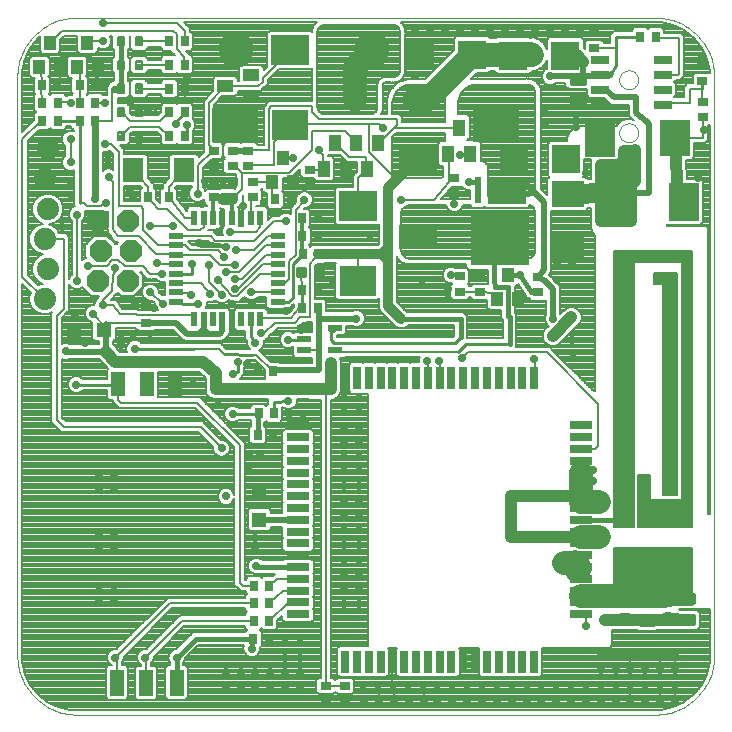
<source format=gtl>
G75*
%MOIN*%
%OFA0B0*%
%FSLAX24Y24*%
%IPPOS*%
%LPD*%
%AMOC8*
5,1,8,0,0,1.08239X$1,22.5*
%
%ADD10C,0.0000*%
%ADD11R,0.0260X0.0760*%
%ADD12R,0.0760X0.0260*%
%ADD13R,0.0276X0.0354*%
%ADD14R,0.0472X0.0866*%
%ADD15R,0.0472X0.0787*%
%ADD16R,0.0600X0.0250*%
%ADD17R,0.0354X0.0276*%
%ADD18R,0.1000X0.1200*%
%ADD19R,0.1000X0.1250*%
%ADD20C,0.0100*%
%ADD21R,0.0984X0.1260*%
%ADD22R,0.1080X0.0850*%
%ADD23R,0.0220X0.0500*%
%ADD24R,0.0500X0.0220*%
%ADD25OC8,0.0740*%
%ADD26R,0.1300X0.0800*%
%ADD27C,0.1181*%
%ADD28R,0.1181X0.1181*%
%ADD29R,0.1969X0.1772*%
%ADD30R,0.0240X0.0870*%
%ADD31R,0.1260X0.0866*%
%ADD32R,0.0945X0.0945*%
%ADD33R,0.0472X0.0217*%
%ADD34C,0.0740*%
%ADD35R,0.0400X0.0450*%
%ADD36C,0.0088*%
%ADD37R,0.0500X0.0500*%
%ADD38C,0.0075*%
%ADD39C,0.0709*%
%ADD40R,0.0700X0.0800*%
%ADD41R,0.0394X0.0551*%
%ADD42R,0.1200X0.1000*%
%ADD43R,0.1250X0.1000*%
%ADD44R,0.0551X0.0394*%
%ADD45C,0.0050*%
%ADD46R,0.0394X0.0394*%
%ADD47C,0.0280*%
%ADD48C,0.0240*%
%ADD49C,0.0080*%
%ADD50C,0.0278*%
%ADD51C,0.0060*%
%ADD52C,0.0059*%
%ADD53C,0.0079*%
%ADD54C,0.0787*%
%ADD55C,0.0039*%
%ADD56C,0.0394*%
%ADD57C,0.0160*%
%ADD58C,0.0200*%
%ADD59C,0.0197*%
%ADD60C,0.0660*%
%ADD61C,0.0120*%
%ADD62C,0.0320*%
%ADD63C,0.0400*%
%ADD64C,0.0800*%
%ADD65C,0.0320*%
%ADD66C,0.0157*%
D10*
X003166Y002437D02*
X003166Y021728D01*
X003165Y021728D02*
X003167Y021814D01*
X003172Y021900D01*
X003182Y021985D01*
X003195Y022070D01*
X003212Y022154D01*
X003232Y022238D01*
X003256Y022320D01*
X003284Y022401D01*
X003315Y022482D01*
X003349Y022560D01*
X003387Y022637D01*
X003429Y022713D01*
X003473Y022786D01*
X003521Y022857D01*
X003572Y022927D01*
X003626Y022994D01*
X003682Y023058D01*
X003742Y023120D01*
X003804Y023180D01*
X003868Y023236D01*
X003935Y023290D01*
X004005Y023341D01*
X004076Y023389D01*
X004150Y023433D01*
X004225Y023475D01*
X004302Y023513D01*
X004380Y023547D01*
X004461Y023578D01*
X004542Y023606D01*
X004624Y023630D01*
X004708Y023650D01*
X004792Y023667D01*
X004877Y023680D01*
X004962Y023690D01*
X005048Y023695D01*
X005134Y023697D01*
X005134Y023696D02*
X024426Y023696D01*
X024426Y023697D02*
X024512Y023695D01*
X024598Y023690D01*
X024683Y023680D01*
X024768Y023667D01*
X024852Y023650D01*
X024936Y023630D01*
X025018Y023606D01*
X025099Y023578D01*
X025180Y023547D01*
X025258Y023513D01*
X025335Y023475D01*
X025411Y023433D01*
X025484Y023389D01*
X025555Y023341D01*
X025625Y023290D01*
X025692Y023236D01*
X025756Y023180D01*
X025818Y023120D01*
X025878Y023058D01*
X025934Y022994D01*
X025988Y022927D01*
X026039Y022857D01*
X026087Y022786D01*
X026131Y022713D01*
X026173Y022637D01*
X026211Y022560D01*
X026245Y022482D01*
X026276Y022401D01*
X026304Y022320D01*
X026328Y022238D01*
X026348Y022154D01*
X026365Y022070D01*
X026378Y021985D01*
X026388Y021900D01*
X026393Y021814D01*
X026395Y021728D01*
X026394Y021728D02*
X026394Y002437D01*
X026395Y002437D02*
X026393Y002351D01*
X026388Y002265D01*
X026378Y002180D01*
X026365Y002095D01*
X026348Y002011D01*
X026328Y001927D01*
X026304Y001845D01*
X026276Y001764D01*
X026245Y001683D01*
X026211Y001605D01*
X026173Y001528D01*
X026131Y001452D01*
X026087Y001379D01*
X026039Y001308D01*
X025988Y001238D01*
X025934Y001171D01*
X025878Y001107D01*
X025818Y001045D01*
X025756Y000985D01*
X025692Y000929D01*
X025625Y000875D01*
X025555Y000824D01*
X025484Y000776D01*
X025411Y000732D01*
X025335Y000690D01*
X025258Y000652D01*
X025180Y000618D01*
X025099Y000587D01*
X025018Y000559D01*
X024936Y000535D01*
X024852Y000515D01*
X024768Y000498D01*
X024683Y000485D01*
X024598Y000475D01*
X024512Y000470D01*
X024426Y000468D01*
X005134Y000468D01*
X005048Y000470D01*
X004962Y000475D01*
X004877Y000485D01*
X004792Y000498D01*
X004708Y000515D01*
X004624Y000535D01*
X004542Y000559D01*
X004461Y000587D01*
X004380Y000618D01*
X004302Y000652D01*
X004225Y000690D01*
X004149Y000732D01*
X004076Y000776D01*
X004005Y000824D01*
X003935Y000875D01*
X003868Y000929D01*
X003804Y000985D01*
X003742Y001045D01*
X003682Y001107D01*
X003626Y001171D01*
X003572Y001238D01*
X003521Y001308D01*
X003473Y001379D01*
X003429Y001453D01*
X003387Y001528D01*
X003349Y001605D01*
X003315Y001683D01*
X003284Y001764D01*
X003256Y001845D01*
X003232Y001927D01*
X003212Y002011D01*
X003195Y002095D01*
X003182Y002180D01*
X003172Y002265D01*
X003167Y002351D01*
X003165Y002437D01*
X023225Y019858D02*
X023227Y019893D01*
X023233Y019928D01*
X023243Y019962D01*
X023256Y019995D01*
X023273Y020026D01*
X023294Y020054D01*
X023317Y020081D01*
X023344Y020104D01*
X023372Y020125D01*
X023403Y020142D01*
X023436Y020155D01*
X023470Y020165D01*
X023505Y020171D01*
X023540Y020173D01*
X023575Y020171D01*
X023610Y020165D01*
X023644Y020155D01*
X023677Y020142D01*
X023708Y020125D01*
X023736Y020104D01*
X023763Y020081D01*
X023786Y020054D01*
X023807Y020026D01*
X023824Y019995D01*
X023837Y019962D01*
X023847Y019928D01*
X023853Y019893D01*
X023855Y019858D01*
X023853Y019823D01*
X023847Y019788D01*
X023837Y019754D01*
X023824Y019721D01*
X023807Y019690D01*
X023786Y019662D01*
X023763Y019635D01*
X023736Y019612D01*
X023708Y019591D01*
X023677Y019574D01*
X023644Y019561D01*
X023610Y019551D01*
X023575Y019545D01*
X023540Y019543D01*
X023505Y019545D01*
X023470Y019551D01*
X023436Y019561D01*
X023403Y019574D01*
X023372Y019591D01*
X023344Y019612D01*
X023317Y019635D01*
X023294Y019662D01*
X023273Y019690D01*
X023256Y019721D01*
X023243Y019754D01*
X023233Y019788D01*
X023227Y019823D01*
X023225Y019858D01*
X023225Y021630D02*
X023227Y021665D01*
X023233Y021700D01*
X023243Y021734D01*
X023256Y021767D01*
X023273Y021798D01*
X023294Y021826D01*
X023317Y021853D01*
X023344Y021876D01*
X023372Y021897D01*
X023403Y021914D01*
X023436Y021927D01*
X023470Y021937D01*
X023505Y021943D01*
X023540Y021945D01*
X023575Y021943D01*
X023610Y021937D01*
X023644Y021927D01*
X023677Y021914D01*
X023708Y021897D01*
X023736Y021876D01*
X023763Y021853D01*
X023786Y021826D01*
X023807Y021798D01*
X023824Y021767D01*
X023837Y021734D01*
X023847Y021700D01*
X023853Y021665D01*
X023855Y021630D01*
X023853Y021595D01*
X023847Y021560D01*
X023837Y021526D01*
X023824Y021493D01*
X023807Y021462D01*
X023786Y021434D01*
X023763Y021407D01*
X023736Y021384D01*
X023708Y021363D01*
X023677Y021346D01*
X023644Y021333D01*
X023610Y021323D01*
X023575Y021317D01*
X023540Y021315D01*
X023505Y021317D01*
X023470Y021323D01*
X023436Y021333D01*
X023403Y021346D01*
X023372Y021363D01*
X023344Y021384D01*
X023317Y021407D01*
X023294Y021434D01*
X023273Y021462D01*
X023256Y021493D01*
X023243Y021526D01*
X023233Y021560D01*
X023227Y021595D01*
X023225Y021630D01*
D11*
X020390Y011684D03*
X019996Y011684D03*
X019602Y011684D03*
X019209Y011684D03*
X018815Y011684D03*
X018421Y011684D03*
X018027Y011684D03*
X017634Y011684D03*
X017240Y011684D03*
X016846Y011684D03*
X016453Y011684D03*
X016059Y011684D03*
X015665Y011684D03*
X015272Y011684D03*
X014878Y011684D03*
X014484Y011684D03*
X014090Y011684D03*
X014090Y002235D03*
X014484Y002235D03*
X014878Y002235D03*
X015272Y002235D03*
X015665Y002235D03*
X016059Y002235D03*
X016453Y002235D03*
X016846Y002235D03*
X017240Y002235D03*
X017634Y002235D03*
X018027Y002235D03*
X018421Y002235D03*
X018815Y002235D03*
X019209Y002235D03*
X019602Y002235D03*
X019996Y002235D03*
X020390Y002235D03*
D12*
X021964Y003810D03*
X021964Y004204D03*
X021964Y004597D03*
X021964Y004991D03*
X021964Y005385D03*
X021964Y005778D03*
X021964Y006172D03*
X021964Y006566D03*
X021964Y006959D03*
X021964Y007353D03*
X021964Y007747D03*
X021964Y008141D03*
X021964Y008534D03*
X021964Y008928D03*
X021964Y009322D03*
X021964Y009715D03*
X021964Y010109D03*
X012516Y010109D03*
X012516Y009715D03*
X012516Y009322D03*
X012516Y008928D03*
X012516Y008534D03*
X012516Y008141D03*
X012516Y007747D03*
X012516Y007353D03*
X012516Y006959D03*
X012516Y006566D03*
X012516Y006172D03*
X012516Y005778D03*
X012516Y005385D03*
X012516Y004991D03*
X012516Y004597D03*
X012516Y004204D03*
X012516Y003810D03*
D13*
X011552Y003597D03*
X011040Y003597D03*
X011034Y002996D03*
X011546Y002996D03*
X011552Y004185D03*
X011040Y004185D03*
X011047Y004766D03*
X011559Y004766D03*
X011688Y009793D03*
X011176Y009793D03*
X011204Y010507D03*
X011716Y010507D03*
X011684Y011919D03*
X011173Y011919D03*
X012666Y014017D03*
X013177Y014017D03*
X013177Y014611D03*
X012666Y014611D03*
X012669Y015812D03*
X013181Y015812D03*
X013172Y016418D03*
X012660Y016418D03*
X012656Y017019D03*
X013168Y017019D03*
X012270Y017648D03*
X011759Y017648D03*
X008722Y017717D03*
X008210Y017717D03*
X007522Y017717D03*
X007010Y017717D03*
X008228Y019759D03*
X008740Y019759D03*
X008740Y020547D03*
X008228Y020547D03*
X008228Y021334D03*
X008740Y021334D03*
X008740Y022122D03*
X008228Y022122D03*
X008228Y022909D03*
X008740Y022909D03*
X005753Y021439D03*
X005241Y021439D03*
X005243Y020867D03*
X005755Y020867D03*
X005751Y020259D03*
X005239Y020259D03*
X004505Y020267D03*
X003993Y020267D03*
X003993Y020867D03*
X004505Y020867D03*
X004500Y021439D03*
X003988Y021439D03*
X023927Y023057D03*
X024438Y023057D03*
D14*
X008472Y001535D03*
X007449Y001519D03*
X006484Y001535D03*
D15*
X006516Y011476D03*
X007476Y011484D03*
X008405Y011484D03*
D16*
X022586Y020797D03*
X022586Y021297D03*
X022586Y021797D03*
X022586Y022297D03*
X024686Y022297D03*
X024686Y021797D03*
X024686Y021297D03*
X024686Y020797D03*
D17*
X026008Y020902D03*
X026008Y020390D03*
X025996Y021580D03*
X025996Y022092D03*
X022394Y022678D03*
X022394Y023190D03*
X017733Y018342D03*
X017733Y017830D03*
X017916Y015074D03*
X017916Y014562D03*
X018593Y014559D03*
X018593Y015071D03*
X020517Y015058D03*
X020517Y014547D03*
X012910Y018126D03*
X012910Y018637D03*
X011016Y018224D03*
X011016Y017712D03*
X010366Y017712D03*
X010366Y018224D03*
X010351Y018756D03*
X010351Y019267D03*
X010863Y019267D03*
X010863Y018756D03*
X009701Y018756D03*
X009701Y019267D03*
X009716Y018224D03*
X009716Y017712D03*
X007451Y014041D03*
X007451Y013529D03*
X013446Y001420D03*
X013446Y000909D03*
X014070Y000909D03*
X014070Y001420D03*
X023425Y003736D03*
X023425Y004248D03*
X024803Y004199D03*
X024803Y003687D03*
D18*
X025089Y019696D03*
D19*
X022589Y019696D03*
D20*
X022070Y020801D02*
X022070Y021101D01*
X022070Y020801D02*
X021620Y020801D01*
X021620Y021101D01*
X022070Y021101D01*
X022070Y020900D02*
X021620Y020900D01*
X021620Y020999D02*
X022070Y020999D01*
X022070Y021098D02*
X021620Y021098D01*
X022070Y021501D02*
X022070Y021801D01*
X022070Y021501D02*
X021620Y021501D01*
X021620Y021801D01*
X022070Y021801D01*
X022070Y021600D02*
X021620Y021600D01*
X021620Y021699D02*
X022070Y021699D01*
X022070Y021798D02*
X021620Y021798D01*
X022586Y021797D02*
X022945Y021827D01*
X023116Y022114D01*
X023116Y022678D01*
X023117Y022772D01*
X023122Y023066D01*
X023927Y023057D01*
X019252Y016454D02*
X019016Y016218D01*
X017936Y013038D02*
X017766Y012868D01*
X013716Y012868D01*
X013616Y012968D01*
X013616Y013302D01*
X012727Y012988D02*
X012727Y012968D01*
X012182Y012968D01*
X011099Y012870D02*
X010945Y013083D01*
X010945Y013638D01*
X011847Y014226D02*
X012173Y014226D01*
X012345Y014357D01*
X012345Y015492D01*
X012669Y015812D01*
X012666Y014611D02*
X012666Y014017D01*
X012565Y014017D01*
X011011Y012469D02*
X010063Y012475D01*
X010520Y012205D02*
X010527Y011885D01*
X010319Y011885D01*
X010338Y011806D01*
X009053Y012669D02*
X007079Y012669D01*
X006516Y011476D02*
X006509Y011469D01*
X005129Y011469D01*
X008467Y014226D02*
X008609Y014226D01*
X008666Y014168D01*
X009196Y014168D01*
X008490Y014518D02*
X008467Y014541D01*
X008467Y015170D02*
X008994Y015170D01*
X008992Y015503D01*
X005251Y017509D02*
X005239Y020259D01*
X005187Y020267D01*
X004505Y020267D01*
X008466Y020229D02*
X008740Y020547D01*
X008466Y020229D02*
X008466Y020168D01*
X008816Y020118D02*
X008816Y019791D01*
X008740Y019759D01*
X012016Y019018D02*
X012366Y019018D01*
X018114Y012837D02*
X017846Y012569D01*
X018114Y012837D02*
X019577Y012830D01*
X012198Y010917D02*
X011709Y010900D01*
X011709Y010841D01*
X011716Y010507D01*
X011204Y010507D02*
X011140Y010487D01*
X010338Y010487D01*
X010999Y004769D02*
X011047Y004766D01*
X023919Y004460D02*
X023919Y004160D01*
X023919Y004460D02*
X024369Y004460D01*
X024369Y004160D01*
X023919Y004160D01*
X023919Y004259D02*
X024369Y004259D01*
X024369Y004358D02*
X023919Y004358D01*
X023919Y004457D02*
X024369Y004457D01*
X023919Y003760D02*
X023919Y003460D01*
X023919Y003760D02*
X024369Y003760D01*
X024369Y003460D01*
X023919Y003460D01*
X023919Y003559D02*
X024369Y003559D01*
X024369Y003658D02*
X023919Y003658D01*
X023919Y003757D02*
X024369Y003757D01*
X025276Y003778D02*
X025276Y003478D01*
X025276Y003778D02*
X025726Y003778D01*
X025726Y003478D01*
X025276Y003478D01*
X025276Y003577D02*
X025726Y003577D01*
X025726Y003676D02*
X025276Y003676D01*
X025276Y003775D02*
X025726Y003775D01*
X025276Y004178D02*
X025276Y004478D01*
X025726Y004478D01*
X025726Y004178D01*
X025276Y004178D01*
X025276Y004277D02*
X025726Y004277D01*
X025726Y004376D02*
X025276Y004376D01*
X025276Y004475D02*
X025726Y004475D01*
D21*
X025374Y017563D03*
X023130Y017563D03*
D22*
X021503Y017825D03*
X021503Y016085D03*
D23*
X011260Y017018D03*
X010945Y017018D03*
X010630Y017018D03*
X010315Y017018D03*
X010000Y017018D03*
X009685Y017018D03*
X009370Y017018D03*
X009055Y017018D03*
X009055Y013638D03*
X009370Y013638D03*
X009685Y013638D03*
X010000Y013638D03*
X010315Y013638D03*
X010630Y013638D03*
X010945Y013638D03*
X011260Y013638D03*
D24*
X011847Y014226D03*
X011847Y014541D03*
X011847Y014856D03*
X011847Y015170D03*
X011847Y015485D03*
X011847Y015800D03*
X011847Y016115D03*
X011847Y016430D03*
X008467Y016430D03*
X008467Y016115D03*
X008467Y015800D03*
X008467Y015485D03*
X008467Y015170D03*
X008467Y014856D03*
X008467Y014541D03*
X008467Y014226D03*
D25*
X006843Y014919D03*
X005843Y014919D03*
X005943Y015919D03*
X006943Y015919D03*
X006843Y016919D03*
X005843Y016919D03*
D26*
X016502Y016389D03*
X016502Y018889D03*
D27*
X014981Y022605D03*
X010449Y022605D03*
D28*
X010619Y020125D03*
X010225Y020125D03*
X018912Y020125D03*
X019306Y020125D03*
D29*
X019252Y016322D03*
D30*
X018502Y017943D03*
D31*
X019488Y017937D03*
D32*
X019721Y018972D03*
X021453Y018972D03*
X021431Y022431D03*
X019698Y022431D03*
X018323Y022468D03*
X016591Y022468D03*
D33*
X013751Y013362D03*
X013751Y012614D03*
X012727Y012614D03*
X012727Y012988D03*
X012727Y013362D03*
D34*
X004074Y014319D03*
X004174Y015319D03*
X004074Y016319D03*
X004174Y017319D03*
X004074Y018319D03*
X004174Y019319D03*
D35*
X003899Y022067D03*
X004599Y022067D03*
X005149Y022067D03*
X005849Y022067D03*
X005499Y022867D03*
X004249Y022867D03*
X011666Y018218D03*
X012366Y018218D03*
X012016Y019018D03*
X019166Y014320D03*
X019866Y014320D03*
X019516Y015120D03*
D36*
X013347Y015349D02*
X013085Y015349D01*
X013347Y015349D02*
X013347Y015087D01*
X013085Y015087D01*
X013085Y015349D01*
X013085Y015174D02*
X013347Y015174D01*
X013347Y015261D02*
X013085Y015261D01*
X013085Y015348D02*
X013347Y015348D01*
X012747Y015349D02*
X012485Y015349D01*
X012747Y015349D02*
X012747Y015087D01*
X012485Y015087D01*
X012485Y015349D01*
X012485Y015174D02*
X012747Y015174D01*
X012747Y015261D02*
X012485Y015261D01*
X012485Y015348D02*
X012747Y015348D01*
D37*
X006057Y013297D03*
X005057Y013297D03*
X011229Y007969D03*
X011229Y006969D03*
D38*
X007329Y019621D02*
X007103Y019621D01*
X007103Y019897D01*
X007329Y019897D01*
X007329Y019621D01*
X007329Y019695D02*
X007103Y019695D01*
X007103Y019769D02*
X007329Y019769D01*
X007329Y019843D02*
X007103Y019843D01*
X006729Y019621D02*
X006503Y019621D01*
X006503Y019897D01*
X006729Y019897D01*
X006729Y019621D01*
X006729Y019695D02*
X006503Y019695D01*
X006503Y019769D02*
X006729Y019769D01*
X006729Y019843D02*
X006503Y019843D01*
X006503Y020409D02*
X006729Y020409D01*
X006503Y020409D02*
X006503Y020685D01*
X006729Y020685D01*
X006729Y020409D01*
X006729Y020483D02*
X006503Y020483D01*
X006503Y020557D02*
X006729Y020557D01*
X006729Y020631D02*
X006503Y020631D01*
X006503Y021196D02*
X006729Y021196D01*
X006503Y021196D02*
X006503Y021472D01*
X006729Y021472D01*
X006729Y021196D01*
X006729Y021270D02*
X006503Y021270D01*
X006503Y021344D02*
X006729Y021344D01*
X006729Y021418D02*
X006503Y021418D01*
X006503Y021984D02*
X006729Y021984D01*
X006503Y021984D02*
X006503Y022260D01*
X006729Y022260D01*
X006729Y021984D01*
X006729Y022058D02*
X006503Y022058D01*
X006503Y022132D02*
X006729Y022132D01*
X006729Y022206D02*
X006503Y022206D01*
X006503Y022771D02*
X006729Y022771D01*
X006503Y022771D02*
X006503Y023047D01*
X006729Y023047D01*
X006729Y022771D01*
X006729Y022845D02*
X006503Y022845D01*
X006503Y022919D02*
X006729Y022919D01*
X006729Y022993D02*
X006503Y022993D01*
X007103Y022771D02*
X007329Y022771D01*
X007103Y022771D02*
X007103Y023047D01*
X007329Y023047D01*
X007329Y022771D01*
X007329Y022845D02*
X007103Y022845D01*
X007103Y022919D02*
X007329Y022919D01*
X007329Y022993D02*
X007103Y022993D01*
X007103Y021984D02*
X007329Y021984D01*
X007103Y021984D02*
X007103Y022260D01*
X007329Y022260D01*
X007329Y021984D01*
X007329Y022058D02*
X007103Y022058D01*
X007103Y022132D02*
X007329Y022132D01*
X007329Y022206D02*
X007103Y022206D01*
X007103Y021196D02*
X007329Y021196D01*
X007103Y021196D02*
X007103Y021472D01*
X007329Y021472D01*
X007329Y021196D01*
X007329Y021270D02*
X007103Y021270D01*
X007103Y021344D02*
X007329Y021344D01*
X007329Y021418D02*
X007103Y021418D01*
X007103Y020409D02*
X007329Y020409D01*
X007103Y020409D02*
X007103Y020685D01*
X007329Y020685D01*
X007329Y020409D01*
X007329Y020483D02*
X007103Y020483D01*
X007103Y020557D02*
X007329Y020557D01*
X007329Y020631D02*
X007103Y020631D01*
D39*
X014416Y020968D03*
X016400Y020968D03*
D40*
X008716Y018618D03*
X007016Y018618D03*
D41*
X013383Y018657D03*
X014131Y018657D03*
X014820Y018657D03*
X015194Y019523D03*
X014446Y019523D03*
X013757Y019523D03*
X017516Y019169D03*
X018264Y019169D03*
X017890Y020035D03*
D42*
X012260Y020124D03*
X014505Y014927D03*
D43*
X014505Y017427D03*
X012260Y022624D03*
D44*
X010961Y021787D03*
X010961Y021039D03*
X010095Y021413D03*
D45*
X023058Y015933D02*
X025657Y015933D01*
X025657Y006721D01*
X023846Y006721D01*
X023846Y008453D01*
X024239Y008453D01*
X024239Y007626D01*
X025302Y007626D01*
X025302Y015540D01*
X023727Y015540D01*
X023727Y006721D01*
X023058Y006721D01*
X023058Y015933D01*
X023058Y015891D02*
X025657Y015891D01*
X025657Y015843D02*
X023058Y015843D01*
X023058Y015794D02*
X025657Y015794D01*
X025657Y015746D02*
X023058Y015746D01*
X023058Y015697D02*
X025657Y015697D01*
X025657Y015649D02*
X023058Y015649D01*
X023058Y015600D02*
X025657Y015600D01*
X025657Y015552D02*
X023058Y015552D01*
X023058Y015503D02*
X023727Y015503D01*
X023727Y015455D02*
X023058Y015455D01*
X023058Y015406D02*
X023727Y015406D01*
X023727Y015358D02*
X023058Y015358D01*
X023058Y015309D02*
X023727Y015309D01*
X023727Y015261D02*
X023058Y015261D01*
X023058Y015212D02*
X023727Y015212D01*
X023727Y015164D02*
X023058Y015164D01*
X023058Y015115D02*
X023727Y015115D01*
X023727Y015067D02*
X023058Y015067D01*
X023058Y015018D02*
X023727Y015018D01*
X023727Y014970D02*
X023058Y014970D01*
X023058Y014921D02*
X023727Y014921D01*
X023727Y014873D02*
X023058Y014873D01*
X023058Y014824D02*
X023727Y014824D01*
X023727Y014776D02*
X023058Y014776D01*
X023058Y014727D02*
X023727Y014727D01*
X023727Y014679D02*
X023058Y014679D01*
X023058Y014630D02*
X023727Y014630D01*
X023727Y014582D02*
X023058Y014582D01*
X023058Y014533D02*
X023727Y014533D01*
X023727Y014485D02*
X023058Y014485D01*
X023058Y014436D02*
X023727Y014436D01*
X023727Y014388D02*
X023058Y014388D01*
X023058Y014339D02*
X023727Y014339D01*
X023727Y014291D02*
X023058Y014291D01*
X023058Y014242D02*
X023727Y014242D01*
X023727Y014194D02*
X023058Y014194D01*
X023058Y014145D02*
X023727Y014145D01*
X023727Y014097D02*
X023058Y014097D01*
X023058Y014048D02*
X023727Y014048D01*
X023727Y014000D02*
X023058Y014000D01*
X023058Y013951D02*
X023727Y013951D01*
X023727Y013903D02*
X023058Y013903D01*
X023058Y013854D02*
X023727Y013854D01*
X023727Y013806D02*
X023058Y013806D01*
X023058Y013757D02*
X023727Y013757D01*
X023727Y013709D02*
X023058Y013709D01*
X023058Y013660D02*
X023727Y013660D01*
X023727Y013612D02*
X023058Y013612D01*
X023058Y013563D02*
X023727Y013563D01*
X023727Y013515D02*
X023058Y013515D01*
X023058Y013466D02*
X023727Y013466D01*
X023727Y013418D02*
X023058Y013418D01*
X023058Y013369D02*
X023727Y013369D01*
X023727Y013321D02*
X023058Y013321D01*
X023058Y013272D02*
X023727Y013272D01*
X023727Y013224D02*
X023058Y013224D01*
X023058Y013175D02*
X023727Y013175D01*
X023727Y013127D02*
X023058Y013127D01*
X023058Y013078D02*
X023727Y013078D01*
X023727Y013030D02*
X023058Y013030D01*
X023058Y012981D02*
X023727Y012981D01*
X023727Y012933D02*
X023058Y012933D01*
X023058Y012884D02*
X023727Y012884D01*
X023727Y012836D02*
X023058Y012836D01*
X023058Y012787D02*
X023727Y012787D01*
X023727Y012739D02*
X023058Y012739D01*
X023058Y012690D02*
X023727Y012690D01*
X023727Y012642D02*
X023058Y012642D01*
X023058Y012593D02*
X023727Y012593D01*
X023727Y012545D02*
X023058Y012545D01*
X023058Y012496D02*
X023727Y012496D01*
X023727Y012448D02*
X023058Y012448D01*
X023058Y012399D02*
X023727Y012399D01*
X023727Y012351D02*
X023058Y012351D01*
X023058Y012302D02*
X023727Y012302D01*
X023727Y012254D02*
X023058Y012254D01*
X023058Y012205D02*
X023727Y012205D01*
X023727Y012157D02*
X023058Y012157D01*
X023058Y012108D02*
X023727Y012108D01*
X023727Y012060D02*
X023058Y012060D01*
X023058Y012011D02*
X023727Y012011D01*
X023727Y011963D02*
X023058Y011963D01*
X023058Y011914D02*
X023727Y011914D01*
X023727Y011866D02*
X023058Y011866D01*
X023058Y011817D02*
X023727Y011817D01*
X023727Y011769D02*
X023058Y011769D01*
X023058Y011720D02*
X023727Y011720D01*
X023727Y011672D02*
X023058Y011672D01*
X023058Y011623D02*
X023727Y011623D01*
X023727Y011575D02*
X023058Y011575D01*
X023058Y011526D02*
X023727Y011526D01*
X023727Y011478D02*
X023058Y011478D01*
X023058Y011429D02*
X023727Y011429D01*
X023727Y011381D02*
X023058Y011381D01*
X023058Y011332D02*
X023727Y011332D01*
X023727Y011284D02*
X023058Y011284D01*
X023058Y011235D02*
X023727Y011235D01*
X023727Y011187D02*
X023058Y011187D01*
X023058Y011138D02*
X023727Y011138D01*
X023727Y011090D02*
X023058Y011090D01*
X023058Y011041D02*
X023727Y011041D01*
X023727Y010993D02*
X023058Y010993D01*
X023058Y010944D02*
X023727Y010944D01*
X023727Y010896D02*
X023058Y010896D01*
X023058Y010847D02*
X023727Y010847D01*
X023727Y010799D02*
X023058Y010799D01*
X023058Y010750D02*
X023727Y010750D01*
X023727Y010702D02*
X023058Y010702D01*
X023058Y010653D02*
X023727Y010653D01*
X023727Y010605D02*
X023058Y010605D01*
X023058Y010556D02*
X023727Y010556D01*
X023727Y010508D02*
X023058Y010508D01*
X023058Y010459D02*
X023727Y010459D01*
X023727Y010411D02*
X023058Y010411D01*
X023058Y010362D02*
X023727Y010362D01*
X023727Y010314D02*
X023058Y010314D01*
X023058Y010265D02*
X023727Y010265D01*
X023727Y010217D02*
X023058Y010217D01*
X023058Y010168D02*
X023727Y010168D01*
X023727Y010120D02*
X023058Y010120D01*
X023058Y010071D02*
X023727Y010071D01*
X023727Y010023D02*
X023058Y010023D01*
X023058Y009974D02*
X023727Y009974D01*
X023727Y009926D02*
X023058Y009926D01*
X023058Y009877D02*
X023727Y009877D01*
X023727Y009829D02*
X023058Y009829D01*
X023058Y009780D02*
X023727Y009780D01*
X023727Y009732D02*
X023058Y009732D01*
X023058Y009683D02*
X023727Y009683D01*
X023727Y009635D02*
X023058Y009635D01*
X023058Y009586D02*
X023727Y009586D01*
X023727Y009538D02*
X023058Y009538D01*
X023058Y009489D02*
X023727Y009489D01*
X023727Y009441D02*
X023058Y009441D01*
X023058Y009392D02*
X023727Y009392D01*
X023727Y009344D02*
X023058Y009344D01*
X023058Y009295D02*
X023727Y009295D01*
X023727Y009247D02*
X023058Y009247D01*
X023058Y009198D02*
X023727Y009198D01*
X023727Y009150D02*
X023058Y009150D01*
X023058Y009101D02*
X023727Y009101D01*
X023727Y009053D02*
X023058Y009053D01*
X023058Y009004D02*
X023727Y009004D01*
X023727Y008956D02*
X023058Y008956D01*
X023058Y008907D02*
X023727Y008907D01*
X023727Y008859D02*
X023058Y008859D01*
X023058Y008810D02*
X023727Y008810D01*
X023727Y008762D02*
X023058Y008762D01*
X023058Y008713D02*
X023727Y008713D01*
X023727Y008665D02*
X023058Y008665D01*
X023058Y008616D02*
X023727Y008616D01*
X023727Y008568D02*
X023058Y008568D01*
X023058Y008519D02*
X023727Y008519D01*
X023727Y008471D02*
X023058Y008471D01*
X023058Y008422D02*
X023727Y008422D01*
X023727Y008374D02*
X023058Y008374D01*
X023058Y008325D02*
X023727Y008325D01*
X023727Y008277D02*
X023058Y008277D01*
X023058Y008228D02*
X023727Y008228D01*
X023727Y008180D02*
X023058Y008180D01*
X023058Y008131D02*
X023727Y008131D01*
X023727Y008083D02*
X023058Y008083D01*
X023058Y008034D02*
X023727Y008034D01*
X023727Y007986D02*
X023058Y007986D01*
X023058Y007937D02*
X023727Y007937D01*
X023727Y007889D02*
X023058Y007889D01*
X023058Y007840D02*
X023727Y007840D01*
X023727Y007792D02*
X023058Y007792D01*
X023058Y007743D02*
X023727Y007743D01*
X023727Y007695D02*
X023058Y007695D01*
X023058Y007646D02*
X023727Y007646D01*
X023727Y007598D02*
X023058Y007598D01*
X023058Y007549D02*
X023727Y007549D01*
X023727Y007501D02*
X023058Y007501D01*
X023058Y007452D02*
X023727Y007452D01*
X023727Y007404D02*
X023058Y007404D01*
X023058Y007355D02*
X023727Y007355D01*
X023727Y007307D02*
X023058Y007307D01*
X023058Y007258D02*
X023727Y007258D01*
X023727Y007210D02*
X023058Y007210D01*
X023058Y007161D02*
X023727Y007161D01*
X023727Y007113D02*
X023058Y007113D01*
X023058Y007064D02*
X023727Y007064D01*
X023727Y007016D02*
X023058Y007016D01*
X023058Y006967D02*
X023727Y006967D01*
X023727Y006919D02*
X023058Y006919D01*
X023058Y006870D02*
X023727Y006870D01*
X023727Y006822D02*
X023058Y006822D01*
X023058Y006773D02*
X023727Y006773D01*
X023727Y006725D02*
X023058Y006725D01*
X023058Y006012D02*
X025657Y006012D01*
X025657Y004122D01*
X023058Y004122D01*
X023058Y006012D01*
X023058Y005997D02*
X025657Y005997D01*
X025657Y005949D02*
X023058Y005949D01*
X023058Y005900D02*
X025657Y005900D01*
X025657Y005852D02*
X023058Y005852D01*
X023058Y005803D02*
X025657Y005803D01*
X025657Y005755D02*
X023058Y005755D01*
X023058Y005706D02*
X025657Y005706D01*
X025657Y005658D02*
X023058Y005658D01*
X023058Y005609D02*
X025657Y005609D01*
X025657Y005561D02*
X023058Y005561D01*
X023058Y005512D02*
X025657Y005512D01*
X025657Y005464D02*
X023058Y005464D01*
X023058Y005415D02*
X025657Y005415D01*
X025657Y005367D02*
X023058Y005367D01*
X023058Y005318D02*
X025657Y005318D01*
X025657Y005270D02*
X023058Y005270D01*
X023058Y005221D02*
X025657Y005221D01*
X025657Y005173D02*
X023058Y005173D01*
X023058Y005124D02*
X025657Y005124D01*
X025657Y005076D02*
X023058Y005076D01*
X023058Y005027D02*
X025657Y005027D01*
X025657Y004979D02*
X023058Y004979D01*
X023058Y004930D02*
X025657Y004930D01*
X025657Y004882D02*
X023058Y004882D01*
X023058Y004833D02*
X025657Y004833D01*
X025657Y004785D02*
X023058Y004785D01*
X023058Y004736D02*
X025657Y004736D01*
X025657Y004688D02*
X023058Y004688D01*
X023058Y004639D02*
X025657Y004639D01*
X025657Y004591D02*
X023058Y004591D01*
X023058Y004542D02*
X025657Y004542D01*
X025657Y004494D02*
X023058Y004494D01*
X023058Y004445D02*
X025657Y004445D01*
X025657Y004397D02*
X023058Y004397D01*
X023058Y004348D02*
X025657Y004348D01*
X025657Y004300D02*
X023058Y004300D01*
X023058Y004251D02*
X025657Y004251D01*
X025657Y004203D02*
X023058Y004203D01*
X023058Y004154D02*
X025657Y004154D01*
X025657Y006725D02*
X023846Y006725D01*
X023846Y006773D02*
X025657Y006773D01*
X025657Y006822D02*
X023846Y006822D01*
X023846Y006870D02*
X025657Y006870D01*
X025657Y006919D02*
X023846Y006919D01*
X023846Y006967D02*
X025657Y006967D01*
X025657Y007016D02*
X023846Y007016D01*
X023846Y007064D02*
X025657Y007064D01*
X025657Y007113D02*
X023846Y007113D01*
X023846Y007161D02*
X025657Y007161D01*
X025657Y007210D02*
X023846Y007210D01*
X023846Y007258D02*
X025657Y007258D01*
X025657Y007307D02*
X023846Y007307D01*
X023846Y007355D02*
X025657Y007355D01*
X025657Y007404D02*
X023846Y007404D01*
X023846Y007452D02*
X025657Y007452D01*
X025657Y007501D02*
X023846Y007501D01*
X023846Y007549D02*
X025657Y007549D01*
X025657Y007598D02*
X023846Y007598D01*
X023846Y007646D02*
X024239Y007646D01*
X024239Y007695D02*
X023846Y007695D01*
X023846Y007743D02*
X024239Y007743D01*
X024239Y007792D02*
X023846Y007792D01*
X023846Y007840D02*
X024239Y007840D01*
X024239Y007889D02*
X023846Y007889D01*
X023846Y007937D02*
X024239Y007937D01*
X024239Y007986D02*
X023846Y007986D01*
X023846Y008034D02*
X024239Y008034D01*
X024239Y008083D02*
X023846Y008083D01*
X023846Y008131D02*
X024239Y008131D01*
X024239Y008180D02*
X023846Y008180D01*
X023846Y008228D02*
X024239Y008228D01*
X024239Y008277D02*
X023846Y008277D01*
X023846Y008325D02*
X024239Y008325D01*
X024239Y008374D02*
X023846Y008374D01*
X023846Y008422D02*
X024239Y008422D01*
X024672Y008422D02*
X025145Y008422D01*
X025145Y008374D02*
X024672Y008374D01*
X024672Y008325D02*
X025145Y008325D01*
X025145Y008277D02*
X024672Y008277D01*
X024672Y008228D02*
X025145Y008228D01*
X025145Y008180D02*
X024672Y008180D01*
X024672Y008131D02*
X025145Y008131D01*
X025145Y008083D02*
X024672Y008083D01*
X024672Y008034D02*
X025145Y008034D01*
X025145Y007986D02*
X024672Y007986D01*
X024672Y007937D02*
X025145Y007937D01*
X025145Y007889D02*
X024672Y007889D01*
X024672Y007840D02*
X025145Y007840D01*
X025145Y007792D02*
X024672Y007792D01*
X024672Y007784D02*
X025145Y007784D01*
X025145Y015185D01*
X024397Y015185D01*
X024397Y014831D01*
X024672Y014831D01*
X024672Y007784D01*
X025302Y007792D02*
X025657Y007792D01*
X025657Y007840D02*
X025302Y007840D01*
X025302Y007889D02*
X025657Y007889D01*
X025657Y007937D02*
X025302Y007937D01*
X025302Y007986D02*
X025657Y007986D01*
X025657Y008034D02*
X025302Y008034D01*
X025302Y008083D02*
X025657Y008083D01*
X025657Y008131D02*
X025302Y008131D01*
X025302Y008180D02*
X025657Y008180D01*
X025657Y008228D02*
X025302Y008228D01*
X025302Y008277D02*
X025657Y008277D01*
X025657Y008325D02*
X025302Y008325D01*
X025302Y008374D02*
X025657Y008374D01*
X025657Y008422D02*
X025302Y008422D01*
X025302Y008471D02*
X025657Y008471D01*
X025657Y008519D02*
X025302Y008519D01*
X025302Y008568D02*
X025657Y008568D01*
X025657Y008616D02*
X025302Y008616D01*
X025302Y008665D02*
X025657Y008665D01*
X025657Y008713D02*
X025302Y008713D01*
X025302Y008762D02*
X025657Y008762D01*
X025657Y008810D02*
X025302Y008810D01*
X025302Y008859D02*
X025657Y008859D01*
X025657Y008907D02*
X025302Y008907D01*
X025302Y008956D02*
X025657Y008956D01*
X025657Y009004D02*
X025302Y009004D01*
X025302Y009053D02*
X025657Y009053D01*
X025657Y009101D02*
X025302Y009101D01*
X025302Y009150D02*
X025657Y009150D01*
X025657Y009198D02*
X025302Y009198D01*
X025302Y009247D02*
X025657Y009247D01*
X025657Y009295D02*
X025302Y009295D01*
X025302Y009344D02*
X025657Y009344D01*
X025657Y009392D02*
X025302Y009392D01*
X025302Y009441D02*
X025657Y009441D01*
X025657Y009489D02*
X025302Y009489D01*
X025302Y009538D02*
X025657Y009538D01*
X025657Y009586D02*
X025302Y009586D01*
X025302Y009635D02*
X025657Y009635D01*
X025657Y009683D02*
X025302Y009683D01*
X025302Y009732D02*
X025657Y009732D01*
X025657Y009780D02*
X025302Y009780D01*
X025302Y009829D02*
X025657Y009829D01*
X025657Y009877D02*
X025302Y009877D01*
X025302Y009926D02*
X025657Y009926D01*
X025657Y009974D02*
X025302Y009974D01*
X025302Y010023D02*
X025657Y010023D01*
X025657Y010071D02*
X025302Y010071D01*
X025302Y010120D02*
X025657Y010120D01*
X025657Y010168D02*
X025302Y010168D01*
X025302Y010217D02*
X025657Y010217D01*
X025657Y010265D02*
X025302Y010265D01*
X025302Y010314D02*
X025657Y010314D01*
X025657Y010362D02*
X025302Y010362D01*
X025302Y010411D02*
X025657Y010411D01*
X025657Y010459D02*
X025302Y010459D01*
X025302Y010508D02*
X025657Y010508D01*
X025657Y010556D02*
X025302Y010556D01*
X025302Y010605D02*
X025657Y010605D01*
X025657Y010653D02*
X025302Y010653D01*
X025302Y010702D02*
X025657Y010702D01*
X025657Y010750D02*
X025302Y010750D01*
X025302Y010799D02*
X025657Y010799D01*
X025657Y010847D02*
X025302Y010847D01*
X025302Y010896D02*
X025657Y010896D01*
X025657Y010944D02*
X025302Y010944D01*
X025302Y010993D02*
X025657Y010993D01*
X025657Y011041D02*
X025302Y011041D01*
X025302Y011090D02*
X025657Y011090D01*
X025657Y011138D02*
X025302Y011138D01*
X025302Y011187D02*
X025657Y011187D01*
X025657Y011235D02*
X025302Y011235D01*
X025302Y011284D02*
X025657Y011284D01*
X025657Y011332D02*
X025302Y011332D01*
X025302Y011381D02*
X025657Y011381D01*
X025657Y011429D02*
X025302Y011429D01*
X025302Y011478D02*
X025657Y011478D01*
X025657Y011526D02*
X025302Y011526D01*
X025302Y011575D02*
X025657Y011575D01*
X025657Y011623D02*
X025302Y011623D01*
X025302Y011672D02*
X025657Y011672D01*
X025657Y011720D02*
X025302Y011720D01*
X025302Y011769D02*
X025657Y011769D01*
X025657Y011817D02*
X025302Y011817D01*
X025302Y011866D02*
X025657Y011866D01*
X025657Y011914D02*
X025302Y011914D01*
X025302Y011963D02*
X025657Y011963D01*
X025657Y012011D02*
X025302Y012011D01*
X025302Y012060D02*
X025657Y012060D01*
X025657Y012108D02*
X025302Y012108D01*
X025302Y012157D02*
X025657Y012157D01*
X025657Y012205D02*
X025302Y012205D01*
X025302Y012254D02*
X025657Y012254D01*
X025657Y012302D02*
X025302Y012302D01*
X025302Y012351D02*
X025657Y012351D01*
X025657Y012399D02*
X025302Y012399D01*
X025302Y012448D02*
X025657Y012448D01*
X025657Y012496D02*
X025302Y012496D01*
X025302Y012545D02*
X025657Y012545D01*
X025657Y012593D02*
X025302Y012593D01*
X025302Y012642D02*
X025657Y012642D01*
X025657Y012690D02*
X025302Y012690D01*
X025302Y012739D02*
X025657Y012739D01*
X025657Y012787D02*
X025302Y012787D01*
X025302Y012836D02*
X025657Y012836D01*
X025657Y012884D02*
X025302Y012884D01*
X025302Y012933D02*
X025657Y012933D01*
X025657Y012981D02*
X025302Y012981D01*
X025302Y013030D02*
X025657Y013030D01*
X025657Y013078D02*
X025302Y013078D01*
X025302Y013127D02*
X025657Y013127D01*
X025657Y013175D02*
X025302Y013175D01*
X025302Y013224D02*
X025657Y013224D01*
X025657Y013272D02*
X025302Y013272D01*
X025302Y013321D02*
X025657Y013321D01*
X025657Y013369D02*
X025302Y013369D01*
X025302Y013418D02*
X025657Y013418D01*
X025657Y013466D02*
X025302Y013466D01*
X025302Y013515D02*
X025657Y013515D01*
X025657Y013563D02*
X025302Y013563D01*
X025302Y013612D02*
X025657Y013612D01*
X025657Y013660D02*
X025302Y013660D01*
X025302Y013709D02*
X025657Y013709D01*
X025657Y013757D02*
X025302Y013757D01*
X025302Y013806D02*
X025657Y013806D01*
X025657Y013854D02*
X025302Y013854D01*
X025302Y013903D02*
X025657Y013903D01*
X025657Y013951D02*
X025302Y013951D01*
X025302Y014000D02*
X025657Y014000D01*
X025657Y014048D02*
X025302Y014048D01*
X025302Y014097D02*
X025657Y014097D01*
X025657Y014145D02*
X025302Y014145D01*
X025302Y014194D02*
X025657Y014194D01*
X025657Y014242D02*
X025302Y014242D01*
X025302Y014291D02*
X025657Y014291D01*
X025657Y014339D02*
X025302Y014339D01*
X025302Y014388D02*
X025657Y014388D01*
X025657Y014436D02*
X025302Y014436D01*
X025302Y014485D02*
X025657Y014485D01*
X025657Y014533D02*
X025302Y014533D01*
X025302Y014582D02*
X025657Y014582D01*
X025657Y014630D02*
X025302Y014630D01*
X025302Y014679D02*
X025657Y014679D01*
X025657Y014727D02*
X025302Y014727D01*
X025302Y014776D02*
X025657Y014776D01*
X025657Y014824D02*
X025302Y014824D01*
X025302Y014873D02*
X025657Y014873D01*
X025657Y014921D02*
X025302Y014921D01*
X025302Y014970D02*
X025657Y014970D01*
X025657Y015018D02*
X025302Y015018D01*
X025302Y015067D02*
X025657Y015067D01*
X025657Y015115D02*
X025302Y015115D01*
X025302Y015164D02*
X025657Y015164D01*
X025657Y015212D02*
X025302Y015212D01*
X025302Y015261D02*
X025657Y015261D01*
X025657Y015309D02*
X025302Y015309D01*
X025302Y015358D02*
X025657Y015358D01*
X025657Y015406D02*
X025302Y015406D01*
X025302Y015455D02*
X025657Y015455D01*
X025657Y015503D02*
X025302Y015503D01*
X025145Y015164D02*
X024397Y015164D01*
X024397Y015115D02*
X025145Y015115D01*
X025145Y015067D02*
X024397Y015067D01*
X024397Y015018D02*
X025145Y015018D01*
X025145Y014970D02*
X024397Y014970D01*
X024397Y014921D02*
X025145Y014921D01*
X025145Y014873D02*
X024397Y014873D01*
X024672Y014824D02*
X025145Y014824D01*
X025145Y014776D02*
X024672Y014776D01*
X024672Y014727D02*
X025145Y014727D01*
X025145Y014679D02*
X024672Y014679D01*
X024672Y014630D02*
X025145Y014630D01*
X025145Y014582D02*
X024672Y014582D01*
X024672Y014533D02*
X025145Y014533D01*
X025145Y014485D02*
X024672Y014485D01*
X024672Y014436D02*
X025145Y014436D01*
X025145Y014388D02*
X024672Y014388D01*
X024672Y014339D02*
X025145Y014339D01*
X025145Y014291D02*
X024672Y014291D01*
X024672Y014242D02*
X025145Y014242D01*
X025145Y014194D02*
X024672Y014194D01*
X024672Y014145D02*
X025145Y014145D01*
X025145Y014097D02*
X024672Y014097D01*
X024672Y014048D02*
X025145Y014048D01*
X025145Y014000D02*
X024672Y014000D01*
X024672Y013951D02*
X025145Y013951D01*
X025145Y013903D02*
X024672Y013903D01*
X024672Y013854D02*
X025145Y013854D01*
X025145Y013806D02*
X024672Y013806D01*
X024672Y013757D02*
X025145Y013757D01*
X025145Y013709D02*
X024672Y013709D01*
X024672Y013660D02*
X025145Y013660D01*
X025145Y013612D02*
X024672Y013612D01*
X024672Y013563D02*
X025145Y013563D01*
X025145Y013515D02*
X024672Y013515D01*
X024672Y013466D02*
X025145Y013466D01*
X025145Y013418D02*
X024672Y013418D01*
X024672Y013369D02*
X025145Y013369D01*
X025145Y013321D02*
X024672Y013321D01*
X024672Y013272D02*
X025145Y013272D01*
X025145Y013224D02*
X024672Y013224D01*
X024672Y013175D02*
X025145Y013175D01*
X025145Y013127D02*
X024672Y013127D01*
X024672Y013078D02*
X025145Y013078D01*
X025145Y013030D02*
X024672Y013030D01*
X024672Y012981D02*
X025145Y012981D01*
X025145Y012933D02*
X024672Y012933D01*
X024672Y012884D02*
X025145Y012884D01*
X025145Y012836D02*
X024672Y012836D01*
X024672Y012787D02*
X025145Y012787D01*
X025145Y012739D02*
X024672Y012739D01*
X024672Y012690D02*
X025145Y012690D01*
X025145Y012642D02*
X024672Y012642D01*
X024672Y012593D02*
X025145Y012593D01*
X025145Y012545D02*
X024672Y012545D01*
X024672Y012496D02*
X025145Y012496D01*
X025145Y012448D02*
X024672Y012448D01*
X024672Y012399D02*
X025145Y012399D01*
X025145Y012351D02*
X024672Y012351D01*
X024672Y012302D02*
X025145Y012302D01*
X025145Y012254D02*
X024672Y012254D01*
X024672Y012205D02*
X025145Y012205D01*
X025145Y012157D02*
X024672Y012157D01*
X024672Y012108D02*
X025145Y012108D01*
X025145Y012060D02*
X024672Y012060D01*
X024672Y012011D02*
X025145Y012011D01*
X025145Y011963D02*
X024672Y011963D01*
X024672Y011914D02*
X025145Y011914D01*
X025145Y011866D02*
X024672Y011866D01*
X024672Y011817D02*
X025145Y011817D01*
X025145Y011769D02*
X024672Y011769D01*
X024672Y011720D02*
X025145Y011720D01*
X025145Y011672D02*
X024672Y011672D01*
X024672Y011623D02*
X025145Y011623D01*
X025145Y011575D02*
X024672Y011575D01*
X024672Y011526D02*
X025145Y011526D01*
X025145Y011478D02*
X024672Y011478D01*
X024672Y011429D02*
X025145Y011429D01*
X025145Y011381D02*
X024672Y011381D01*
X024672Y011332D02*
X025145Y011332D01*
X025145Y011284D02*
X024672Y011284D01*
X024672Y011235D02*
X025145Y011235D01*
X025145Y011187D02*
X024672Y011187D01*
X024672Y011138D02*
X025145Y011138D01*
X025145Y011090D02*
X024672Y011090D01*
X024672Y011041D02*
X025145Y011041D01*
X025145Y010993D02*
X024672Y010993D01*
X024672Y010944D02*
X025145Y010944D01*
X025145Y010896D02*
X024672Y010896D01*
X024672Y010847D02*
X025145Y010847D01*
X025145Y010799D02*
X024672Y010799D01*
X024672Y010750D02*
X025145Y010750D01*
X025145Y010702D02*
X024672Y010702D01*
X024672Y010653D02*
X025145Y010653D01*
X025145Y010605D02*
X024672Y010605D01*
X024672Y010556D02*
X025145Y010556D01*
X025145Y010508D02*
X024672Y010508D01*
X024672Y010459D02*
X025145Y010459D01*
X025145Y010411D02*
X024672Y010411D01*
X024672Y010362D02*
X025145Y010362D01*
X025145Y010314D02*
X024672Y010314D01*
X024672Y010265D02*
X025145Y010265D01*
X025145Y010217D02*
X024672Y010217D01*
X024672Y010168D02*
X025145Y010168D01*
X025145Y010120D02*
X024672Y010120D01*
X024672Y010071D02*
X025145Y010071D01*
X025145Y010023D02*
X024672Y010023D01*
X024672Y009974D02*
X025145Y009974D01*
X025145Y009926D02*
X024672Y009926D01*
X024672Y009877D02*
X025145Y009877D01*
X025145Y009829D02*
X024672Y009829D01*
X024672Y009780D02*
X025145Y009780D01*
X025145Y009732D02*
X024672Y009732D01*
X024672Y009683D02*
X025145Y009683D01*
X025145Y009635D02*
X024672Y009635D01*
X024672Y009586D02*
X025145Y009586D01*
X025145Y009538D02*
X024672Y009538D01*
X024672Y009489D02*
X025145Y009489D01*
X025145Y009441D02*
X024672Y009441D01*
X024672Y009392D02*
X025145Y009392D01*
X025145Y009344D02*
X024672Y009344D01*
X024672Y009295D02*
X025145Y009295D01*
X025145Y009247D02*
X024672Y009247D01*
X024672Y009198D02*
X025145Y009198D01*
X025145Y009150D02*
X024672Y009150D01*
X024672Y009101D02*
X025145Y009101D01*
X025145Y009053D02*
X024672Y009053D01*
X024672Y009004D02*
X025145Y009004D01*
X025145Y008956D02*
X024672Y008956D01*
X024672Y008907D02*
X025145Y008907D01*
X025145Y008859D02*
X024672Y008859D01*
X024672Y008810D02*
X025145Y008810D01*
X025145Y008762D02*
X024672Y008762D01*
X024672Y008713D02*
X025145Y008713D01*
X025145Y008665D02*
X024672Y008665D01*
X024672Y008616D02*
X025145Y008616D01*
X025145Y008568D02*
X024672Y008568D01*
X024672Y008519D02*
X025145Y008519D01*
X025145Y008471D02*
X024672Y008471D01*
X025302Y007743D02*
X025657Y007743D01*
X025657Y007695D02*
X025302Y007695D01*
X025302Y007646D02*
X025657Y007646D01*
D46*
X023255Y006918D03*
X023255Y005815D03*
D47*
X022129Y003419D03*
X022606Y002452D03*
X022619Y001952D03*
X022606Y001467D03*
X022127Y001469D03*
X022127Y000969D03*
X022619Y000968D03*
X023119Y000968D03*
X023579Y000969D03*
X023579Y001469D03*
X023106Y001467D03*
X023119Y001952D03*
X023579Y001953D03*
X023579Y002453D03*
X023106Y002452D03*
X024079Y002453D03*
X024079Y001953D03*
X024079Y001469D03*
X024079Y000969D03*
X024579Y000969D03*
X024579Y001469D03*
X024579Y001953D03*
X024579Y002453D03*
X025079Y002453D03*
X025079Y001953D03*
X025079Y001469D03*
X025079Y000969D03*
X021627Y000969D03*
X021627Y001469D03*
X021127Y001469D03*
X021127Y000969D03*
X020627Y000969D03*
X020166Y000968D03*
X020153Y001467D03*
X020627Y001469D03*
X019653Y001467D03*
X019666Y000968D03*
X019166Y000968D03*
X018666Y000968D03*
X018653Y001467D03*
X019153Y001467D03*
X018153Y001467D03*
X018166Y000968D03*
X017666Y000968D03*
X017653Y001467D03*
X017153Y001467D03*
X016693Y001467D03*
X016705Y000968D03*
X017166Y000968D03*
X016205Y000968D03*
X016193Y001467D03*
X015693Y001467D03*
X015193Y001467D03*
X015205Y000968D03*
X015705Y000968D03*
X014705Y000968D03*
X014693Y001467D03*
X012579Y001385D03*
X012579Y001885D03*
X012579Y002369D03*
X012579Y002869D03*
X012079Y002869D03*
X012079Y002369D03*
X012079Y001885D03*
X011594Y001885D03*
X011094Y001885D03*
X010610Y001885D03*
X010110Y001885D03*
X010110Y001385D03*
X010610Y001385D03*
X011094Y001385D03*
X011594Y001385D03*
X012079Y001385D03*
X010979Y002669D03*
X008479Y002369D03*
X007429Y002369D03*
X006429Y002369D03*
X006378Y004239D03*
X005878Y004239D03*
X005878Y004739D03*
X006378Y004739D03*
X006378Y006011D03*
X005878Y006011D03*
X005878Y006511D03*
X006378Y006511D03*
X006378Y007979D03*
X005878Y007979D03*
X005878Y008479D03*
X006378Y008479D03*
X005129Y011469D03*
X007079Y012669D03*
X009196Y014168D03*
X008966Y014468D03*
X009587Y014488D03*
X009977Y014464D03*
X010316Y014168D03*
X010416Y014647D03*
X010416Y014988D03*
X010105Y015218D03*
X010416Y015468D03*
X010066Y015718D03*
X010455Y015968D03*
X010266Y016568D03*
X009866Y016568D03*
X009544Y015448D03*
X008992Y015503D03*
X007816Y015518D03*
X006916Y017968D03*
X006199Y018954D03*
X007216Y019418D03*
X008466Y020168D03*
X008816Y020118D03*
X007516Y020568D03*
X008816Y021668D03*
X012366Y019018D03*
X013205Y019287D03*
X012116Y016918D03*
X013666Y014968D03*
X014466Y013668D03*
X016666Y014793D03*
X017516Y014668D03*
X017516Y014318D03*
X017616Y015118D03*
X018316Y015118D03*
X019905Y015120D03*
X019941Y014377D03*
X021016Y013668D03*
X021666Y012968D03*
X021677Y012369D03*
X020380Y012310D03*
X017980Y012345D03*
X017229Y012269D03*
X016829Y012269D03*
X014547Y011030D03*
X014547Y010546D03*
X014047Y010546D03*
X014047Y011030D03*
X014047Y010046D03*
X014047Y009562D03*
X014547Y009562D03*
X014547Y010046D03*
X014547Y009062D03*
X014547Y008578D03*
X014047Y008578D03*
X014047Y009062D03*
X014047Y008078D03*
X014047Y007593D03*
X014047Y007093D03*
X014047Y006609D03*
X014047Y006109D03*
X014047Y005625D03*
X014547Y005625D03*
X014547Y006109D03*
X014547Y006609D03*
X014547Y007093D03*
X014547Y007593D03*
X014547Y008078D03*
X012696Y010503D03*
X012229Y010487D03*
X010882Y009119D03*
X010882Y008763D03*
X009968Y009344D03*
X010119Y007739D03*
X011079Y006369D03*
X011079Y006019D03*
X011129Y005419D03*
X014047Y005125D03*
X014047Y004641D03*
X014547Y004641D03*
X014547Y005125D03*
X014547Y004141D03*
X014047Y004141D03*
X011270Y013193D03*
X012118Y013929D03*
X010995Y014179D03*
X010961Y014563D03*
X008766Y017968D03*
X009416Y018268D03*
X010016Y018268D03*
X014916Y016468D03*
X018216Y018218D03*
X020766Y020118D03*
X020766Y020520D03*
X020920Y021740D03*
X020916Y023218D03*
X021416Y023218D03*
X021916Y023218D03*
X020416Y023218D03*
X019916Y023218D03*
X019416Y023218D03*
X018916Y023218D03*
X018416Y023218D03*
X017916Y023218D03*
X017416Y023218D03*
X016916Y023218D03*
X016416Y023218D03*
X016416Y021768D03*
X022116Y018518D03*
X021666Y015468D03*
X021166Y015468D03*
X021166Y014968D03*
X025866Y018368D03*
X026064Y019952D03*
D48*
X019866Y014320D02*
X019866Y014318D01*
X006616Y021334D02*
X006600Y021318D01*
X006399Y021318D01*
X005751Y020259D02*
X005755Y017656D01*
D49*
X006025Y017247D02*
X006050Y017236D01*
X006161Y017236D01*
X006178Y017243D01*
X006178Y016707D01*
X006167Y016691D01*
X006178Y016635D01*
X006178Y016578D01*
X006191Y016565D01*
X006187Y016520D01*
X006205Y016498D01*
X006211Y016470D01*
X006251Y016443D01*
X006334Y016343D01*
X006334Y016334D01*
X006381Y016287D01*
X006423Y016236D01*
X006432Y016235D01*
X006439Y016229D01*
X006505Y016229D01*
X006529Y016227D01*
X006443Y016141D01*
X006154Y016429D01*
X005732Y016429D01*
X005433Y016131D01*
X005433Y015708D01*
X005443Y015698D01*
X005355Y015662D01*
X005330Y015637D01*
X005330Y016921D01*
X005387Y016978D01*
X005429Y017080D01*
X005429Y017191D01*
X005410Y017238D01*
X006016Y017238D01*
X006025Y017247D01*
X006178Y017189D02*
X005429Y017189D01*
X005429Y017110D02*
X006178Y017110D01*
X006178Y017032D02*
X005409Y017032D01*
X005362Y016953D02*
X006178Y016953D01*
X006178Y016875D02*
X005330Y016875D01*
X005330Y016796D02*
X006178Y016796D01*
X006178Y016718D02*
X005330Y016718D01*
X005330Y016639D02*
X006177Y016639D01*
X006191Y016561D02*
X005330Y016561D01*
X005330Y016482D02*
X006208Y016482D01*
X006180Y016404D02*
X006284Y016404D01*
X006259Y016325D02*
X006343Y016325D01*
X006337Y016247D02*
X006415Y016247D01*
X006416Y016168D02*
X006471Y016168D01*
X005706Y016404D02*
X005330Y016404D01*
X005330Y016325D02*
X005628Y016325D01*
X005549Y016247D02*
X005330Y016247D01*
X005330Y016168D02*
X005471Y016168D01*
X005433Y016090D02*
X005330Y016090D01*
X005330Y016011D02*
X005433Y016011D01*
X005433Y015933D02*
X005330Y015933D01*
X005330Y015854D02*
X005433Y015854D01*
X005433Y015776D02*
X005330Y015776D01*
X005330Y015697D02*
X005440Y015697D01*
X004971Y015697D02*
X004883Y015697D01*
X004883Y015619D02*
X004971Y015619D01*
X004971Y015540D02*
X004883Y015540D01*
X004883Y015462D02*
X004971Y015462D01*
X004971Y015383D02*
X004883Y015383D01*
X004883Y015305D02*
X004971Y015305D01*
X004971Y015226D02*
X004883Y015226D01*
X004883Y015148D02*
X004971Y015148D01*
X004971Y015133D02*
X004914Y015076D01*
X004883Y015002D01*
X004883Y016400D01*
X004778Y016505D01*
X004549Y016505D01*
X004506Y016607D01*
X004363Y016751D01*
X004224Y016809D01*
X004275Y016809D01*
X004463Y016886D01*
X004606Y017030D01*
X004684Y017217D01*
X004684Y017420D01*
X004606Y017607D01*
X004463Y017751D01*
X004275Y017829D01*
X004072Y017829D01*
X003885Y017751D01*
X003742Y017607D01*
X003664Y017420D01*
X003664Y017217D01*
X003742Y017030D01*
X003885Y016886D01*
X004024Y016829D01*
X003972Y016829D01*
X003785Y016751D01*
X003642Y016607D01*
X003564Y016420D01*
X003564Y016217D01*
X003642Y016030D01*
X003785Y015886D01*
X003972Y015809D01*
X004024Y015809D01*
X003885Y015751D01*
X003742Y015607D01*
X003664Y015420D01*
X003664Y015217D01*
X003742Y015030D01*
X003885Y014886D01*
X004024Y014829D01*
X003972Y014829D01*
X003863Y014783D01*
X003511Y015135D01*
X003511Y019575D01*
X003885Y019949D01*
X004189Y019949D01*
X004249Y020009D01*
X004309Y019949D01*
X004701Y019949D01*
X004783Y020031D01*
X004783Y020077D01*
X004961Y020077D01*
X004961Y020024D01*
X005043Y019941D01*
X005050Y019941D01*
X005050Y019904D01*
X004991Y019928D01*
X004880Y019928D01*
X004777Y019886D01*
X004699Y019807D01*
X004656Y019705D01*
X004656Y019594D01*
X004699Y019491D01*
X004756Y019434D01*
X004756Y019087D01*
X004699Y019030D01*
X004656Y018928D01*
X004656Y018817D01*
X004699Y018714D01*
X004777Y018635D01*
X004880Y018593D01*
X004991Y018593D01*
X005056Y018620D01*
X005061Y017430D01*
X005082Y017409D01*
X004992Y017372D01*
X004914Y017294D01*
X004871Y017191D01*
X004871Y017080D01*
X004914Y016978D01*
X004971Y016921D01*
X004971Y015133D01*
X004911Y015069D02*
X004883Y015069D01*
X004883Y014833D02*
X004914Y014760D01*
X004992Y014681D01*
X005095Y014639D01*
X005206Y014639D01*
X005308Y014681D01*
X005334Y014707D01*
X005632Y014409D01*
X005891Y014409D01*
X005831Y014350D01*
X005831Y014323D01*
X005774Y014266D01*
X005731Y014163D01*
X005731Y014115D01*
X005639Y014115D01*
X005536Y014072D01*
X005458Y013994D01*
X005415Y013891D01*
X005415Y013780D01*
X005458Y013678D01*
X005536Y013599D01*
X005639Y013557D01*
X005667Y013557D01*
X005667Y012989D01*
X005749Y012907D01*
X005890Y012907D01*
X005890Y012812D01*
X005884Y012807D01*
X004930Y012807D01*
X004928Y012809D01*
X004825Y012851D01*
X004714Y012851D01*
X004652Y012825D01*
X004652Y013690D01*
X004831Y013874D01*
X004883Y013926D01*
X004883Y013928D01*
X004884Y013929D01*
X004883Y014002D01*
X004883Y014833D01*
X004883Y014755D02*
X004918Y014755D01*
X004883Y014677D02*
X005003Y014677D01*
X004883Y014598D02*
X005443Y014598D01*
X005522Y014520D02*
X004883Y014520D01*
X004883Y014441D02*
X005600Y014441D01*
X005792Y014284D02*
X004883Y014284D01*
X004883Y014206D02*
X005749Y014206D01*
X005731Y014127D02*
X004883Y014127D01*
X004883Y014049D02*
X005513Y014049D01*
X005448Y013970D02*
X004884Y013970D01*
X004849Y013892D02*
X005415Y013892D01*
X005415Y013813D02*
X004772Y013813D01*
X004695Y013735D02*
X005434Y013735D01*
X005479Y013656D02*
X004652Y013656D01*
X004652Y013578D02*
X005588Y013578D01*
X005667Y013499D02*
X004652Y013499D01*
X004652Y013421D02*
X005667Y013421D01*
X005667Y013342D02*
X004652Y013342D01*
X004652Y013264D02*
X005667Y013264D01*
X005667Y013185D02*
X004652Y013185D01*
X004652Y013107D02*
X005667Y013107D01*
X005667Y013028D02*
X004652Y013028D01*
X004652Y012950D02*
X005706Y012950D01*
X005890Y012871D02*
X004652Y012871D01*
X004293Y012871D02*
X003306Y012871D01*
X003306Y012793D02*
X004293Y012793D01*
X004293Y012714D02*
X003306Y012714D01*
X003306Y012636D02*
X004293Y012636D01*
X004293Y012557D02*
X003306Y012557D01*
X003306Y012479D02*
X004293Y012479D01*
X004293Y012400D02*
X003306Y012400D01*
X003306Y012322D02*
X004293Y012322D01*
X004293Y012243D02*
X003306Y012243D01*
X003306Y012165D02*
X004293Y012165D01*
X004293Y012086D02*
X003306Y012086D01*
X003306Y012008D02*
X004293Y012008D01*
X004293Y011929D02*
X003306Y011929D01*
X003306Y011851D02*
X004293Y011851D01*
X004293Y011772D02*
X003306Y011772D01*
X003306Y011694D02*
X004293Y011694D01*
X004293Y011615D02*
X003306Y011615D01*
X003306Y011537D02*
X004293Y011537D01*
X004293Y011458D02*
X003306Y011458D01*
X003306Y011380D02*
X004293Y011380D01*
X004293Y011301D02*
X003306Y011301D01*
X003306Y011223D02*
X004293Y011223D01*
X004293Y011144D02*
X003306Y011144D01*
X003306Y011066D02*
X004293Y011066D01*
X004293Y010987D02*
X003306Y010987D01*
X003306Y010909D02*
X004293Y010909D01*
X004293Y010830D02*
X003306Y010830D01*
X003306Y010752D02*
X004293Y010752D01*
X004293Y010673D02*
X003306Y010673D01*
X003306Y010595D02*
X004293Y010595D01*
X004293Y010516D02*
X003306Y010516D01*
X003306Y010438D02*
X004293Y010438D01*
X004293Y010359D02*
X003306Y010359D01*
X003306Y010281D02*
X004293Y010281D01*
X004293Y010216D02*
X004398Y010111D01*
X004629Y009879D01*
X009193Y009879D01*
X009688Y009384D01*
X009688Y009289D01*
X009731Y009186D01*
X009810Y009107D01*
X009913Y009064D01*
X010024Y009064D01*
X010127Y009107D01*
X010206Y009186D01*
X010248Y009289D01*
X010248Y009400D01*
X010206Y009503D01*
X010127Y009582D01*
X010024Y009624D01*
X009955Y009624D01*
X009447Y010133D01*
X009342Y010238D01*
X004778Y010238D01*
X004652Y010364D01*
X004652Y012319D01*
X004714Y012293D01*
X004825Y012293D01*
X004915Y012330D01*
X005885Y012330D01*
X006136Y012038D01*
X006141Y012025D01*
X006180Y011987D01*
X006188Y011977D01*
X006139Y011928D01*
X006139Y011659D01*
X005335Y011659D01*
X005287Y011706D01*
X005184Y011749D01*
X005073Y011749D01*
X004970Y011706D01*
X004891Y011628D01*
X004849Y011525D01*
X004849Y011413D01*
X004891Y011310D01*
X004970Y011232D01*
X005073Y011189D01*
X005184Y011189D01*
X005287Y011232D01*
X005335Y011279D01*
X006139Y011279D01*
X006139Y011024D01*
X006221Y010942D01*
X006349Y010942D01*
X006349Y010894D01*
X006454Y010789D01*
X006554Y010689D01*
X009092Y010689D01*
X010399Y009383D01*
X010399Y007796D01*
X010357Y007898D01*
X010278Y007977D01*
X010175Y008019D01*
X010063Y008019D01*
X009961Y007977D01*
X009882Y007898D01*
X009839Y007795D01*
X009839Y007684D01*
X009882Y007581D01*
X009961Y007502D01*
X010063Y007459D01*
X010175Y007459D01*
X010278Y007502D01*
X010357Y007581D01*
X010399Y007682D01*
X010399Y004794D01*
X010504Y004689D01*
X010604Y004589D01*
X010769Y004589D01*
X010769Y004531D01*
X010821Y004478D01*
X010763Y004420D01*
X010763Y004365D01*
X008170Y004365D01*
X006454Y002649D01*
X006373Y002649D01*
X006270Y002606D01*
X006191Y002528D01*
X006149Y002425D01*
X006149Y002313D01*
X006191Y002210D01*
X006270Y002132D01*
X006304Y002117D01*
X003344Y002117D01*
X003326Y002195D02*
X006206Y002195D01*
X006190Y002108D02*
X006108Y002026D01*
X006108Y001044D01*
X006190Y000962D01*
X006778Y000962D01*
X006860Y001044D01*
X006860Y002026D01*
X006778Y002108D01*
X006664Y002108D01*
X006664Y002208D01*
X006666Y002210D01*
X006709Y002313D01*
X006709Y002394D01*
X008319Y004005D01*
X010763Y004005D01*
X010763Y003949D01*
X010821Y003891D01*
X010763Y003832D01*
X010763Y003777D01*
X008582Y003777D01*
X007454Y002649D01*
X007373Y002649D01*
X007270Y002606D01*
X007191Y002528D01*
X007149Y002425D01*
X007149Y002313D01*
X007191Y002210D01*
X007269Y002133D01*
X007269Y002092D01*
X007154Y002092D01*
X007072Y002010D01*
X007072Y001028D01*
X007154Y000946D01*
X007743Y000946D01*
X007825Y001028D01*
X007825Y002010D01*
X007743Y002092D01*
X007629Y002092D01*
X007629Y002173D01*
X007666Y002210D01*
X007709Y002313D01*
X007709Y002394D01*
X008731Y003417D01*
X010763Y003417D01*
X010763Y003362D01*
X010825Y003300D01*
X010756Y003231D01*
X010756Y003216D01*
X009014Y003216D01*
X008530Y003216D01*
X008608Y003294D02*
X010819Y003294D01*
X010763Y003373D02*
X008687Y003373D01*
X008657Y003597D02*
X007429Y002369D01*
X007449Y002349D01*
X007449Y001519D01*
X007072Y001489D02*
X006860Y001489D01*
X006860Y001567D02*
X007072Y001567D01*
X007072Y001646D02*
X006860Y001646D01*
X006860Y001724D02*
X007072Y001724D01*
X007072Y001803D02*
X006860Y001803D01*
X006860Y001881D02*
X007072Y001881D01*
X007072Y001960D02*
X006860Y001960D01*
X006848Y002038D02*
X007100Y002038D01*
X007269Y002117D02*
X006664Y002117D01*
X006664Y002195D02*
X007206Y002195D01*
X007165Y002274D02*
X006692Y002274D01*
X006709Y002352D02*
X007149Y002352D01*
X007151Y002431D02*
X006745Y002431D01*
X006823Y002509D02*
X007184Y002509D01*
X007251Y002588D02*
X006902Y002588D01*
X006980Y002666D02*
X007471Y002666D01*
X007550Y002745D02*
X007059Y002745D01*
X007137Y002823D02*
X007628Y002823D01*
X007707Y002902D02*
X007216Y002902D01*
X007294Y002980D02*
X007785Y002980D01*
X007864Y003059D02*
X007373Y003059D01*
X007451Y003137D02*
X007942Y003137D01*
X008021Y003216D02*
X007530Y003216D01*
X007608Y003294D02*
X008099Y003294D01*
X008178Y003373D02*
X007687Y003373D01*
X007765Y003451D02*
X008256Y003451D01*
X008335Y003530D02*
X007844Y003530D01*
X007922Y003608D02*
X008413Y003608D01*
X008492Y003687D02*
X008001Y003687D01*
X008079Y003765D02*
X008570Y003765D01*
X008657Y003597D02*
X011040Y003597D01*
X010774Y003844D02*
X008158Y003844D01*
X008236Y003922D02*
X010790Y003922D01*
X010763Y004001D02*
X008315Y004001D01*
X008244Y004185D02*
X006429Y002369D01*
X006484Y002313D01*
X006484Y001535D01*
X006860Y001410D02*
X007072Y001410D01*
X007072Y001332D02*
X006860Y001332D01*
X006860Y001253D02*
X007072Y001253D01*
X007072Y001175D02*
X006860Y001175D01*
X006860Y001096D02*
X007072Y001096D01*
X007083Y001018D02*
X006834Y001018D01*
X006134Y001018D02*
X004000Y001018D01*
X004098Y000939D02*
X025462Y000939D01*
X025399Y000888D02*
X025030Y000711D01*
X024631Y000620D01*
X024426Y000608D01*
X005134Y000608D01*
X004930Y000620D01*
X004531Y000711D01*
X004162Y000888D01*
X003842Y001144D01*
X003586Y001464D01*
X003409Y001833D01*
X003317Y002232D01*
X003306Y002437D01*
X003306Y014833D01*
X003609Y014529D01*
X003564Y014420D01*
X003564Y014217D01*
X003642Y014030D01*
X003785Y013886D01*
X003972Y013809D01*
X004175Y013809D01*
X004328Y013872D01*
X004293Y013837D01*
X004293Y013835D01*
X004292Y013834D01*
X004293Y013761D01*
X004293Y010216D01*
X004307Y010202D02*
X003306Y010202D01*
X003306Y010124D02*
X004385Y010124D01*
X004464Y010045D02*
X003306Y010045D01*
X003306Y009967D02*
X004542Y009967D01*
X004621Y009888D02*
X003306Y009888D01*
X003306Y009810D02*
X009263Y009810D01*
X009341Y009731D02*
X003306Y009731D01*
X003306Y009653D02*
X009420Y009653D01*
X009498Y009574D02*
X003306Y009574D01*
X003306Y009496D02*
X009577Y009496D01*
X009655Y009417D02*
X003306Y009417D01*
X003306Y009339D02*
X009688Y009339D01*
X009700Y009260D02*
X003306Y009260D01*
X003306Y009182D02*
X009735Y009182D01*
X009819Y009103D02*
X003306Y009103D01*
X003306Y009025D02*
X010399Y009025D01*
X010399Y009103D02*
X010117Y009103D01*
X010201Y009182D02*
X010399Y009182D01*
X010399Y009260D02*
X010236Y009260D01*
X010248Y009339D02*
X010399Y009339D01*
X010364Y009417D02*
X010241Y009417D01*
X010209Y009496D02*
X010286Y009496D01*
X010207Y009574D02*
X010135Y009574D01*
X010129Y009653D02*
X009927Y009653D01*
X009849Y009731D02*
X010050Y009731D01*
X009972Y009810D02*
X009770Y009810D01*
X009692Y009888D02*
X009893Y009888D01*
X009815Y009967D02*
X009613Y009967D01*
X009535Y010045D02*
X009736Y010045D01*
X009658Y010124D02*
X009456Y010124D01*
X009378Y010202D02*
X009579Y010202D01*
X009501Y010281D02*
X004735Y010281D01*
X004657Y010359D02*
X009422Y010359D01*
X009344Y010438D02*
X004652Y010438D01*
X004652Y010516D02*
X009265Y010516D01*
X009187Y010595D02*
X004652Y010595D01*
X004652Y010673D02*
X009108Y010673D01*
X009167Y010869D02*
X006629Y010869D01*
X006529Y010969D01*
X006529Y011463D01*
X006516Y011476D01*
X006139Y011694D02*
X005300Y011694D01*
X004957Y011694D02*
X004652Y011694D01*
X004652Y011772D02*
X006139Y011772D01*
X006139Y011851D02*
X004652Y011851D01*
X004652Y011929D02*
X006141Y011929D01*
X006159Y012008D02*
X004652Y012008D01*
X004652Y012086D02*
X006094Y012086D01*
X006027Y012165D02*
X004652Y012165D01*
X004652Y012243D02*
X005960Y012243D01*
X005892Y012322D02*
X004895Y012322D01*
X004293Y012950D02*
X003306Y012950D01*
X003306Y013028D02*
X004293Y013028D01*
X004293Y013107D02*
X003306Y013107D01*
X003306Y013185D02*
X004293Y013185D01*
X004293Y013264D02*
X003306Y013264D01*
X003306Y013342D02*
X004293Y013342D01*
X004293Y013421D02*
X003306Y013421D01*
X003306Y013499D02*
X004293Y013499D01*
X004293Y013578D02*
X003306Y013578D01*
X003306Y013656D02*
X004293Y013656D01*
X004293Y013735D02*
X003306Y013735D01*
X003306Y013813D02*
X003961Y013813D01*
X003779Y013892D02*
X003306Y013892D01*
X003306Y013970D02*
X003701Y013970D01*
X003634Y014049D02*
X003306Y014049D01*
X003306Y014127D02*
X003601Y014127D01*
X003569Y014206D02*
X003306Y014206D01*
X003306Y014284D02*
X003564Y014284D01*
X003564Y014363D02*
X003306Y014363D01*
X003306Y014441D02*
X003573Y014441D01*
X003605Y014520D02*
X003306Y014520D01*
X003306Y014598D02*
X003541Y014598D01*
X003462Y014677D02*
X003306Y014677D01*
X003306Y014755D02*
X003384Y014755D01*
X003655Y014991D02*
X003780Y014991D01*
X003734Y014912D02*
X003859Y014912D01*
X003812Y014834D02*
X004012Y014834D01*
X003725Y015069D02*
X003577Y015069D01*
X003511Y015148D02*
X003693Y015148D01*
X003664Y015226D02*
X003511Y015226D01*
X003511Y015305D02*
X003664Y015305D01*
X003664Y015383D02*
X003511Y015383D01*
X003511Y015462D02*
X003681Y015462D01*
X003714Y015540D02*
X003511Y015540D01*
X003511Y015619D02*
X003753Y015619D01*
X003831Y015697D02*
X003511Y015697D01*
X003511Y015776D02*
X003945Y015776D01*
X003862Y015854D02*
X003511Y015854D01*
X003511Y015933D02*
X003738Y015933D01*
X003660Y016011D02*
X003511Y016011D01*
X003511Y016090D02*
X003617Y016090D01*
X003584Y016168D02*
X003511Y016168D01*
X003511Y016247D02*
X003564Y016247D01*
X003564Y016325D02*
X003511Y016325D01*
X003511Y016404D02*
X003564Y016404D01*
X003590Y016482D02*
X003511Y016482D01*
X003511Y016561D02*
X003622Y016561D01*
X003673Y016639D02*
X003511Y016639D01*
X003511Y016718D02*
X003752Y016718D01*
X003894Y016796D02*
X003511Y016796D01*
X003511Y016875D02*
X003913Y016875D01*
X003818Y016953D02*
X003511Y016953D01*
X003511Y017032D02*
X003741Y017032D01*
X003708Y017110D02*
X003511Y017110D01*
X003511Y017189D02*
X003676Y017189D01*
X003664Y017267D02*
X003511Y017267D01*
X003511Y017346D02*
X003664Y017346D01*
X003666Y017424D02*
X003511Y017424D01*
X003511Y017503D02*
X003698Y017503D01*
X003731Y017581D02*
X003511Y017581D01*
X003511Y017660D02*
X003794Y017660D01*
X003872Y017738D02*
X003511Y017738D01*
X003511Y017817D02*
X004044Y017817D01*
X004304Y017817D02*
X005059Y017817D01*
X005059Y017895D02*
X003511Y017895D01*
X003511Y017974D02*
X005059Y017974D01*
X005058Y018052D02*
X003511Y018052D01*
X003511Y018131D02*
X005058Y018131D01*
X005058Y018209D02*
X003511Y018209D01*
X003511Y018288D02*
X005057Y018288D01*
X005057Y018366D02*
X003511Y018366D01*
X003511Y018445D02*
X005057Y018445D01*
X005056Y018523D02*
X003511Y018523D01*
X003511Y018602D02*
X004859Y018602D01*
X004733Y018680D02*
X003511Y018680D01*
X003511Y018759D02*
X004680Y018759D01*
X004656Y018837D02*
X003511Y018837D01*
X003511Y018916D02*
X004656Y018916D01*
X004684Y018994D02*
X003511Y018994D01*
X003511Y019073D02*
X004741Y019073D01*
X004756Y019151D02*
X003511Y019151D01*
X003511Y019230D02*
X004756Y019230D01*
X004756Y019308D02*
X003511Y019308D01*
X003511Y019387D02*
X004756Y019387D01*
X004725Y019465D02*
X003511Y019465D01*
X003511Y019544D02*
X004677Y019544D01*
X004656Y019622D02*
X003558Y019622D01*
X003636Y019701D02*
X004656Y019701D01*
X004687Y019779D02*
X003715Y019779D01*
X003793Y019858D02*
X004749Y019858D01*
X004766Y020015D02*
X004970Y020015D01*
X005050Y019936D02*
X003872Y019936D01*
X003600Y020172D02*
X003306Y020172D01*
X003306Y020250D02*
X003679Y020250D01*
X003715Y020287D02*
X003306Y019878D01*
X003306Y021728D01*
X003317Y021933D01*
X003409Y022332D01*
X003586Y022701D01*
X003842Y023021D01*
X003909Y023075D01*
X003909Y022584D01*
X003991Y022502D01*
X004507Y022502D01*
X004589Y022584D01*
X004589Y022952D01*
X004728Y023091D01*
X005159Y023091D01*
X005159Y022584D01*
X005241Y022502D01*
X005757Y022502D01*
X005839Y022584D01*
X005839Y022700D01*
X005852Y022687D01*
X005955Y022644D01*
X006066Y022644D01*
X006168Y022687D01*
X006247Y022765D01*
X006289Y022868D01*
X006289Y022979D01*
X006247Y023081D01*
X006237Y023091D01*
X006326Y023091D01*
X006326Y022698D01*
X006396Y022628D01*
X006396Y022403D01*
X006326Y022333D01*
X006326Y021911D01*
X006396Y021841D01*
X006396Y021615D01*
X006359Y021578D01*
X006347Y021578D01*
X006252Y021539D01*
X006179Y021465D01*
X006139Y021370D01*
X006139Y021266D01*
X006135Y021250D01*
X006148Y021228D01*
X006148Y021135D01*
X006037Y021135D01*
X006010Y021124D01*
X005951Y021184D01*
X005559Y021184D01*
X005499Y021124D01*
X005469Y021154D01*
X005519Y021204D01*
X005519Y021674D01*
X005449Y021744D01*
X005489Y021784D01*
X005489Y022350D01*
X005407Y022432D01*
X004891Y022432D01*
X004809Y022350D01*
X004809Y021784D01*
X004891Y021702D01*
X004990Y021702D01*
X004963Y021674D01*
X004963Y021204D01*
X005015Y021152D01*
X004982Y021119D01*
X004880Y021119D01*
X004783Y021079D01*
X004783Y021102D01*
X004701Y021184D01*
X004309Y021184D01*
X004249Y021124D01*
X004217Y021155D01*
X004266Y021204D01*
X004266Y021674D01*
X004198Y021742D01*
X004851Y021742D01*
X004809Y021820D02*
X004239Y021820D01*
X004239Y021784D02*
X004239Y022350D01*
X004157Y022432D01*
X003641Y022432D01*
X003559Y022350D01*
X003559Y021784D01*
X003641Y021702D01*
X003737Y021702D01*
X003710Y021674D01*
X003710Y021204D01*
X003764Y021150D01*
X003715Y021102D01*
X003715Y020631D01*
X003780Y020567D01*
X003715Y020502D01*
X003715Y020287D01*
X003715Y020329D02*
X003306Y020329D01*
X003306Y020407D02*
X003715Y020407D01*
X003715Y020486D02*
X003306Y020486D01*
X003306Y020564D02*
X003778Y020564D01*
X003715Y020643D02*
X003306Y020643D01*
X003306Y020721D02*
X003715Y020721D01*
X003715Y020800D02*
X003306Y020800D01*
X003306Y020878D02*
X003715Y020878D01*
X003715Y020957D02*
X003306Y020957D01*
X003306Y021035D02*
X003715Y021035D01*
X003727Y021114D02*
X003306Y021114D01*
X003306Y021192D02*
X003722Y021192D01*
X003710Y021271D02*
X003306Y021271D01*
X003306Y021349D02*
X003710Y021349D01*
X003710Y021428D02*
X003306Y021428D01*
X003306Y021506D02*
X003710Y021506D01*
X003710Y021585D02*
X003306Y021585D01*
X003306Y021663D02*
X003710Y021663D01*
X003601Y021742D02*
X003307Y021742D01*
X003311Y021820D02*
X003559Y021820D01*
X003559Y021899D02*
X003316Y021899D01*
X003328Y021977D02*
X003559Y021977D01*
X003559Y022056D02*
X003346Y022056D01*
X003363Y022134D02*
X003559Y022134D01*
X003559Y022213D02*
X003381Y022213D01*
X003399Y022291D02*
X003559Y022291D01*
X003579Y022370D02*
X003427Y022370D01*
X003465Y022448D02*
X006396Y022448D01*
X006396Y022527D02*
X005782Y022527D01*
X005839Y022605D02*
X006396Y022605D01*
X006340Y022684D02*
X006161Y022684D01*
X006244Y022762D02*
X006326Y022762D01*
X006326Y022841D02*
X006278Y022841D01*
X006289Y022919D02*
X006326Y022919D01*
X006326Y022998D02*
X006281Y022998D01*
X006249Y023076D02*
X006326Y023076D01*
X005859Y022684D02*
X005839Y022684D01*
X005469Y022370D02*
X006363Y022370D01*
X006326Y022291D02*
X005489Y022291D01*
X005489Y022213D02*
X006326Y022213D01*
X006326Y022134D02*
X005489Y022134D01*
X005489Y022056D02*
X006326Y022056D01*
X006326Y021977D02*
X005489Y021977D01*
X005489Y021899D02*
X006338Y021899D01*
X006396Y021820D02*
X005489Y021820D01*
X005451Y021742D02*
X006396Y021742D01*
X006396Y021663D02*
X005519Y021663D01*
X005519Y021585D02*
X006365Y021585D01*
X006219Y021506D02*
X005519Y021506D01*
X005519Y021428D02*
X006163Y021428D01*
X006139Y021349D02*
X005519Y021349D01*
X005519Y021271D02*
X006139Y021271D01*
X006139Y021266D02*
X006139Y021266D01*
X006148Y021192D02*
X005507Y021192D01*
X005241Y021439D02*
X005236Y022058D01*
X005149Y022067D01*
X004809Y022056D02*
X004239Y022056D01*
X004239Y022134D02*
X004809Y022134D01*
X004809Y022213D02*
X004239Y022213D01*
X004239Y022291D02*
X004809Y022291D01*
X004829Y022370D02*
X004219Y022370D01*
X003966Y022527D02*
X003502Y022527D01*
X003540Y022605D02*
X003909Y022605D01*
X003909Y022684D02*
X003578Y022684D01*
X003635Y022762D02*
X003909Y022762D01*
X003909Y022841D02*
X003698Y022841D01*
X003760Y022919D02*
X003909Y022919D01*
X003909Y022998D02*
X003823Y022998D01*
X004589Y022919D02*
X005159Y022919D01*
X005159Y022841D02*
X004589Y022841D01*
X004589Y022762D02*
X005159Y022762D01*
X005159Y022684D02*
X004589Y022684D01*
X004589Y022605D02*
X005159Y022605D01*
X005216Y022527D02*
X004532Y022527D01*
X004635Y022998D02*
X005159Y022998D01*
X005159Y023076D02*
X004714Y023076D01*
X004809Y021977D02*
X004239Y021977D01*
X004239Y021899D02*
X004809Y021899D01*
X004963Y021663D02*
X004266Y021663D01*
X004266Y021585D02*
X004963Y021585D01*
X004963Y021506D02*
X004266Y021506D01*
X004266Y021428D02*
X004963Y021428D01*
X004963Y021349D02*
X004266Y021349D01*
X004266Y021271D02*
X004963Y021271D01*
X004975Y021192D02*
X004254Y021192D01*
X003988Y021439D02*
X003944Y022022D01*
X003899Y022067D01*
X004198Y021742D02*
X004239Y021784D01*
X003988Y021439D02*
X003949Y021434D01*
X003993Y020867D01*
X004505Y020867D02*
X004599Y020867D01*
X004771Y021114D02*
X004867Y021114D01*
X005243Y020867D02*
X005238Y021437D01*
X005241Y021439D01*
X006507Y021019D02*
X006507Y020862D01*
X006802Y020862D01*
X006906Y020758D01*
X006906Y020533D01*
X006991Y020448D01*
X007838Y020448D01*
X007950Y020545D01*
X007950Y020782D01*
X008032Y020864D01*
X008424Y020864D01*
X008484Y020804D01*
X008544Y020864D01*
X008936Y020864D01*
X009018Y020782D01*
X009018Y020312D01*
X009053Y020277D01*
X009096Y020174D01*
X009096Y020062D01*
X009053Y019960D01*
X009018Y019924D01*
X009018Y019801D01*
X009022Y019792D01*
X009018Y019783D01*
X009018Y019524D01*
X008936Y019442D01*
X008544Y019442D01*
X008484Y019502D01*
X008424Y019442D01*
X008032Y019442D01*
X007950Y019524D01*
X007950Y019763D01*
X007808Y019888D01*
X006991Y019888D01*
X006906Y019804D01*
X006906Y019548D01*
X006802Y019444D01*
X006579Y019444D01*
X006610Y019415D01*
X006614Y019415D01*
X006664Y019365D01*
X006716Y019316D01*
X006716Y019313D01*
X006719Y019310D01*
X006719Y019239D01*
X006721Y019167D01*
X006719Y019165D01*
X006719Y019158D01*
X007424Y019158D01*
X007506Y019076D01*
X007506Y018355D01*
X007657Y018192D01*
X007708Y018140D01*
X007708Y018138D01*
X007709Y018136D01*
X007707Y018064D01*
X007706Y018034D01*
X007718Y018034D01*
X007800Y017952D01*
X007800Y017670D01*
X007932Y017517D01*
X007932Y017952D01*
X008014Y018034D01*
X008026Y018034D01*
X008025Y018064D01*
X008023Y018136D01*
X008024Y018138D01*
X008024Y018140D01*
X008075Y018192D01*
X008226Y018355D01*
X008226Y019076D01*
X008308Y019158D01*
X009124Y019158D01*
X009206Y019076D01*
X009206Y019045D01*
X009384Y019216D01*
X009384Y019364D01*
X009374Y019374D01*
X009374Y020932D01*
X009680Y021238D01*
X009680Y021668D01*
X009762Y021750D01*
X010429Y021750D01*
X010511Y021668D01*
X010511Y021583D01*
X010546Y021583D01*
X010546Y022042D01*
X010628Y022124D01*
X011295Y022124D01*
X011377Y022042D01*
X011377Y021951D01*
X011495Y022070D01*
X011495Y023182D01*
X011577Y023264D01*
X012943Y023264D01*
X012985Y023222D01*
X012986Y023227D01*
X012986Y023231D01*
X012977Y023248D01*
X012986Y023278D01*
X012986Y023293D01*
X012992Y023299D01*
X012993Y023302D01*
X012995Y023320D01*
X012991Y023333D01*
X012998Y023345D01*
X012999Y023359D01*
X013010Y023367D01*
X013018Y023383D01*
X013023Y023400D01*
X013022Y023414D01*
X013030Y023424D01*
X013034Y023437D01*
X013047Y023444D01*
X013058Y023457D01*
X013066Y023473D01*
X013067Y023487D01*
X013078Y023495D01*
X013085Y023508D01*
X013098Y023512D01*
X013111Y023523D01*
X013122Y023536D01*
X013126Y023550D01*
X013139Y023556D01*
X013139Y023556D01*
X008706Y023556D01*
X008813Y023450D01*
X008918Y023345D01*
X008918Y023226D01*
X008936Y023226D01*
X009018Y023144D01*
X009018Y022674D01*
X008936Y022592D01*
X008778Y022592D01*
X008901Y022468D01*
X008901Y022439D01*
X008936Y022439D01*
X009018Y022357D01*
X009018Y021886D01*
X008936Y021804D01*
X008544Y021804D01*
X008484Y021865D01*
X008424Y021804D01*
X008032Y021804D01*
X007950Y021886D01*
X007950Y021942D01*
X007506Y021942D01*
X007506Y021911D01*
X007402Y021807D01*
X007030Y021807D01*
X006926Y021911D01*
X006926Y022333D01*
X007030Y022437D01*
X007402Y022437D01*
X007506Y022333D01*
X007506Y022302D01*
X007950Y022302D01*
X007950Y022357D01*
X008032Y022439D01*
X008424Y022439D01*
X008294Y022568D01*
X008294Y022592D01*
X008032Y022592D01*
X007950Y022674D01*
X007950Y022729D01*
X007506Y022729D01*
X007506Y022698D01*
X007402Y022594D01*
X007030Y022594D01*
X006926Y022698D01*
X006926Y023091D01*
X006906Y023091D01*
X006906Y022698D01*
X006836Y022628D01*
X006836Y022403D01*
X006906Y022333D01*
X006906Y021911D01*
X006836Y021841D01*
X006836Y021615D01*
X006906Y021545D01*
X006906Y021123D01*
X006802Y021019D01*
X006507Y021019D01*
X006507Y020957D02*
X009398Y020957D01*
X009374Y020878D02*
X006507Y020878D01*
X006818Y021035D02*
X007014Y021035D01*
X007030Y021019D02*
X007402Y021019D01*
X007506Y021123D01*
X007506Y021154D01*
X007950Y021154D01*
X007950Y021099D01*
X008032Y021017D01*
X008424Y021017D01*
X008506Y021099D01*
X008506Y021569D01*
X008424Y021651D01*
X008032Y021651D01*
X007950Y021569D01*
X007950Y021514D01*
X007506Y021514D01*
X007506Y021545D01*
X007402Y021649D01*
X007030Y021649D01*
X006926Y021545D01*
X006926Y021123D01*
X007030Y021019D01*
X006936Y021114D02*
X006896Y021114D01*
X006906Y021192D02*
X006926Y021192D01*
X006926Y021271D02*
X006906Y021271D01*
X006906Y021349D02*
X006926Y021349D01*
X006926Y021428D02*
X006906Y021428D01*
X006906Y021506D02*
X006926Y021506D01*
X006965Y021585D02*
X006867Y021585D01*
X006836Y021663D02*
X009680Y021663D01*
X009680Y021585D02*
X008491Y021585D01*
X008506Y021506D02*
X009680Y021506D01*
X009680Y021428D02*
X008506Y021428D01*
X008506Y021349D02*
X009680Y021349D01*
X009680Y021271D02*
X008506Y021271D01*
X008506Y021192D02*
X009634Y021192D01*
X009555Y021114D02*
X008506Y021114D01*
X008442Y021035D02*
X009477Y021035D01*
X009374Y020800D02*
X009000Y020800D01*
X009018Y020721D02*
X009374Y020721D01*
X009374Y020643D02*
X009018Y020643D01*
X009018Y020564D02*
X009374Y020564D01*
X009374Y020486D02*
X009018Y020486D01*
X009018Y020407D02*
X009374Y020407D01*
X009374Y020329D02*
X009018Y020329D01*
X009064Y020250D02*
X009374Y020250D01*
X009374Y020172D02*
X009096Y020172D01*
X009096Y020093D02*
X009374Y020093D01*
X009374Y020015D02*
X009076Y020015D01*
X009030Y019936D02*
X009374Y019936D01*
X009374Y019858D02*
X009018Y019858D01*
X009018Y019779D02*
X009374Y019779D01*
X009374Y019701D02*
X009018Y019701D01*
X009018Y019622D02*
X009374Y019622D01*
X009374Y019544D02*
X009018Y019544D01*
X008959Y019465D02*
X009374Y019465D01*
X009374Y019387D02*
X006642Y019387D01*
X006719Y019308D02*
X009384Y019308D01*
X009384Y019230D02*
X006719Y019230D01*
X006823Y019465D02*
X008010Y019465D01*
X007950Y019544D02*
X006901Y019544D01*
X006906Y019622D02*
X007950Y019622D01*
X007950Y019701D02*
X006906Y019701D01*
X006906Y019779D02*
X007932Y019779D01*
X007843Y019858D02*
X006960Y019858D01*
X006916Y020068D02*
X007875Y020068D01*
X008228Y019759D01*
X008447Y019465D02*
X008521Y019465D01*
X008740Y019759D02*
X008766Y019778D01*
X009131Y019151D02*
X009316Y019151D01*
X009235Y019073D02*
X009206Y019073D01*
X009479Y018837D02*
X010034Y018837D01*
X010034Y018759D02*
X009397Y018759D01*
X009339Y018703D02*
X009637Y018990D01*
X009937Y018990D01*
X010019Y019072D01*
X010019Y019463D01*
X009937Y019545D01*
X009714Y019545D01*
X009714Y020791D01*
X009999Y021076D01*
X010429Y021076D01*
X010511Y021158D01*
X010511Y021243D01*
X011268Y021243D01*
X011367Y021343D01*
X011525Y021500D01*
X011525Y021618D01*
X011890Y021984D01*
X012943Y021984D01*
X012986Y022026D01*
X012986Y020914D01*
X011560Y020914D01*
X011461Y020814D01*
X011382Y020735D01*
X011382Y019457D01*
X011180Y019457D01*
X011180Y019463D01*
X011098Y019545D01*
X010628Y019545D01*
X010607Y019524D01*
X010586Y019545D01*
X010116Y019545D01*
X010034Y019463D01*
X010034Y019072D01*
X010094Y019011D01*
X010034Y018951D01*
X010034Y018560D01*
X010116Y018478D01*
X010441Y018478D01*
X010467Y018450D01*
X010467Y018049D01*
X010414Y017996D01*
X010384Y018008D01*
X009948Y018008D01*
X009905Y017990D01*
X009481Y017990D01*
X009428Y017937D01*
X009406Y017988D01*
X009339Y018055D01*
X009339Y018703D01*
X009339Y018680D02*
X010034Y018680D01*
X010034Y018602D02*
X009339Y018602D01*
X009339Y018523D02*
X010070Y018523D01*
X010034Y018916D02*
X009561Y018916D01*
X009941Y018994D02*
X010077Y018994D01*
X010034Y019073D02*
X010019Y019073D01*
X010019Y019151D02*
X010034Y019151D01*
X010034Y019230D02*
X010019Y019230D01*
X010019Y019308D02*
X010034Y019308D01*
X010034Y019387D02*
X010019Y019387D01*
X010017Y019465D02*
X010036Y019465D01*
X010114Y019544D02*
X009938Y019544D01*
X009714Y019622D02*
X011382Y019622D01*
X011382Y019544D02*
X011099Y019544D01*
X011178Y019465D02*
X011382Y019465D01*
X011382Y019701D02*
X009714Y019701D01*
X009714Y019779D02*
X011382Y019779D01*
X011382Y019858D02*
X009714Y019858D01*
X009714Y019936D02*
X011382Y019936D01*
X011382Y020015D02*
X009714Y020015D01*
X009714Y020093D02*
X011382Y020093D01*
X011382Y020172D02*
X009714Y020172D01*
X009714Y020250D02*
X011382Y020250D01*
X011382Y020329D02*
X009714Y020329D01*
X009714Y020407D02*
X011382Y020407D01*
X011382Y020486D02*
X009714Y020486D01*
X009714Y020564D02*
X011382Y020564D01*
X011382Y020643D02*
X009714Y020643D01*
X009714Y020721D02*
X011382Y020721D01*
X011446Y020800D02*
X009722Y020800D01*
X009801Y020878D02*
X011525Y020878D01*
X011296Y021271D02*
X012986Y021271D01*
X012986Y021349D02*
X011374Y021349D01*
X011453Y021428D02*
X012986Y021428D01*
X012986Y021506D02*
X011525Y021506D01*
X011525Y021585D02*
X012986Y021585D01*
X012986Y021663D02*
X011570Y021663D01*
X011648Y021742D02*
X012986Y021742D01*
X012986Y021820D02*
X011727Y021820D01*
X011805Y021899D02*
X012986Y021899D01*
X012986Y021977D02*
X011884Y021977D01*
X011482Y022056D02*
X011363Y022056D01*
X011377Y021977D02*
X011403Y021977D01*
X011495Y022134D02*
X009018Y022134D01*
X009018Y022056D02*
X010560Y022056D01*
X010546Y021977D02*
X009018Y021977D01*
X009018Y021899D02*
X010546Y021899D01*
X010546Y021820D02*
X008951Y021820D01*
X008529Y021820D02*
X008440Y021820D01*
X008228Y022122D02*
X007216Y022122D01*
X006926Y022134D02*
X006906Y022134D01*
X006906Y022056D02*
X006926Y022056D01*
X006926Y021977D02*
X006906Y021977D01*
X006894Y021899D02*
X006938Y021899D01*
X007016Y021820D02*
X006836Y021820D01*
X006836Y021742D02*
X009753Y021742D01*
X010437Y021742D02*
X010546Y021742D01*
X010546Y021663D02*
X010511Y021663D01*
X010511Y021585D02*
X010546Y021585D01*
X010511Y021192D02*
X012986Y021192D01*
X012986Y021114D02*
X010466Y021114D01*
X009958Y021035D02*
X012986Y021035D01*
X012986Y020957D02*
X009879Y020957D01*
X008766Y020565D02*
X008740Y020547D01*
X008228Y020547D02*
X007905Y020268D01*
X006916Y020268D01*
X006637Y020547D01*
X006616Y020547D01*
X006906Y020564D02*
X007950Y020564D01*
X007950Y020643D02*
X006906Y020643D01*
X006906Y020721D02*
X007950Y020721D01*
X007968Y020800D02*
X006864Y020800D01*
X006953Y020486D02*
X007882Y020486D01*
X008014Y021035D02*
X007418Y021035D01*
X007496Y021114D02*
X007950Y021114D01*
X008228Y021334D02*
X007216Y021334D01*
X007467Y021585D02*
X007966Y021585D01*
X008017Y021820D02*
X007416Y021820D01*
X007494Y021899D02*
X007950Y021899D01*
X007963Y022370D02*
X007469Y022370D01*
X007413Y022605D02*
X008019Y022605D01*
X007950Y022684D02*
X007492Y022684D01*
X007216Y022909D02*
X008228Y022909D01*
X008336Y022527D02*
X006836Y022527D01*
X006836Y022605D02*
X007019Y022605D01*
X006940Y022684D02*
X006892Y022684D01*
X006906Y022762D02*
X006926Y022762D01*
X006926Y022841D02*
X006906Y022841D01*
X006906Y022919D02*
X006926Y022919D01*
X006926Y022998D02*
X006906Y022998D01*
X006906Y023076D02*
X006926Y023076D01*
X006836Y022448D02*
X008414Y022448D01*
X008843Y022527D02*
X011495Y022527D01*
X011495Y022605D02*
X008949Y022605D01*
X009018Y022684D02*
X011495Y022684D01*
X011495Y022762D02*
X009018Y022762D01*
X009018Y022841D02*
X011495Y022841D01*
X011495Y022919D02*
X009018Y022919D01*
X009018Y022998D02*
X011495Y022998D01*
X011495Y023076D02*
X009018Y023076D01*
X009007Y023155D02*
X011495Y023155D01*
X011547Y023233D02*
X008918Y023233D01*
X008918Y023312D02*
X012994Y023312D01*
X012985Y023233D02*
X012974Y023233D01*
X013020Y023390D02*
X008872Y023390D01*
X008794Y023469D02*
X013064Y023469D01*
X013126Y023547D02*
X008715Y023547D01*
X008901Y022448D02*
X011495Y022448D01*
X011495Y022370D02*
X009005Y022370D01*
X009018Y022291D02*
X011495Y022291D01*
X011495Y022213D02*
X009018Y022213D01*
X006963Y022370D02*
X006869Y022370D01*
X006906Y022291D02*
X006926Y022291D01*
X006926Y022213D02*
X006906Y022213D01*
X006916Y020068D02*
X006616Y019768D01*
X006616Y019759D01*
X006248Y019263D02*
X006360Y019158D01*
X006360Y018632D01*
X006264Y018672D01*
X006153Y018672D01*
X006050Y018629D01*
X006014Y018592D01*
X006013Y019232D01*
X006037Y019221D01*
X006148Y019221D01*
X006248Y019263D01*
X006284Y019230D02*
X006168Y019230D01*
X006017Y019230D02*
X006013Y019230D01*
X006013Y019151D02*
X006360Y019151D01*
X006360Y019073D02*
X006013Y019073D01*
X006013Y018994D02*
X006360Y018994D01*
X006360Y018916D02*
X006013Y018916D01*
X006013Y018837D02*
X006360Y018837D01*
X006360Y018759D02*
X006013Y018759D01*
X006014Y018680D02*
X006360Y018680D01*
X006023Y018602D02*
X006014Y018602D01*
X006719Y018078D02*
X007272Y018078D01*
X007319Y018027D01*
X007244Y017952D01*
X007244Y017589D01*
X006718Y017589D01*
X006718Y017590D01*
X006719Y017591D01*
X006719Y017665D01*
X006719Y017739D01*
X006719Y017739D01*
X006719Y018078D01*
X006719Y018052D02*
X007296Y018052D01*
X007266Y017974D02*
X006719Y017974D01*
X006719Y017895D02*
X007244Y017895D01*
X007244Y017817D02*
X006719Y017817D01*
X006719Y017738D02*
X007244Y017738D01*
X007244Y017660D02*
X006719Y017660D01*
X007522Y017717D02*
X007527Y018068D01*
X007016Y018618D01*
X007506Y018602D02*
X008226Y018602D01*
X008226Y018680D02*
X007506Y018680D01*
X007506Y018759D02*
X008226Y018759D01*
X008226Y018837D02*
X007506Y018837D01*
X007506Y018916D02*
X008226Y018916D01*
X008226Y018994D02*
X007506Y018994D01*
X007506Y019073D02*
X008226Y019073D01*
X008301Y019151D02*
X007431Y019151D01*
X007506Y018523D02*
X008226Y018523D01*
X008226Y018445D02*
X007506Y018445D01*
X007506Y018366D02*
X008226Y018366D01*
X008164Y018288D02*
X007568Y018288D01*
X007641Y018209D02*
X008091Y018209D01*
X008023Y018131D02*
X007709Y018131D01*
X007706Y018052D02*
X008026Y018052D01*
X007954Y017974D02*
X007778Y017974D01*
X007800Y017895D02*
X007932Y017895D01*
X007932Y017817D02*
X007800Y017817D01*
X007800Y017738D02*
X007932Y017738D01*
X007932Y017660D02*
X007809Y017660D01*
X007877Y017581D02*
X007932Y017581D01*
X007866Y017318D02*
X007522Y017717D01*
X007866Y017318D02*
X008166Y017318D01*
X008866Y016618D01*
X009266Y016618D01*
X009370Y016722D01*
X009370Y017018D01*
X009055Y017018D02*
X008766Y017018D01*
X008210Y017717D01*
X008205Y018068D01*
X008716Y018618D01*
X008460Y018078D02*
X009000Y018078D01*
X009000Y018055D01*
X008933Y017988D01*
X008891Y017886D01*
X008891Y017775D01*
X008933Y017672D01*
X009012Y017594D01*
X009114Y017551D01*
X009225Y017551D01*
X009328Y017594D01*
X009399Y017665D01*
X009399Y017516D01*
X009481Y017434D01*
X009485Y017434D01*
X009485Y017408D01*
X008887Y017408D01*
X008805Y017326D01*
X008805Y017258D01*
X008488Y017657D01*
X008488Y017952D01*
X008413Y018027D01*
X008460Y018078D01*
X008436Y018052D02*
X008997Y018052D01*
X008927Y017974D02*
X008466Y017974D01*
X008488Y017895D02*
X008895Y017895D01*
X008891Y017817D02*
X008488Y017817D01*
X008488Y017738D02*
X008906Y017738D01*
X008946Y017660D02*
X008488Y017660D01*
X008548Y017581D02*
X009042Y017581D01*
X009298Y017581D02*
X009399Y017581D01*
X009394Y017660D02*
X009399Y017660D01*
X009413Y017503D02*
X008610Y017503D01*
X008673Y017424D02*
X009485Y017424D01*
X009922Y017339D02*
X009948Y017328D01*
X010067Y017328D01*
X010065Y017326D01*
X010065Y016763D01*
X010029Y016727D01*
X009986Y016624D01*
X009986Y016512D01*
X010013Y016448D01*
X009841Y016448D01*
X009784Y016505D01*
X009678Y016610D01*
X009513Y016610D01*
X009530Y016628D01*
X009853Y016628D01*
X009935Y016710D01*
X009935Y017326D01*
X009922Y017339D01*
X009935Y017267D02*
X010065Y017267D01*
X010065Y017189D02*
X009935Y017189D01*
X009935Y017110D02*
X010065Y017110D01*
X010065Y017032D02*
X009935Y017032D01*
X009935Y016953D02*
X010065Y016953D01*
X010065Y016875D02*
X009935Y016875D01*
X009935Y016796D02*
X010065Y016796D01*
X010025Y016718D02*
X009935Y016718D01*
X009992Y016639D02*
X009864Y016639D01*
X009986Y016561D02*
X009728Y016561D01*
X009806Y016482D02*
X009999Y016482D01*
X010266Y016568D02*
X011116Y016568D01*
X011260Y016712D01*
X011260Y017018D01*
X011260Y017062D01*
X011316Y017118D01*
X011510Y017110D02*
X011912Y017110D01*
X011900Y017098D02*
X011957Y017155D01*
X012060Y017198D01*
X012172Y017198D01*
X012268Y017158D01*
X012268Y017369D01*
X012461Y017562D01*
X012454Y017578D01*
X012454Y017689D01*
X012496Y017792D01*
X012575Y017870D01*
X012677Y017913D01*
X012788Y017913D01*
X012891Y017870D01*
X012969Y017792D01*
X013012Y017689D01*
X013012Y017578D01*
X012969Y017475D01*
X012891Y017397D01*
X012788Y017354D01*
X012733Y017354D01*
X012715Y017336D01*
X012852Y017336D01*
X012934Y017254D01*
X012934Y016784D01*
X012870Y016721D01*
X012938Y016653D01*
X012938Y016183D01*
X012874Y016119D01*
X012925Y016069D01*
X012985Y016129D01*
X013377Y016129D01*
X013388Y016118D01*
X015192Y016118D01*
X015216Y016142D01*
X015216Y016815D01*
X015188Y016787D01*
X013822Y016787D01*
X013740Y016869D01*
X013740Y017985D01*
X013822Y018067D01*
X014335Y018067D01*
X014335Y018413D01*
X014434Y018512D01*
X014483Y018561D01*
X014483Y018881D01*
X014159Y018881D01*
X014059Y018980D01*
X013932Y019108D01*
X013533Y019108D01*
X013533Y019073D01*
X013637Y019073D01*
X013719Y018991D01*
X013719Y018324D01*
X013637Y018241D01*
X013128Y018241D01*
X013046Y018324D01*
X013046Y018360D01*
X012675Y018360D01*
X012593Y018442D01*
X012593Y018657D01*
X012391Y018450D01*
X012391Y018449D01*
X012342Y018400D01*
X012294Y018350D01*
X012292Y018350D01*
X012292Y018349D01*
X012222Y018349D01*
X012153Y018348D01*
X012152Y018349D01*
X012006Y018349D01*
X012006Y017935D01*
X011995Y017925D01*
X012036Y017884D01*
X012036Y017413D01*
X011954Y017331D01*
X011563Y017331D01*
X011481Y017413D01*
X011481Y017686D01*
X011472Y017714D01*
X011481Y017731D01*
X011481Y017853D01*
X011408Y017853D01*
X011326Y017935D01*
X011326Y018021D01*
X011273Y017968D01*
X011333Y017908D01*
X011333Y017516D01*
X011251Y017434D01*
X011125Y017434D01*
X011125Y017408D01*
X011428Y017408D01*
X011510Y017326D01*
X011510Y016966D01*
X011536Y016993D01*
X011641Y017098D01*
X011900Y017098D01*
X012037Y017189D02*
X011510Y017189D01*
X011510Y017267D02*
X012268Y017267D01*
X012268Y017189D02*
X012194Y017189D01*
X012268Y017346D02*
X011969Y017346D01*
X012036Y017424D02*
X012323Y017424D01*
X012402Y017503D02*
X012036Y017503D01*
X012036Y017581D02*
X012454Y017581D01*
X012454Y017660D02*
X012036Y017660D01*
X012036Y017738D02*
X012474Y017738D01*
X012521Y017817D02*
X012036Y017817D01*
X012025Y017895D02*
X012636Y017895D01*
X012830Y017895D02*
X013740Y017895D01*
X013740Y017817D02*
X012944Y017817D01*
X012992Y017738D02*
X013740Y017738D01*
X013740Y017660D02*
X013012Y017660D01*
X013012Y017581D02*
X013740Y017581D01*
X013740Y017503D02*
X012981Y017503D01*
X012918Y017424D02*
X013740Y017424D01*
X013740Y017346D02*
X012724Y017346D01*
X012921Y017267D02*
X013740Y017267D01*
X013740Y017189D02*
X012934Y017189D01*
X012934Y017110D02*
X013740Y017110D01*
X013740Y017032D02*
X012934Y017032D01*
X012934Y016953D02*
X013740Y016953D01*
X013740Y016875D02*
X012934Y016875D01*
X012934Y016796D02*
X013812Y016796D01*
X012938Y016639D02*
X015216Y016639D01*
X015216Y016561D02*
X012938Y016561D01*
X012938Y016482D02*
X015216Y016482D01*
X015216Y016404D02*
X012938Y016404D01*
X012938Y016325D02*
X015216Y016325D01*
X015216Y016247D02*
X012938Y016247D01*
X012923Y016168D02*
X015216Y016168D01*
X015216Y016718D02*
X012873Y016718D01*
X012904Y016090D02*
X012946Y016090D01*
X013181Y015812D02*
X012916Y015503D01*
X012916Y013718D01*
X012595Y013716D01*
X012412Y013533D01*
X012372Y013529D01*
X011766Y013529D01*
X011395Y013193D01*
X011270Y013193D01*
X011375Y012934D02*
X011428Y012956D01*
X011507Y013035D01*
X011519Y013063D01*
X011835Y013349D01*
X012308Y013349D01*
X012316Y013342D01*
X012381Y013349D01*
X012447Y013349D01*
X012451Y013353D01*
X012486Y013353D01*
X012494Y013360D01*
X012504Y013361D01*
X012545Y013412D01*
X012670Y013537D01*
X012916Y013538D01*
X012976Y013538D01*
X012977Y013236D01*
X012433Y013236D01*
X012371Y013174D01*
X012340Y013205D01*
X012237Y013247D01*
X012126Y013247D01*
X012024Y013205D01*
X011945Y013126D01*
X011903Y013024D01*
X011903Y012913D01*
X011945Y012810D01*
X012024Y012732D01*
X012126Y012689D01*
X012237Y012689D01*
X012340Y012732D01*
X012351Y012743D01*
X012351Y012448D01*
X012433Y012366D01*
X012980Y012366D01*
X012981Y012203D01*
X011918Y012198D01*
X011880Y012236D01*
X011621Y012236D01*
X011234Y012623D01*
X011257Y012633D01*
X011336Y012712D01*
X011378Y012814D01*
X011378Y012925D01*
X011375Y012934D01*
X011414Y012950D02*
X011903Y012950D01*
X011905Y013028D02*
X011501Y013028D01*
X011519Y013063D02*
X011519Y013063D01*
X011568Y013107D02*
X011937Y013107D01*
X012004Y013185D02*
X011654Y013185D01*
X011741Y013264D02*
X012977Y013264D01*
X012977Y013342D02*
X011828Y013342D01*
X011920Y012871D02*
X011378Y012871D01*
X011369Y012793D02*
X011963Y012793D01*
X012066Y012714D02*
X011337Y012714D01*
X011260Y012636D02*
X012351Y012636D01*
X012351Y012714D02*
X012298Y012714D01*
X012351Y012557D02*
X011300Y012557D01*
X011378Y012479D02*
X012351Y012479D01*
X012399Y012400D02*
X011457Y012400D01*
X011535Y012322D02*
X012980Y012322D01*
X012981Y012243D02*
X011614Y012243D01*
X011342Y012008D02*
X010717Y012008D01*
X010714Y012004D02*
X010757Y012047D01*
X010799Y012150D01*
X010799Y012261D01*
X010791Y012280D01*
X011071Y012278D01*
X011407Y011943D01*
X011407Y011684D01*
X011432Y011659D01*
X010580Y011659D01*
X010594Y011695D01*
X010605Y011695D01*
X010607Y011696D01*
X010609Y011696D01*
X010662Y011752D01*
X010717Y011806D01*
X010717Y011808D01*
X010718Y011810D01*
X010717Y011886D01*
X010717Y011963D01*
X010715Y011965D01*
X010714Y012004D01*
X010717Y011929D02*
X011407Y011929D01*
X011407Y011851D02*
X010717Y011851D01*
X010683Y011772D02*
X011407Y011772D01*
X011407Y011694D02*
X010594Y011694D01*
X010773Y012086D02*
X011264Y012086D01*
X011185Y012165D02*
X010799Y012165D01*
X010799Y012243D02*
X011107Y012243D01*
X010915Y012660D02*
X010127Y012665D01*
X009943Y012848D01*
X009142Y012848D01*
X009132Y012859D01*
X007285Y012859D01*
X007237Y012906D01*
X007134Y012949D01*
X007023Y012949D01*
X006920Y012906D01*
X006841Y012828D01*
X006799Y012725D01*
X006799Y012613D01*
X006820Y012561D01*
X006584Y012560D01*
X006367Y012813D01*
X006367Y012909D01*
X006447Y012989D01*
X006447Y013350D01*
X007134Y013350D01*
X007134Y013333D01*
X007216Y013251D01*
X007687Y013251D01*
X007721Y013286D01*
X008366Y013279D01*
X008680Y012965D01*
X008768Y012928D01*
X009964Y012928D01*
X010052Y012965D01*
X010136Y013049D01*
X010203Y013116D01*
X010240Y013204D01*
X010240Y013320D01*
X010250Y013330D01*
X010250Y013946D01*
X010168Y014028D01*
X009441Y014028D01*
X009476Y014112D01*
X009476Y014224D01*
X009473Y014232D01*
X009532Y014208D01*
X009643Y014208D01*
X009746Y014250D01*
X009770Y014275D01*
X009818Y014227D01*
X009921Y014184D01*
X010033Y014184D01*
X010136Y014227D01*
X010203Y014294D01*
X010207Y014290D01*
X010247Y014242D01*
X010255Y014241D01*
X010261Y014236D01*
X010324Y014236D01*
X010387Y014230D01*
X010394Y014236D01*
X010559Y014236D01*
X010726Y014402D01*
X010803Y014325D01*
X010906Y014283D01*
X011017Y014283D01*
X011120Y014325D01*
X011187Y014393D01*
X011457Y014393D01*
X011457Y014058D01*
X011539Y013976D01*
X012155Y013976D01*
X012209Y014029D01*
X012227Y014027D01*
X012238Y014036D01*
X012252Y014036D01*
X012299Y014083D01*
X012388Y014151D01*
X012388Y014109D01*
X012375Y014096D01*
X012375Y014053D01*
X012216Y013859D01*
X011510Y013859D01*
X011510Y013946D01*
X011428Y014028D01*
X010462Y014028D01*
X010380Y013946D01*
X010380Y013330D01*
X010462Y013248D01*
X010755Y013248D01*
X010755Y013098D01*
X010745Y013035D01*
X010755Y013022D01*
X010755Y013004D01*
X010800Y012959D01*
X010822Y012929D01*
X010820Y012925D01*
X010820Y012814D01*
X010862Y012712D01*
X010915Y012660D01*
X010861Y012714D02*
X010078Y012714D01*
X009999Y012793D02*
X010829Y012793D01*
X010820Y012871D02*
X007272Y012871D01*
X006885Y012871D02*
X006367Y012871D01*
X006384Y012793D02*
X006827Y012793D01*
X006799Y012714D02*
X006452Y012714D01*
X006519Y012636D02*
X006799Y012636D01*
X006408Y012950D02*
X008716Y012950D01*
X008617Y013028D02*
X006447Y013028D01*
X006447Y013107D02*
X008538Y013107D01*
X008460Y013185D02*
X006447Y013185D01*
X006447Y013264D02*
X007204Y013264D01*
X007134Y013342D02*
X006447Y013342D01*
X007185Y013970D02*
X007825Y013970D01*
X007837Y013958D02*
X007250Y013958D01*
X007139Y013979D01*
X007126Y013992D01*
X007068Y013992D01*
X007011Y014002D01*
X006996Y013992D01*
X006664Y013992D01*
X006542Y014166D01*
X006542Y014184D01*
X006501Y014226D01*
X006467Y014273D01*
X006450Y014277D01*
X006437Y014289D01*
X006379Y014289D01*
X006321Y014299D01*
X006306Y014289D01*
X006278Y014289D01*
X006461Y014473D01*
X006514Y014525D01*
X006514Y014525D01*
X006514Y014525D01*
X006514Y014527D01*
X006632Y014409D01*
X007054Y014409D01*
X007353Y014708D01*
X007353Y015131D01*
X007257Y015227D01*
X007283Y015227D01*
X007400Y015088D01*
X007400Y015079D01*
X007447Y015032D01*
X007490Y014981D01*
X007499Y014980D01*
X007505Y014974D01*
X007572Y014974D01*
X007638Y014968D01*
X007645Y014974D01*
X007777Y014974D01*
X007835Y014917D01*
X007937Y014874D01*
X008048Y014874D01*
X008077Y014886D01*
X008077Y014444D01*
X007981Y014444D01*
X007877Y014538D01*
X007877Y014602D01*
X007834Y014705D01*
X007756Y014783D01*
X007653Y014826D01*
X007542Y014826D01*
X007439Y014783D01*
X007361Y014705D01*
X007318Y014602D01*
X007318Y014491D01*
X007361Y014388D01*
X007439Y014310D01*
X007542Y014267D01*
X007641Y014267D01*
X007745Y014174D01*
X007745Y014110D01*
X007788Y014007D01*
X007837Y013958D01*
X007771Y014049D02*
X006624Y014049D01*
X006570Y014127D02*
X007745Y014127D01*
X007710Y014206D02*
X006521Y014206D01*
X006442Y014284D02*
X007502Y014284D01*
X007387Y014363D02*
X006351Y014363D01*
X006430Y014441D02*
X006600Y014441D01*
X006522Y014520D02*
X006508Y014520D01*
X007086Y014441D02*
X007339Y014441D01*
X007318Y014520D02*
X007165Y014520D01*
X007243Y014598D02*
X007318Y014598D01*
X007322Y014677D02*
X007349Y014677D01*
X007353Y014755D02*
X007412Y014755D01*
X007353Y014834D02*
X008077Y014834D01*
X008077Y014755D02*
X007783Y014755D01*
X007846Y014677D02*
X008077Y014677D01*
X008077Y014598D02*
X007877Y014598D01*
X007897Y014520D02*
X008077Y014520D01*
X008490Y014518D02*
X008916Y014518D01*
X008966Y014468D01*
X009279Y014856D02*
X009587Y014488D01*
X009476Y014206D02*
X009869Y014206D01*
X010085Y014206D02*
X011457Y014206D01*
X011457Y014284D02*
X011021Y014284D01*
X010902Y014284D02*
X010608Y014284D01*
X010686Y014363D02*
X010765Y014363D01*
X010516Y014647D02*
X010416Y014647D01*
X010516Y014647D02*
X011355Y015485D01*
X011847Y015485D01*
X011847Y015800D02*
X011448Y015800D01*
X010636Y014988D01*
X010416Y014988D01*
X010566Y015218D02*
X010105Y015218D01*
X009916Y015468D02*
X010416Y015468D01*
X010566Y015218D02*
X011463Y016115D01*
X011847Y016115D01*
X011847Y016430D02*
X011528Y016430D01*
X011066Y015968D01*
X010455Y015968D01*
X010175Y015976D02*
X010122Y015998D01*
X010041Y015998D01*
X009973Y016065D01*
X009951Y016088D01*
X010202Y016088D01*
X010175Y016024D01*
X010175Y015976D01*
X010175Y016011D02*
X010028Y016011D01*
X009846Y015938D02*
X010066Y015718D01*
X009916Y015468D02*
X009584Y015800D01*
X008467Y015800D01*
X008450Y015818D01*
X007916Y015818D01*
X007866Y016118D02*
X008465Y016118D01*
X008467Y016115D01*
X008739Y016115D01*
X008914Y015941D01*
X009846Y015938D01*
X009661Y016119D02*
X008989Y016120D01*
X008859Y016250D01*
X009529Y016250D01*
X009661Y016119D01*
X009611Y016168D02*
X008941Y016168D01*
X008862Y016247D02*
X009533Y016247D01*
X009604Y016430D02*
X008467Y016430D01*
X008480Y016418D01*
X008798Y017267D02*
X008805Y017267D01*
X008825Y017346D02*
X008735Y017346D01*
X009413Y017974D02*
X009465Y017974D01*
X009343Y018052D02*
X010467Y018052D01*
X010467Y018131D02*
X009339Y018131D01*
X009339Y018209D02*
X010467Y018209D01*
X010467Y018288D02*
X009339Y018288D01*
X009339Y018366D02*
X010467Y018366D01*
X010467Y018445D02*
X009339Y018445D01*
X010515Y017386D02*
X010563Y017434D01*
X010601Y017434D01*
X010683Y017516D01*
X010683Y017784D01*
X010699Y017800D01*
X010699Y017516D01*
X010765Y017451D01*
X010765Y017396D01*
X010695Y017326D01*
X010695Y016748D01*
X010565Y016748D01*
X010565Y017326D01*
X010515Y017376D01*
X010515Y017386D01*
X010545Y017346D02*
X010714Y017346D01*
X010695Y017267D02*
X010565Y017267D01*
X010565Y017189D02*
X010695Y017189D01*
X010695Y017110D02*
X010565Y017110D01*
X010565Y017032D02*
X010695Y017032D01*
X010695Y016953D02*
X010565Y016953D01*
X010565Y016875D02*
X010695Y016875D01*
X010695Y016796D02*
X010565Y016796D01*
X010945Y017018D02*
X010945Y017597D01*
X011016Y017712D01*
X011125Y017424D02*
X011481Y017424D01*
X011481Y017503D02*
X011319Y017503D01*
X011333Y017581D02*
X011481Y017581D01*
X011481Y017660D02*
X011333Y017660D01*
X011333Y017738D02*
X011481Y017738D01*
X011481Y017817D02*
X011333Y017817D01*
X011333Y017895D02*
X011366Y017895D01*
X011326Y017974D02*
X011279Y017974D01*
X011016Y018224D02*
X011655Y018229D01*
X011666Y018218D01*
X011666Y017697D01*
X011759Y017648D01*
X012006Y017974D02*
X013740Y017974D01*
X013807Y018052D02*
X012006Y018052D01*
X012006Y018131D02*
X014335Y018131D01*
X014335Y018209D02*
X012006Y018209D01*
X012006Y018288D02*
X013082Y018288D01*
X012668Y018366D02*
X012309Y018366D01*
X012387Y018445D02*
X012593Y018445D01*
X012593Y018523D02*
X012462Y018523D01*
X012539Y018602D02*
X012593Y018602D01*
X013719Y018602D02*
X014483Y018602D01*
X014483Y018680D02*
X013719Y018680D01*
X013719Y018759D02*
X014483Y018759D01*
X014483Y018837D02*
X013719Y018837D01*
X013719Y018916D02*
X014124Y018916D01*
X014045Y018994D02*
X013716Y018994D01*
X013637Y019073D02*
X013967Y019073D01*
X013719Y018523D02*
X014445Y018523D01*
X014367Y018445D02*
X013719Y018445D01*
X013719Y018366D02*
X014335Y018366D01*
X014335Y018288D02*
X013684Y018288D01*
X012116Y016918D02*
X011716Y016918D01*
X011066Y016268D01*
X009766Y016268D01*
X009604Y016430D01*
X010553Y017424D02*
X010765Y017424D01*
X010713Y017503D02*
X010669Y017503D01*
X010683Y017581D02*
X010699Y017581D01*
X010699Y017660D02*
X010683Y017660D01*
X010683Y017738D02*
X010699Y017738D01*
X011490Y017346D02*
X011548Y017346D01*
X011575Y017032D02*
X011510Y017032D01*
X013146Y015495D02*
X013377Y015495D01*
X013400Y015518D01*
X013798Y015518D01*
X013765Y015485D01*
X013765Y014369D01*
X013847Y014287D01*
X015163Y014287D01*
X015216Y014340D01*
X015216Y014032D01*
X015262Y013921D01*
X015662Y013521D01*
X015796Y013387D01*
X015906Y013341D01*
X016026Y013341D01*
X016136Y013387D01*
X016187Y013438D01*
X017717Y013438D01*
X017717Y013088D01*
X017687Y013058D01*
X013806Y013058D01*
X013806Y013108D01*
X013812Y013114D01*
X014045Y013114D01*
X014127Y013196D01*
X014127Y013428D01*
X014314Y013428D01*
X014410Y013388D01*
X014522Y013388D01*
X014625Y013431D01*
X014703Y013510D01*
X014746Y013612D01*
X014746Y013724D01*
X014703Y013827D01*
X014625Y013905D01*
X014522Y013948D01*
X014410Y013948D01*
X014314Y013908D01*
X013456Y013908D01*
X013456Y013995D01*
X013460Y014025D01*
X013456Y014042D01*
X013456Y014059D01*
X013455Y014061D01*
X013455Y014252D01*
X013373Y014334D01*
X013096Y014334D01*
X013096Y015436D01*
X013146Y015495D01*
X013118Y015462D02*
X013765Y015462D01*
X013765Y015383D02*
X013096Y015383D01*
X013096Y015305D02*
X013765Y015305D01*
X013765Y015226D02*
X013096Y015226D01*
X013096Y015148D02*
X013765Y015148D01*
X013765Y015069D02*
X013096Y015069D01*
X013096Y014991D02*
X013765Y014991D01*
X013765Y014912D02*
X013096Y014912D01*
X013096Y014834D02*
X013765Y014834D01*
X013765Y014755D02*
X013096Y014755D01*
X013096Y014677D02*
X013765Y014677D01*
X013765Y014598D02*
X013096Y014598D01*
X013096Y014520D02*
X013765Y014520D01*
X013765Y014441D02*
X013096Y014441D01*
X013096Y014363D02*
X013771Y014363D01*
X013455Y014206D02*
X015216Y014206D01*
X015216Y014284D02*
X013423Y014284D01*
X013455Y014127D02*
X015216Y014127D01*
X015216Y014049D02*
X013456Y014049D01*
X013456Y013970D02*
X015241Y013970D01*
X015291Y013892D02*
X014638Y013892D01*
X014709Y013813D02*
X015370Y013813D01*
X015448Y013735D02*
X014741Y013735D01*
X014746Y013656D02*
X015527Y013656D01*
X015605Y013578D02*
X014732Y013578D01*
X014693Y013499D02*
X015684Y013499D01*
X015762Y013421D02*
X014600Y013421D01*
X014332Y013421D02*
X014127Y013421D01*
X014127Y013342D02*
X015904Y013342D01*
X016028Y013342D02*
X017717Y013342D01*
X017717Y013264D02*
X014127Y013264D01*
X014116Y013185D02*
X017717Y013185D01*
X017717Y013107D02*
X013806Y013107D01*
X013921Y012366D02*
X014045Y012366D01*
X014069Y012390D01*
X016575Y012390D01*
X016549Y012325D01*
X016549Y012213D01*
X016552Y012204D01*
X016265Y012204D01*
X016256Y012195D01*
X016247Y012204D01*
X015871Y012204D01*
X015862Y012195D01*
X015853Y012204D01*
X015477Y012204D01*
X015468Y012195D01*
X015459Y012204D01*
X015084Y012204D01*
X015075Y012195D01*
X015066Y012204D01*
X014690Y012204D01*
X014681Y012195D01*
X014672Y012204D01*
X014296Y012204D01*
X014214Y012122D01*
X014214Y011246D01*
X014296Y011164D01*
X014672Y011164D01*
X014681Y011173D01*
X014690Y011164D01*
X014845Y011164D01*
X014837Y011156D01*
X014837Y002772D01*
X014854Y002755D01*
X014690Y002755D01*
X014681Y002746D01*
X014672Y002755D01*
X014296Y002755D01*
X014287Y002746D01*
X014278Y002755D01*
X013902Y002755D01*
X013820Y002673D01*
X013820Y001797D01*
X013902Y001715D01*
X014278Y001715D01*
X014287Y001724D01*
X014296Y001715D01*
X014672Y001715D01*
X014681Y001724D01*
X014690Y001715D01*
X015066Y001715D01*
X015075Y001724D01*
X015084Y001715D01*
X015459Y001715D01*
X015542Y001797D01*
X015542Y002673D01*
X015524Y002690D01*
X015806Y002690D01*
X015789Y002673D01*
X015789Y001797D01*
X015871Y001715D01*
X016247Y001715D01*
X016256Y001724D01*
X016265Y001715D01*
X016641Y001715D01*
X016649Y001724D01*
X016658Y001715D01*
X017034Y001715D01*
X017043Y001724D01*
X017052Y001715D01*
X017428Y001715D01*
X017437Y001724D01*
X017446Y001715D01*
X017822Y001715D01*
X017904Y001797D01*
X017904Y002673D01*
X017886Y002690D01*
X018562Y002690D01*
X018545Y002673D01*
X018545Y001797D01*
X018627Y001715D01*
X019003Y001715D01*
X019012Y001724D01*
X019021Y001715D01*
X019397Y001715D01*
X019405Y001724D01*
X019414Y001715D01*
X019790Y001715D01*
X019799Y001724D01*
X019808Y001715D01*
X020184Y001715D01*
X020193Y001724D01*
X020202Y001715D01*
X020578Y001715D01*
X020660Y001797D01*
X020660Y002673D01*
X020642Y002690D01*
X022909Y002690D01*
X022991Y002772D01*
X022991Y003281D01*
X023829Y003281D01*
X023840Y003270D01*
X024448Y003270D01*
X024459Y003281D01*
X025302Y003281D01*
X025347Y003275D01*
X025369Y003281D01*
X025392Y003281D01*
X025408Y003288D01*
X025805Y003288D01*
X025916Y003399D01*
X025916Y003856D01*
X025805Y003968D01*
X025249Y003968D01*
X025211Y003973D01*
X026254Y003976D01*
X026254Y002437D01*
X026243Y002232D01*
X026152Y001833D01*
X025974Y001464D01*
X025719Y001144D01*
X025399Y000888D01*
X025341Y000861D02*
X004219Y000861D01*
X004382Y000782D02*
X025178Y000782D01*
X024999Y000704D02*
X004562Y000704D01*
X004906Y000625D02*
X024655Y000625D01*
X025561Y001018D02*
X008822Y001018D01*
X008849Y001044D02*
X008849Y002026D01*
X008767Y002108D01*
X008692Y002108D01*
X008692Y002187D01*
X008716Y002210D01*
X008759Y002313D01*
X008759Y002338D01*
X009197Y002776D01*
X010720Y002776D01*
X010699Y002725D01*
X010699Y002613D01*
X010741Y002510D01*
X010820Y002432D01*
X010923Y002389D01*
X011034Y002389D01*
X011137Y002432D01*
X011216Y002510D01*
X011259Y002613D01*
X011259Y002708D01*
X011312Y002761D01*
X011312Y003231D01*
X011250Y003293D01*
X011296Y003340D01*
X011356Y003280D01*
X011748Y003280D01*
X011830Y003362D01*
X011830Y003610D01*
X011996Y003764D01*
X011996Y003622D01*
X012078Y003540D01*
X012954Y003540D01*
X013036Y003622D01*
X013036Y003998D01*
X013027Y004007D01*
X013036Y004016D01*
X013036Y004392D01*
X013027Y004400D01*
X013036Y004409D01*
X013036Y004785D01*
X013027Y004794D01*
X013036Y004803D01*
X013036Y005179D01*
X013027Y005188D01*
X013036Y005197D01*
X013036Y005573D01*
X012954Y005655D01*
X012078Y005655D01*
X012028Y005605D01*
X011339Y005605D01*
X011287Y005656D01*
X011184Y005699D01*
X011073Y005699D01*
X010970Y005656D01*
X010891Y005578D01*
X010849Y005475D01*
X010849Y005363D01*
X010891Y005260D01*
X010970Y005182D01*
X011073Y005139D01*
X011184Y005139D01*
X011246Y005165D01*
X011747Y005165D01*
X011706Y005124D01*
X011657Y005083D01*
X011363Y005083D01*
X011303Y005023D01*
X011242Y005083D01*
X010851Y005083D01*
X010769Y005001D01*
X010769Y004949D01*
X010759Y004949D01*
X010759Y009532D01*
X009347Y010943D01*
X009242Y011049D01*
X007852Y011049D01*
X007852Y011887D01*
X009212Y011895D01*
X009453Y011688D01*
X009444Y011392D01*
X009442Y011387D01*
X009442Y011324D01*
X009440Y011262D01*
X009442Y011257D01*
X009442Y011251D01*
X009465Y011194D01*
X009487Y011136D01*
X009491Y011131D01*
X009493Y011126D01*
X009537Y011082D01*
X009580Y011037D01*
X009585Y011035D01*
X009589Y011031D01*
X009646Y011007D01*
X009703Y010981D01*
X009709Y010981D01*
X009714Y010979D01*
X009776Y010979D01*
X009838Y010977D01*
X009844Y010979D01*
X011519Y010979D01*
X011519Y010975D01*
X011517Y010973D01*
X011519Y010917D01*
X011518Y010916D01*
X011519Y010840D01*
X011519Y010823D01*
X011460Y010764D01*
X011400Y010824D01*
X011008Y010824D01*
X010926Y010742D01*
X010926Y010677D01*
X010543Y010677D01*
X010497Y010724D01*
X010394Y010766D01*
X010283Y010766D01*
X010180Y010724D01*
X010102Y010645D01*
X010059Y010543D01*
X010059Y010431D01*
X010102Y010329D01*
X010180Y010250D01*
X010283Y010208D01*
X010394Y010208D01*
X010497Y010250D01*
X010543Y010297D01*
X010926Y010297D01*
X010926Y010272D01*
X010959Y010238D01*
X010958Y010088D01*
X010898Y010028D01*
X010898Y009558D01*
X010980Y009476D01*
X011372Y009476D01*
X011454Y009558D01*
X011454Y010028D01*
X011398Y010084D01*
X011399Y010190D01*
X011400Y010190D01*
X011460Y010250D01*
X011520Y010190D01*
X011911Y010190D01*
X011993Y010272D01*
X011993Y010720D01*
X012000Y010720D01*
X012040Y010680D01*
X012143Y010638D01*
X012254Y010638D01*
X012356Y010680D01*
X012435Y010759D01*
X012477Y010861D01*
X012477Y010972D01*
X012476Y010976D01*
X013272Y010969D01*
X013272Y001698D01*
X013211Y001698D01*
X013129Y001616D01*
X013129Y001225D01*
X013211Y001143D01*
X013681Y001143D01*
X013758Y001219D01*
X013835Y001143D01*
X014305Y001143D01*
X014387Y001225D01*
X014387Y001616D01*
X014305Y001698D01*
X013835Y001698D01*
X013758Y001622D01*
X013681Y001698D01*
X013612Y001698D01*
X013612Y010966D01*
X013665Y010965D01*
X013667Y010966D01*
X013669Y010966D01*
X013730Y010990D01*
X013791Y011015D01*
X013792Y011016D01*
X013794Y011016D01*
X013841Y011063D01*
X013888Y011108D01*
X013889Y011110D01*
X013890Y011111D01*
X013916Y011172D01*
X013942Y011232D01*
X013943Y011234D01*
X013943Y011236D01*
X013944Y011302D01*
X013962Y012263D01*
X013921Y012366D01*
X013938Y012322D02*
X016549Y012322D01*
X016549Y012243D02*
X013961Y012243D01*
X013960Y012165D02*
X014257Y012165D01*
X014214Y012086D02*
X013958Y012086D01*
X013957Y012008D02*
X014214Y012008D01*
X014214Y011929D02*
X013955Y011929D01*
X013954Y011851D02*
X014214Y011851D01*
X014214Y011772D02*
X013952Y011772D01*
X013951Y011694D02*
X014214Y011694D01*
X014214Y011615D02*
X013950Y011615D01*
X013948Y011537D02*
X014214Y011537D01*
X014214Y011458D02*
X013947Y011458D01*
X013945Y011380D02*
X014214Y011380D01*
X014214Y011301D02*
X013944Y011301D01*
X013938Y011223D02*
X014237Y011223D01*
X013904Y011144D02*
X014837Y011144D01*
X014837Y011066D02*
X013844Y011066D01*
X013721Y010987D02*
X014837Y010987D01*
X014837Y010909D02*
X013612Y010909D01*
X013612Y010830D02*
X014837Y010830D01*
X014837Y010752D02*
X013612Y010752D01*
X013612Y010673D02*
X014837Y010673D01*
X014837Y010595D02*
X013612Y010595D01*
X013612Y010516D02*
X014837Y010516D01*
X014837Y010438D02*
X013612Y010438D01*
X013612Y010359D02*
X014837Y010359D01*
X014837Y010281D02*
X013612Y010281D01*
X013612Y010202D02*
X014837Y010202D01*
X014837Y010124D02*
X013612Y010124D01*
X013612Y010045D02*
X014837Y010045D01*
X014837Y009967D02*
X013612Y009967D01*
X013612Y009888D02*
X014837Y009888D01*
X014837Y009810D02*
X013612Y009810D01*
X013612Y009731D02*
X014837Y009731D01*
X014837Y009653D02*
X013612Y009653D01*
X013612Y009574D02*
X014837Y009574D01*
X014837Y009496D02*
X013612Y009496D01*
X013612Y009417D02*
X014837Y009417D01*
X014837Y009339D02*
X013612Y009339D01*
X013612Y009260D02*
X014837Y009260D01*
X014837Y009182D02*
X013612Y009182D01*
X013612Y009103D02*
X014837Y009103D01*
X014837Y009025D02*
X013612Y009025D01*
X013612Y008946D02*
X014837Y008946D01*
X014837Y008868D02*
X013612Y008868D01*
X013612Y008789D02*
X014837Y008789D01*
X014837Y008711D02*
X013612Y008711D01*
X013612Y008632D02*
X014837Y008632D01*
X014837Y008554D02*
X013612Y008554D01*
X013612Y008475D02*
X014837Y008475D01*
X014837Y008397D02*
X013612Y008397D01*
X013612Y008318D02*
X014837Y008318D01*
X014837Y008240D02*
X013612Y008240D01*
X013612Y008161D02*
X014837Y008161D01*
X014837Y008083D02*
X013612Y008083D01*
X013612Y008004D02*
X014837Y008004D01*
X014837Y007926D02*
X013612Y007926D01*
X013612Y007847D02*
X014837Y007847D01*
X014837Y007769D02*
X013612Y007769D01*
X013612Y007690D02*
X014837Y007690D01*
X014837Y007612D02*
X013612Y007612D01*
X013612Y007533D02*
X014837Y007533D01*
X014837Y007455D02*
X013612Y007455D01*
X013612Y007376D02*
X014837Y007376D01*
X014837Y007298D02*
X013612Y007298D01*
X013612Y007219D02*
X014837Y007219D01*
X014837Y007141D02*
X013612Y007141D01*
X013612Y007062D02*
X014837Y007062D01*
X014837Y006984D02*
X013612Y006984D01*
X013612Y006905D02*
X014837Y006905D01*
X014837Y006827D02*
X013612Y006827D01*
X013612Y006748D02*
X014837Y006748D01*
X014837Y006670D02*
X013612Y006670D01*
X013612Y006591D02*
X014837Y006591D01*
X014837Y006513D02*
X013612Y006513D01*
X013612Y006434D02*
X014837Y006434D01*
X014837Y006356D02*
X013612Y006356D01*
X013612Y006277D02*
X014837Y006277D01*
X014837Y006199D02*
X013612Y006199D01*
X013612Y006120D02*
X014837Y006120D01*
X014837Y006042D02*
X013612Y006042D01*
X013612Y005963D02*
X014837Y005963D01*
X014837Y005885D02*
X013612Y005885D01*
X013612Y005806D02*
X014837Y005806D01*
X014837Y005728D02*
X013612Y005728D01*
X013612Y005649D02*
X014837Y005649D01*
X014837Y005571D02*
X013612Y005571D01*
X013612Y005492D02*
X014837Y005492D01*
X014837Y005414D02*
X013612Y005414D01*
X013612Y005335D02*
X014837Y005335D01*
X014837Y005257D02*
X013612Y005257D01*
X013612Y005178D02*
X014837Y005178D01*
X014837Y005100D02*
X013612Y005100D01*
X013612Y005021D02*
X014837Y005021D01*
X014837Y004943D02*
X013612Y004943D01*
X013612Y004864D02*
X014837Y004864D01*
X014837Y004786D02*
X013612Y004786D01*
X013612Y004707D02*
X014837Y004707D01*
X014837Y004629D02*
X013612Y004629D01*
X013612Y004550D02*
X014837Y004550D01*
X014837Y004472D02*
X013612Y004472D01*
X013612Y004393D02*
X014837Y004393D01*
X014837Y004315D02*
X013612Y004315D01*
X013612Y004236D02*
X014837Y004236D01*
X014837Y004158D02*
X013612Y004158D01*
X013612Y004079D02*
X014837Y004079D01*
X014837Y004001D02*
X013612Y004001D01*
X013612Y003922D02*
X014837Y003922D01*
X014837Y003844D02*
X013612Y003844D01*
X013612Y003765D02*
X014837Y003765D01*
X014837Y003687D02*
X013612Y003687D01*
X013612Y003608D02*
X014837Y003608D01*
X014837Y003530D02*
X013612Y003530D01*
X013612Y003451D02*
X014837Y003451D01*
X014837Y003373D02*
X013612Y003373D01*
X013612Y003294D02*
X014837Y003294D01*
X014837Y003216D02*
X013612Y003216D01*
X013612Y003137D02*
X014837Y003137D01*
X014837Y003059D02*
X013612Y003059D01*
X013612Y002980D02*
X014837Y002980D01*
X014837Y002902D02*
X013612Y002902D01*
X013612Y002823D02*
X014837Y002823D01*
X015542Y002666D02*
X015789Y002666D01*
X015789Y002588D02*
X015542Y002588D01*
X015542Y002509D02*
X015789Y002509D01*
X015789Y002431D02*
X015542Y002431D01*
X015542Y002352D02*
X015789Y002352D01*
X015789Y002274D02*
X015542Y002274D01*
X015542Y002195D02*
X015789Y002195D01*
X015789Y002117D02*
X015542Y002117D01*
X015542Y002038D02*
X015789Y002038D01*
X015789Y001960D02*
X015542Y001960D01*
X015542Y001881D02*
X015789Y001881D01*
X015789Y001803D02*
X015542Y001803D01*
X015469Y001724D02*
X015862Y001724D01*
X014387Y001567D02*
X026024Y001567D01*
X025986Y001489D02*
X014387Y001489D01*
X014387Y001410D02*
X025931Y001410D01*
X025869Y001332D02*
X014387Y001332D01*
X014387Y001253D02*
X025806Y001253D01*
X025743Y001175D02*
X014337Y001175D01*
X014358Y001646D02*
X026062Y001646D01*
X026099Y001724D02*
X020587Y001724D01*
X020660Y001803D02*
X026137Y001803D01*
X026163Y001881D02*
X020660Y001881D01*
X020660Y001960D02*
X026181Y001960D01*
X026199Y002038D02*
X020660Y002038D01*
X020660Y002117D02*
X026217Y002117D01*
X026234Y002195D02*
X020660Y002195D01*
X020660Y002274D02*
X026245Y002274D01*
X026250Y002352D02*
X020660Y002352D01*
X020660Y002431D02*
X026254Y002431D01*
X026254Y002509D02*
X020660Y002509D01*
X020660Y002588D02*
X026254Y002588D01*
X026254Y002666D02*
X020660Y002666D01*
X021964Y003810D02*
X021973Y003819D01*
X022079Y003819D01*
X022129Y003769D01*
X022129Y003419D01*
X022991Y003216D02*
X026254Y003216D01*
X026254Y003294D02*
X025812Y003294D01*
X025890Y003373D02*
X026254Y003373D01*
X026254Y003451D02*
X025916Y003451D01*
X025916Y003530D02*
X026254Y003530D01*
X026254Y003608D02*
X025916Y003608D01*
X025916Y003687D02*
X026254Y003687D01*
X026254Y003765D02*
X025916Y003765D01*
X025916Y003844D02*
X026254Y003844D01*
X026254Y003922D02*
X025851Y003922D01*
X026254Y003137D02*
X022991Y003137D01*
X022991Y003059D02*
X026254Y003059D01*
X026254Y002980D02*
X022991Y002980D01*
X022991Y002902D02*
X026254Y002902D01*
X026254Y002823D02*
X022991Y002823D01*
X022963Y002745D02*
X026254Y002745D01*
X025659Y001096D02*
X008849Y001096D01*
X008849Y001044D02*
X008767Y000962D01*
X008178Y000962D01*
X008096Y001044D01*
X008096Y002026D01*
X008178Y002108D01*
X008252Y002108D01*
X008252Y002199D01*
X008241Y002210D01*
X008199Y002313D01*
X008199Y002425D01*
X008241Y002528D01*
X008320Y002606D01*
X008423Y002649D01*
X008447Y002649D01*
X009014Y003216D01*
X008936Y003137D02*
X008451Y003137D01*
X008373Y003059D02*
X008857Y003059D01*
X008779Y002980D02*
X008294Y002980D01*
X008216Y002902D02*
X008700Y002902D01*
X008622Y002823D02*
X008137Y002823D01*
X008059Y002745D02*
X008543Y002745D01*
X008465Y002666D02*
X007980Y002666D01*
X007902Y002588D02*
X008301Y002588D01*
X008234Y002509D02*
X007823Y002509D01*
X007745Y002431D02*
X008201Y002431D01*
X008199Y002352D02*
X007709Y002352D01*
X007692Y002274D02*
X008215Y002274D01*
X008252Y002195D02*
X007651Y002195D01*
X007629Y002117D02*
X008252Y002117D01*
X008108Y002038D02*
X007797Y002038D01*
X007825Y001960D02*
X008096Y001960D01*
X008096Y001881D02*
X007825Y001881D01*
X007825Y001803D02*
X008096Y001803D01*
X008096Y001724D02*
X007825Y001724D01*
X007825Y001646D02*
X008096Y001646D01*
X008096Y001567D02*
X007825Y001567D01*
X007825Y001489D02*
X008096Y001489D01*
X008096Y001410D02*
X007825Y001410D01*
X007825Y001332D02*
X008096Y001332D01*
X008096Y001253D02*
X007825Y001253D01*
X007825Y001175D02*
X008096Y001175D01*
X008096Y001096D02*
X007825Y001096D01*
X007814Y001018D02*
X008122Y001018D01*
X008849Y001175D02*
X013179Y001175D01*
X013129Y001253D02*
X008849Y001253D01*
X008849Y001332D02*
X013129Y001332D01*
X013129Y001410D02*
X008849Y001410D01*
X008849Y001489D02*
X013129Y001489D01*
X013129Y001567D02*
X008849Y001567D01*
X008849Y001646D02*
X013158Y001646D01*
X013272Y001724D02*
X008849Y001724D01*
X008849Y001803D02*
X013272Y001803D01*
X013272Y001881D02*
X008849Y001881D01*
X008849Y001960D02*
X013272Y001960D01*
X013272Y002038D02*
X008836Y002038D01*
X008692Y002117D02*
X013272Y002117D01*
X013272Y002195D02*
X008701Y002195D01*
X008742Y002274D02*
X013272Y002274D01*
X013272Y002352D02*
X008773Y002352D01*
X008851Y002431D02*
X010822Y002431D01*
X010742Y002509D02*
X008930Y002509D01*
X009008Y002588D02*
X010709Y002588D01*
X010699Y002666D02*
X009087Y002666D01*
X009165Y002745D02*
X010707Y002745D01*
X011135Y002431D02*
X013272Y002431D01*
X013272Y002509D02*
X011215Y002509D01*
X011248Y002588D02*
X013272Y002588D01*
X013272Y002666D02*
X011259Y002666D01*
X011296Y002745D02*
X013272Y002745D01*
X013272Y002823D02*
X011312Y002823D01*
X011312Y002902D02*
X013272Y002902D01*
X013272Y002980D02*
X011312Y002980D01*
X011312Y003059D02*
X013272Y003059D01*
X013272Y003137D02*
X011312Y003137D01*
X011312Y003216D02*
X013272Y003216D01*
X013272Y003294D02*
X011762Y003294D01*
X011830Y003373D02*
X013272Y003373D01*
X013272Y003451D02*
X011830Y003451D01*
X011830Y003530D02*
X013272Y003530D01*
X013272Y003608D02*
X013022Y003608D01*
X013036Y003687D02*
X013272Y003687D01*
X013272Y003765D02*
X013036Y003765D01*
X013036Y003844D02*
X013272Y003844D01*
X013272Y003922D02*
X013036Y003922D01*
X013033Y004001D02*
X013272Y004001D01*
X013272Y004079D02*
X013036Y004079D01*
X013036Y004158D02*
X013272Y004158D01*
X013272Y004236D02*
X013036Y004236D01*
X013036Y004315D02*
X013272Y004315D01*
X013272Y004393D02*
X013034Y004393D01*
X013036Y004472D02*
X013272Y004472D01*
X013272Y004550D02*
X013036Y004550D01*
X013036Y004629D02*
X013272Y004629D01*
X013272Y004707D02*
X013036Y004707D01*
X013035Y004786D02*
X013272Y004786D01*
X013272Y004864D02*
X013036Y004864D01*
X013036Y004943D02*
X013272Y004943D01*
X013272Y005021D02*
X013036Y005021D01*
X013036Y005100D02*
X013272Y005100D01*
X013272Y005178D02*
X013036Y005178D01*
X013036Y005257D02*
X013272Y005257D01*
X013272Y005335D02*
X013036Y005335D01*
X013036Y005414D02*
X013272Y005414D01*
X013272Y005492D02*
X013036Y005492D01*
X013036Y005571D02*
X013272Y005571D01*
X013272Y005649D02*
X012959Y005649D01*
X012954Y005902D02*
X013036Y005984D01*
X013036Y006360D01*
X013027Y006369D01*
X013036Y006378D01*
X013036Y006754D01*
X013027Y006763D01*
X013036Y006771D01*
X013036Y007147D01*
X013027Y007156D01*
X013036Y007165D01*
X013036Y007541D01*
X013027Y007550D01*
X013036Y007559D01*
X013036Y007935D01*
X013027Y007944D01*
X013036Y007953D01*
X013036Y008329D01*
X013027Y008337D01*
X013036Y008346D01*
X013036Y008722D01*
X013027Y008731D01*
X013036Y008740D01*
X013036Y009116D01*
X013027Y009125D01*
X013036Y009134D01*
X013036Y009510D01*
X013027Y009519D01*
X013036Y009527D01*
X013036Y009903D01*
X012954Y009985D01*
X012078Y009985D01*
X011996Y009903D01*
X011996Y009527D01*
X012004Y009519D01*
X011996Y009510D01*
X011996Y009134D01*
X012004Y009125D01*
X011996Y009116D01*
X011996Y008740D01*
X012004Y008731D01*
X011996Y008722D01*
X011996Y008346D01*
X012004Y008337D01*
X011996Y008329D01*
X011996Y007953D01*
X012004Y007944D01*
X011996Y007935D01*
X011996Y007559D01*
X012004Y007550D01*
X011996Y007541D01*
X011996Y007199D01*
X011619Y007199D01*
X011619Y007277D01*
X011537Y007359D01*
X010921Y007359D01*
X010839Y007277D01*
X010839Y006661D01*
X010921Y006579D01*
X011537Y006579D01*
X011619Y006661D01*
X011619Y006719D01*
X011996Y006719D01*
X011996Y006378D01*
X012004Y006369D01*
X011996Y006360D01*
X011996Y005984D01*
X012078Y005902D01*
X012954Y005902D01*
X013015Y005963D02*
X013272Y005963D01*
X013272Y005885D02*
X010759Y005885D01*
X010759Y005963D02*
X012017Y005963D01*
X011996Y006042D02*
X010759Y006042D01*
X010759Y006120D02*
X011996Y006120D01*
X011996Y006199D02*
X010759Y006199D01*
X010759Y006277D02*
X011996Y006277D01*
X011996Y006356D02*
X010759Y006356D01*
X010759Y006434D02*
X011996Y006434D01*
X011996Y006513D02*
X010759Y006513D01*
X010759Y006591D02*
X010908Y006591D01*
X010839Y006670D02*
X010759Y006670D01*
X010759Y006748D02*
X010839Y006748D01*
X010839Y006827D02*
X010759Y006827D01*
X010759Y006905D02*
X010839Y006905D01*
X010839Y006984D02*
X010759Y006984D01*
X010759Y007062D02*
X010839Y007062D01*
X010839Y007141D02*
X010759Y007141D01*
X010759Y007219D02*
X010839Y007219D01*
X010859Y007298D02*
X010759Y007298D01*
X010759Y007376D02*
X011996Y007376D01*
X011996Y007298D02*
X011598Y007298D01*
X011619Y007219D02*
X011996Y007219D01*
X011996Y007455D02*
X010759Y007455D01*
X010759Y007533D02*
X011996Y007533D01*
X011996Y007612D02*
X010759Y007612D01*
X010759Y007690D02*
X011996Y007690D01*
X011996Y007769D02*
X010759Y007769D01*
X010759Y007847D02*
X011996Y007847D01*
X011996Y007926D02*
X010759Y007926D01*
X010759Y008004D02*
X011996Y008004D01*
X011996Y008083D02*
X010759Y008083D01*
X010759Y008161D02*
X011996Y008161D01*
X011996Y008240D02*
X010759Y008240D01*
X010759Y008318D02*
X011996Y008318D01*
X011996Y008397D02*
X010759Y008397D01*
X010759Y008475D02*
X011996Y008475D01*
X011996Y008554D02*
X010759Y008554D01*
X010759Y008632D02*
X011996Y008632D01*
X011996Y008711D02*
X010759Y008711D01*
X010759Y008789D02*
X011996Y008789D01*
X011996Y008868D02*
X010759Y008868D01*
X010759Y008946D02*
X011996Y008946D01*
X011996Y009025D02*
X010759Y009025D01*
X010759Y009103D02*
X011996Y009103D01*
X011996Y009182D02*
X010759Y009182D01*
X010759Y009260D02*
X011996Y009260D01*
X011996Y009339D02*
X010759Y009339D01*
X010759Y009417D02*
X011996Y009417D01*
X011996Y009496D02*
X011392Y009496D01*
X011454Y009574D02*
X011996Y009574D01*
X011996Y009653D02*
X011454Y009653D01*
X011454Y009731D02*
X011996Y009731D01*
X011996Y009810D02*
X011454Y009810D01*
X011454Y009888D02*
X011996Y009888D01*
X012059Y009967D02*
X011454Y009967D01*
X011437Y010045D02*
X013272Y010045D01*
X013272Y009967D02*
X012972Y009967D01*
X013036Y009888D02*
X013272Y009888D01*
X013272Y009810D02*
X013036Y009810D01*
X013036Y009731D02*
X013272Y009731D01*
X013272Y009653D02*
X013036Y009653D01*
X013036Y009574D02*
X013272Y009574D01*
X013272Y009496D02*
X013036Y009496D01*
X013036Y009417D02*
X013272Y009417D01*
X013272Y009339D02*
X013036Y009339D01*
X013036Y009260D02*
X013272Y009260D01*
X013272Y009182D02*
X013036Y009182D01*
X013036Y009103D02*
X013272Y009103D01*
X013272Y009025D02*
X013036Y009025D01*
X013036Y008946D02*
X013272Y008946D01*
X013272Y008868D02*
X013036Y008868D01*
X013036Y008789D02*
X013272Y008789D01*
X013272Y008711D02*
X013036Y008711D01*
X013036Y008632D02*
X013272Y008632D01*
X013272Y008554D02*
X013036Y008554D01*
X013036Y008475D02*
X013272Y008475D01*
X013272Y008397D02*
X013036Y008397D01*
X013036Y008318D02*
X013272Y008318D01*
X013272Y008240D02*
X013036Y008240D01*
X013036Y008161D02*
X013272Y008161D01*
X013272Y008083D02*
X013036Y008083D01*
X013036Y008004D02*
X013272Y008004D01*
X013272Y007926D02*
X013036Y007926D01*
X013036Y007847D02*
X013272Y007847D01*
X013272Y007769D02*
X013036Y007769D01*
X013036Y007690D02*
X013272Y007690D01*
X013272Y007612D02*
X013036Y007612D01*
X013036Y007533D02*
X013272Y007533D01*
X013272Y007455D02*
X013036Y007455D01*
X013036Y007376D02*
X013272Y007376D01*
X013272Y007298D02*
X013036Y007298D01*
X013036Y007219D02*
X013272Y007219D01*
X013272Y007141D02*
X013036Y007141D01*
X013036Y007062D02*
X013272Y007062D01*
X013272Y006984D02*
X013036Y006984D01*
X013036Y006905D02*
X013272Y006905D01*
X013272Y006827D02*
X013036Y006827D01*
X013036Y006748D02*
X013272Y006748D01*
X013272Y006670D02*
X013036Y006670D01*
X013036Y006591D02*
X013272Y006591D01*
X013272Y006513D02*
X013036Y006513D01*
X013036Y006434D02*
X013272Y006434D01*
X013272Y006356D02*
X013036Y006356D01*
X013036Y006277D02*
X013272Y006277D01*
X013272Y006199D02*
X013036Y006199D01*
X013036Y006120D02*
X013272Y006120D01*
X013272Y006042D02*
X013036Y006042D01*
X013272Y005806D02*
X010759Y005806D01*
X010759Y005728D02*
X013272Y005728D01*
X012516Y004991D02*
X011828Y004991D01*
X011559Y004766D01*
X011677Y005100D02*
X010759Y005100D01*
X010759Y005178D02*
X010978Y005178D01*
X010895Y005257D02*
X010759Y005257D01*
X010759Y005335D02*
X010860Y005335D01*
X010849Y005414D02*
X010759Y005414D01*
X010759Y005492D02*
X010856Y005492D01*
X010888Y005571D02*
X010759Y005571D01*
X010759Y005649D02*
X010963Y005649D01*
X011294Y005649D02*
X012072Y005649D01*
X011996Y006591D02*
X011549Y006591D01*
X011619Y006670D02*
X011996Y006670D01*
X010399Y006670D02*
X003306Y006670D01*
X003306Y006748D02*
X010399Y006748D01*
X010399Y006827D02*
X003306Y006827D01*
X003306Y006905D02*
X010399Y006905D01*
X010399Y006984D02*
X003306Y006984D01*
X003306Y007062D02*
X010399Y007062D01*
X010399Y007141D02*
X003306Y007141D01*
X003306Y007219D02*
X010399Y007219D01*
X010399Y007298D02*
X003306Y007298D01*
X003306Y007376D02*
X010399Y007376D01*
X010399Y007455D02*
X003306Y007455D01*
X003306Y007533D02*
X009929Y007533D01*
X009869Y007612D02*
X003306Y007612D01*
X003306Y007690D02*
X009839Y007690D01*
X009839Y007769D02*
X003306Y007769D01*
X003306Y007847D02*
X009861Y007847D01*
X009909Y007926D02*
X003306Y007926D01*
X003306Y008004D02*
X010027Y008004D01*
X010212Y008004D02*
X010399Y008004D01*
X010399Y007926D02*
X010329Y007926D01*
X010378Y007847D02*
X010399Y007847D01*
X010399Y007612D02*
X010369Y007612D01*
X010399Y007533D02*
X010309Y007533D01*
X010399Y008083D02*
X003306Y008083D01*
X003306Y008161D02*
X010399Y008161D01*
X010399Y008240D02*
X003306Y008240D01*
X003306Y008318D02*
X010399Y008318D01*
X010399Y008397D02*
X003306Y008397D01*
X003306Y008475D02*
X010399Y008475D01*
X010399Y008554D02*
X003306Y008554D01*
X003306Y008632D02*
X010399Y008632D01*
X010399Y008711D02*
X003306Y008711D01*
X003306Y008789D02*
X010399Y008789D01*
X010399Y008868D02*
X003306Y008868D01*
X003306Y008946D02*
X010399Y008946D01*
X010579Y009457D02*
X009167Y010869D01*
X009303Y010987D02*
X009690Y010987D01*
X009553Y011066D02*
X007852Y011066D01*
X007852Y011144D02*
X009484Y011144D01*
X009453Y011223D02*
X007852Y011223D01*
X007852Y011301D02*
X009441Y011301D01*
X009442Y011380D02*
X007852Y011380D01*
X007852Y011458D02*
X009446Y011458D01*
X009448Y011537D02*
X007852Y011537D01*
X007852Y011615D02*
X009451Y011615D01*
X009446Y011694D02*
X007852Y011694D01*
X007852Y011772D02*
X009355Y011772D01*
X009263Y011851D02*
X007852Y011851D01*
X006491Y010752D02*
X004652Y010752D01*
X004652Y010830D02*
X006413Y010830D01*
X006349Y010909D02*
X004652Y010909D01*
X004652Y010987D02*
X006177Y010987D01*
X006139Y011066D02*
X004652Y011066D01*
X004652Y011144D02*
X006139Y011144D01*
X006139Y011223D02*
X005266Y011223D01*
X004991Y011223D02*
X004652Y011223D01*
X004652Y011301D02*
X004900Y011301D01*
X004862Y011380D02*
X004652Y011380D01*
X004652Y011458D02*
X004849Y011458D01*
X004854Y011537D02*
X004652Y011537D01*
X004652Y011615D02*
X004886Y011615D01*
X004292Y013813D02*
X004187Y013813D01*
X004883Y014363D02*
X005844Y014363D01*
X005365Y014677D02*
X005297Y014677D01*
X004971Y015776D02*
X004883Y015776D01*
X004883Y015854D02*
X004971Y015854D01*
X004971Y015933D02*
X004883Y015933D01*
X004883Y016011D02*
X004971Y016011D01*
X004971Y016090D02*
X004883Y016090D01*
X004883Y016168D02*
X004971Y016168D01*
X004971Y016247D02*
X004883Y016247D01*
X004883Y016325D02*
X004971Y016325D01*
X004971Y016404D02*
X004879Y016404D01*
X004801Y016482D02*
X004971Y016482D01*
X004971Y016561D02*
X004526Y016561D01*
X004474Y016639D02*
X004971Y016639D01*
X004971Y016718D02*
X004396Y016718D01*
X004435Y016875D02*
X004971Y016875D01*
X004971Y016796D02*
X004253Y016796D01*
X004530Y016953D02*
X004938Y016953D01*
X004891Y017032D02*
X004607Y017032D01*
X004640Y017110D02*
X004871Y017110D01*
X004871Y017189D02*
X004672Y017189D01*
X004684Y017267D02*
X004903Y017267D01*
X004965Y017346D02*
X004684Y017346D01*
X004682Y017424D02*
X005067Y017424D01*
X005061Y017503D02*
X004650Y017503D01*
X004617Y017581D02*
X005060Y017581D01*
X005060Y017660D02*
X004554Y017660D01*
X004475Y017738D02*
X005060Y017738D01*
X005056Y018602D02*
X005012Y018602D01*
X003522Y020093D02*
X003306Y020093D01*
X003306Y020015D02*
X003443Y020015D01*
X003365Y019936D02*
X003306Y019936D01*
X007816Y015518D02*
X007849Y015485D01*
X008467Y015485D01*
X008467Y014856D02*
X009279Y014856D01*
X009476Y014127D02*
X011457Y014127D01*
X011466Y014049D02*
X009450Y014049D01*
X009055Y013779D02*
X009055Y013718D01*
X008994Y013779D01*
X009055Y013718D02*
X009055Y013638D01*
X008381Y013264D02*
X007699Y013264D01*
X007845Y014912D02*
X007353Y014912D01*
X007353Y014991D02*
X007482Y014991D01*
X007410Y015069D02*
X007353Y015069D01*
X007349Y015148D02*
X007336Y015148D01*
X007283Y015226D02*
X007258Y015226D01*
X010016Y012950D02*
X010807Y012950D01*
X010750Y013028D02*
X010115Y013028D01*
X010194Y013107D02*
X010755Y013107D01*
X010755Y013185D02*
X010232Y013185D01*
X010240Y013264D02*
X010446Y013264D01*
X010380Y013342D02*
X010250Y013342D01*
X010250Y013421D02*
X010380Y013421D01*
X010380Y013499D02*
X010250Y013499D01*
X010250Y013578D02*
X010380Y013578D01*
X010380Y013656D02*
X010250Y013656D01*
X010250Y013735D02*
X010380Y013735D01*
X010380Y013813D02*
X010250Y013813D01*
X010250Y013892D02*
X010380Y013892D01*
X010404Y013970D02*
X010226Y013970D01*
X010212Y014284D02*
X010193Y014284D01*
X011157Y014363D02*
X011457Y014363D01*
X011485Y013970D02*
X012307Y013970D01*
X012265Y014049D02*
X012372Y014049D01*
X012357Y014127D02*
X012388Y014127D01*
X012243Y013892D02*
X011510Y013892D01*
X012359Y013185D02*
X012382Y013185D01*
X012554Y013421D02*
X012977Y013421D01*
X012977Y013499D02*
X012633Y013499D01*
X012666Y014611D02*
X012622Y015213D01*
X012616Y015218D01*
X015197Y016796D02*
X015216Y016796D01*
X015966Y016796D02*
X020416Y016796D01*
X020416Y016718D02*
X015966Y016718D01*
X015966Y016639D02*
X020416Y016639D01*
X020416Y016561D02*
X015966Y016561D01*
X015966Y016482D02*
X020416Y016482D01*
X020416Y016404D02*
X015966Y016404D01*
X015966Y016325D02*
X020416Y016325D01*
X020416Y016247D02*
X015966Y016247D01*
X015966Y016168D02*
X020416Y016168D01*
X020416Y016090D02*
X015966Y016090D01*
X015966Y016011D02*
X020416Y016011D01*
X020416Y015933D02*
X015966Y015933D01*
X015966Y015918D02*
X015966Y017218D01*
X015971Y017267D01*
X017567Y017267D01*
X017575Y017259D02*
X017496Y017338D01*
X017454Y017440D01*
X017454Y017468D01*
X017118Y017468D01*
X017114Y017464D01*
X017050Y017464D01*
X016986Y017459D01*
X016981Y017464D01*
X016186Y017464D01*
X016119Y017397D01*
X016017Y017354D01*
X016007Y017354D01*
X015985Y017314D01*
X015971Y017267D01*
X015966Y017189D02*
X020416Y017189D01*
X020416Y017218D02*
X020416Y015918D01*
X020411Y015869D01*
X020397Y015822D01*
X020374Y015779D01*
X020343Y015741D01*
X020305Y015710D01*
X020262Y015687D01*
X020215Y015673D01*
X020166Y015668D01*
X016216Y015668D01*
X016167Y015673D01*
X016120Y015687D01*
X016077Y015710D01*
X016039Y015741D01*
X016008Y015779D01*
X015985Y015822D01*
X015971Y015869D01*
X015966Y015918D01*
X015975Y015854D02*
X020407Y015854D01*
X020371Y015776D02*
X016011Y015776D01*
X016102Y015697D02*
X020280Y015697D01*
X020956Y015697D02*
X022418Y015697D01*
X022418Y015619D02*
X020956Y015619D01*
X020956Y015540D02*
X022418Y015540D01*
X022418Y015462D02*
X020956Y015462D01*
X020956Y015383D02*
X022418Y015383D01*
X022418Y015305D02*
X020957Y015305D01*
X020956Y015313D02*
X020956Y017260D01*
X022101Y017260D01*
X022183Y017342D01*
X022183Y017364D01*
X022279Y017366D01*
X022279Y016868D01*
X022274Y016852D01*
X022279Y016802D01*
X022279Y016751D01*
X022280Y016748D01*
X022279Y016736D01*
X022289Y016703D01*
X022292Y016670D01*
X022304Y016648D01*
X022306Y016623D01*
X022322Y016593D01*
X022332Y016561D01*
X020956Y016561D01*
X020956Y016639D02*
X022305Y016639D01*
X022284Y016718D02*
X020956Y016718D01*
X020956Y016796D02*
X022279Y016796D01*
X022279Y016875D02*
X020956Y016875D01*
X020956Y016953D02*
X022279Y016953D01*
X022279Y017032D02*
X020956Y017032D01*
X020956Y017110D02*
X022279Y017110D01*
X022279Y017189D02*
X020956Y017189D01*
X020416Y017218D02*
X020411Y017267D01*
X017899Y017267D01*
X017891Y017259D02*
X017969Y017338D01*
X018012Y017440D01*
X018012Y017468D01*
X018242Y017468D01*
X018242Y017450D01*
X018324Y017368D01*
X018680Y017368D01*
X018738Y017426D01*
X018800Y017364D01*
X020176Y017364D01*
X020258Y017446D01*
X020258Y017450D01*
X020262Y017449D01*
X020305Y017426D01*
X020343Y017395D01*
X020374Y017357D01*
X020397Y017314D01*
X020411Y017267D01*
X020380Y017346D02*
X017973Y017346D01*
X018005Y017424D02*
X018268Y017424D01*
X018242Y017648D02*
X017280Y017648D01*
X017639Y018064D01*
X017968Y018064D01*
X017974Y018070D01*
X017979Y018060D01*
X018057Y017981D01*
X018160Y017938D01*
X018242Y017938D01*
X018242Y017648D01*
X018242Y017660D02*
X017290Y017660D01*
X017358Y017738D02*
X018242Y017738D01*
X018242Y017817D02*
X017426Y017817D01*
X017493Y017895D02*
X018242Y017895D01*
X018074Y017974D02*
X017561Y017974D01*
X017629Y018052D02*
X017986Y018052D01*
X017357Y018395D02*
X017336Y018382D01*
X017306Y018372D01*
X017275Y018368D01*
X015666Y018368D01*
X015666Y019736D01*
X015795Y019865D01*
X017416Y019865D01*
X017416Y019584D01*
X017262Y019584D01*
X017180Y019502D01*
X017180Y018835D01*
X017262Y018753D01*
X017367Y018753D01*
X017367Y018466D01*
X017357Y018456D01*
X017357Y018395D01*
X017357Y018445D02*
X015666Y018445D01*
X015666Y018523D02*
X017367Y018523D01*
X017367Y018602D02*
X015666Y018602D01*
X015666Y018680D02*
X017367Y018680D01*
X017256Y018759D02*
X015666Y018759D01*
X015666Y018837D02*
X017180Y018837D01*
X017180Y018916D02*
X015666Y018916D01*
X015666Y018994D02*
X017180Y018994D01*
X017180Y019073D02*
X015666Y019073D01*
X015666Y019151D02*
X017180Y019151D01*
X017180Y019230D02*
X015666Y019230D01*
X015666Y019308D02*
X017180Y019308D01*
X017180Y019387D02*
X015666Y019387D01*
X015666Y019465D02*
X017180Y019465D01*
X017221Y019544D02*
X015666Y019544D01*
X015666Y019622D02*
X017416Y019622D01*
X017416Y019701D02*
X015666Y019701D01*
X015710Y019779D02*
X017416Y019779D01*
X017416Y019858D02*
X015788Y019858D01*
X015974Y020205D02*
X015974Y020381D01*
X015874Y020481D01*
X015666Y020481D01*
X015666Y020864D01*
X015675Y020969D01*
X015702Y021071D01*
X015747Y021166D01*
X015807Y021252D01*
X015882Y021327D01*
X015968Y021387D01*
X016064Y021432D01*
X016165Y021459D01*
X016270Y021468D01*
X017416Y021468D01*
X017416Y020205D01*
X015974Y020205D01*
X015974Y020250D02*
X017416Y020250D01*
X017416Y020329D02*
X015974Y020329D01*
X015948Y020407D02*
X017416Y020407D01*
X017416Y020486D02*
X015666Y020486D01*
X015666Y020564D02*
X017416Y020564D01*
X017416Y020643D02*
X015666Y020643D01*
X015666Y020721D02*
X017416Y020721D01*
X017416Y020800D02*
X015666Y020800D01*
X015667Y020878D02*
X017416Y020878D01*
X017416Y020957D02*
X015674Y020957D01*
X015693Y021035D02*
X017416Y021035D01*
X017416Y021114D02*
X015723Y021114D01*
X015765Y021192D02*
X017416Y021192D01*
X017416Y021271D02*
X015826Y021271D01*
X015914Y021349D02*
X017416Y021349D01*
X017416Y021428D02*
X016055Y021428D01*
X016002Y021601D02*
X015945Y021586D01*
X015939Y021575D01*
X015926Y021577D01*
X015878Y021544D01*
X015824Y021519D01*
X015820Y021507D01*
X015807Y021507D01*
X015766Y021465D01*
X015717Y021431D01*
X015715Y021419D01*
X015703Y021417D01*
X015669Y021368D01*
X015627Y021327D01*
X015627Y021314D01*
X015615Y021310D01*
X015590Y021256D01*
X015557Y021208D01*
X015559Y021196D01*
X015548Y021189D01*
X015533Y021132D01*
X015508Y021079D01*
X015512Y021067D01*
X015502Y021059D01*
X015497Y021000D01*
X015482Y020943D01*
X015486Y020937D01*
X015486Y020872D01*
X015480Y020805D01*
X015486Y020798D01*
X015486Y020481D01*
X015276Y020481D01*
X015285Y020492D01*
X015298Y020499D01*
X015302Y020512D01*
X015310Y020523D01*
X015309Y020536D01*
X015314Y020553D01*
X015322Y020569D01*
X015333Y020577D01*
X015334Y020591D01*
X015341Y020603D01*
X015337Y020617D01*
X015339Y020634D01*
X015339Y020637D01*
X015346Y020644D01*
X015346Y020658D01*
X015355Y020688D01*
X015346Y020705D01*
X015346Y020709D01*
X015352Y020775D01*
X015346Y020783D01*
X015346Y021459D01*
X015348Y021482D01*
X015352Y021495D01*
X015359Y021507D01*
X015367Y021517D01*
X015378Y021526D01*
X015390Y021532D01*
X015403Y021536D01*
X015425Y021538D01*
X015602Y021538D01*
X015609Y021532D01*
X015675Y021538D01*
X015679Y021538D01*
X015696Y021529D01*
X015726Y021538D01*
X015741Y021538D01*
X015747Y021545D01*
X015750Y021546D01*
X015768Y021547D01*
X015781Y021543D01*
X015793Y021550D01*
X015807Y021551D01*
X015815Y021562D01*
X015831Y021570D01*
X015848Y021575D01*
X015861Y021574D01*
X015872Y021583D01*
X015885Y021587D01*
X015892Y021599D01*
X015905Y021610D01*
X015921Y021618D01*
X015935Y021620D01*
X015943Y021630D01*
X015955Y021637D01*
X015959Y021650D01*
X015971Y021663D01*
X015984Y021675D01*
X015997Y021679D01*
X016004Y021691D01*
X016015Y021699D01*
X016016Y021713D01*
X016024Y021729D01*
X016035Y021742D01*
X016833Y021742D01*
X016755Y021663D02*
X015970Y021663D01*
X016002Y021601D02*
X016055Y021626D01*
X016067Y021622D01*
X016075Y021632D01*
X016134Y021637D01*
X016191Y021652D01*
X016198Y021648D01*
X016262Y021648D01*
X016329Y021654D01*
X016336Y021648D01*
X016740Y021648D01*
X017711Y022619D01*
X017711Y022999D01*
X017793Y023081D01*
X018854Y023081D01*
X018926Y023008D01*
X019132Y023008D01*
X019168Y023044D01*
X020229Y023044D01*
X020243Y023029D01*
X020341Y023039D01*
X020547Y022977D01*
X020606Y022928D01*
X020612Y022926D01*
X020625Y022913D01*
X020713Y022841D01*
X020725Y022818D01*
X020745Y022801D01*
X020752Y022786D01*
X020764Y022774D01*
X020799Y022690D01*
X020818Y022650D01*
X020818Y022962D01*
X020900Y023044D01*
X021961Y023044D01*
X022043Y022962D01*
X022043Y022707D01*
X022064Y022682D01*
X022077Y022670D01*
X022077Y022874D01*
X022159Y022956D01*
X022629Y022956D01*
X022711Y022874D01*
X022711Y022858D01*
X022928Y022858D01*
X022932Y023068D01*
X022932Y023146D01*
X022933Y023147D01*
X022933Y023147D01*
X022989Y023202D01*
X023045Y023257D01*
X023045Y023257D01*
X023046Y023257D01*
X023124Y023256D01*
X023649Y023250D01*
X023649Y023292D01*
X023731Y023374D01*
X024122Y023374D01*
X024183Y023314D01*
X024243Y023374D01*
X024634Y023374D01*
X024716Y023292D01*
X024716Y023187D01*
X025288Y023187D01*
X025393Y023082D01*
X025393Y021752D01*
X025288Y021647D01*
X025258Y021618D01*
X025126Y021618D01*
X025126Y021614D01*
X025059Y021547D01*
X025126Y021480D01*
X025126Y021114D01*
X025059Y021047D01*
X025065Y021041D01*
X025394Y021041D01*
X025394Y021262D01*
X025393Y021262D01*
X025394Y021336D01*
X025394Y021410D01*
X025394Y021410D01*
X025394Y021411D01*
X025446Y021463D01*
X025499Y021515D01*
X025499Y021515D01*
X025499Y021515D01*
X025573Y021515D01*
X025647Y021515D01*
X025648Y021515D01*
X025678Y021515D01*
X025678Y021776D01*
X025760Y021858D01*
X026231Y021858D01*
X026248Y021840D01*
X026243Y021933D01*
X026152Y022332D01*
X025974Y022701D01*
X025719Y023021D01*
X025399Y023276D01*
X025030Y023454D01*
X024631Y023545D01*
X024426Y023556D01*
X015943Y023556D01*
X015943Y023556D01*
X015955Y023550D01*
X015959Y023536D01*
X015971Y023523D01*
X015984Y023512D01*
X015997Y023508D01*
X016004Y023495D01*
X016015Y023487D01*
X016016Y023473D01*
X016024Y023457D01*
X016035Y023444D01*
X016048Y023437D01*
X016052Y023424D01*
X016060Y023414D01*
X016059Y023400D01*
X016064Y023383D01*
X016072Y023367D01*
X016083Y023359D01*
X016084Y023345D01*
X016091Y023333D01*
X016087Y023320D01*
X016089Y023302D01*
X016089Y023299D01*
X016096Y023293D01*
X016096Y023278D01*
X016105Y023248D01*
X016096Y023231D01*
X016096Y023227D01*
X016102Y023162D01*
X016096Y023154D01*
X016096Y022033D01*
X016102Y022025D01*
X016096Y021959D01*
X016096Y021955D01*
X016105Y021938D01*
X016096Y021908D01*
X016096Y021894D01*
X016089Y021887D01*
X016089Y021884D01*
X016087Y021867D01*
X016091Y021853D01*
X016084Y021841D01*
X016083Y021827D01*
X016072Y021819D01*
X016064Y021803D01*
X016059Y021786D01*
X016060Y021773D01*
X016052Y021762D01*
X016048Y021749D01*
X016035Y021742D01*
X016074Y021820D02*
X016912Y021820D01*
X016990Y021899D02*
X016096Y021899D01*
X016098Y021977D02*
X017069Y021977D01*
X017147Y022056D02*
X016096Y022056D01*
X016096Y022134D02*
X017226Y022134D01*
X017304Y022213D02*
X016096Y022213D01*
X016096Y022291D02*
X017383Y022291D01*
X017461Y022370D02*
X016096Y022370D01*
X016096Y022448D02*
X017540Y022448D01*
X017618Y022527D02*
X016096Y022527D01*
X016096Y022605D02*
X017697Y022605D01*
X017711Y022684D02*
X016096Y022684D01*
X016096Y022762D02*
X017711Y022762D01*
X017711Y022841D02*
X016096Y022841D01*
X016096Y022919D02*
X017711Y022919D01*
X017711Y022998D02*
X016096Y022998D01*
X016096Y023076D02*
X017789Y023076D01*
X018858Y023076D02*
X022932Y023076D01*
X022931Y022998D02*
X022007Y022998D01*
X022043Y022919D02*
X022122Y022919D01*
X022077Y022841D02*
X022043Y022841D01*
X022043Y022762D02*
X022077Y022762D01*
X022077Y022684D02*
X022063Y022684D01*
X022666Y022919D02*
X022929Y022919D01*
X022940Y023155D02*
X016097Y023155D01*
X016097Y023233D02*
X023021Y023233D01*
X023669Y023312D02*
X016088Y023312D01*
X016062Y023390D02*
X025162Y023390D01*
X025325Y023312D02*
X024696Y023312D01*
X024716Y023233D02*
X025453Y023233D01*
X025551Y023155D02*
X025320Y023155D01*
X025393Y023076D02*
X025649Y023076D01*
X025737Y022998D02*
X025393Y022998D01*
X025393Y022919D02*
X025800Y022919D01*
X025863Y022841D02*
X025393Y022841D01*
X025393Y022762D02*
X025925Y022762D01*
X025982Y022684D02*
X025393Y022684D01*
X025393Y022605D02*
X026020Y022605D01*
X026058Y022527D02*
X025393Y022527D01*
X025393Y022448D02*
X026096Y022448D01*
X026134Y022370D02*
X025393Y022370D01*
X025393Y022291D02*
X026161Y022291D01*
X026179Y022213D02*
X025393Y022213D01*
X025393Y022134D02*
X026197Y022134D01*
X026215Y022056D02*
X025393Y022056D01*
X025393Y021977D02*
X026233Y021977D01*
X026245Y021899D02*
X025393Y021899D01*
X025393Y021820D02*
X025723Y021820D01*
X025678Y021742D02*
X025382Y021742D01*
X025304Y021663D02*
X025678Y021663D01*
X025678Y021585D02*
X025096Y021585D01*
X025100Y021506D02*
X025490Y021506D01*
X025411Y021428D02*
X025126Y021428D01*
X025126Y021349D02*
X025394Y021349D01*
X025393Y021271D02*
X025126Y021271D01*
X025126Y021192D02*
X025394Y021192D01*
X025394Y021114D02*
X025125Y021114D01*
X026187Y020112D02*
X026243Y020112D01*
X026254Y020124D01*
X026254Y007166D01*
X026198Y007166D01*
X026198Y016680D01*
X026116Y016762D01*
X024806Y016762D01*
X024806Y016811D01*
X024824Y016793D01*
X025924Y016793D01*
X026006Y016875D01*
X026254Y016875D01*
X026254Y016953D02*
X026006Y016953D01*
X026006Y016875D02*
X026006Y018251D01*
X025924Y018333D01*
X025489Y018333D01*
X025460Y018956D01*
X025647Y018956D01*
X025729Y019038D01*
X025729Y019517D01*
X026082Y019517D01*
X026187Y019622D01*
X026254Y019622D01*
X026187Y019622D02*
X026187Y020112D01*
X026187Y020093D02*
X026254Y020093D01*
X026254Y020015D02*
X026187Y020015D01*
X026187Y019936D02*
X026254Y019936D01*
X026254Y019858D02*
X026187Y019858D01*
X026187Y019779D02*
X026254Y019779D01*
X026254Y019701D02*
X026187Y019701D01*
X026254Y019544D02*
X026109Y019544D01*
X026254Y019465D02*
X025729Y019465D01*
X025729Y019387D02*
X026254Y019387D01*
X026254Y019308D02*
X025729Y019308D01*
X025729Y019230D02*
X026254Y019230D01*
X026254Y019151D02*
X025729Y019151D01*
X025729Y019073D02*
X026254Y019073D01*
X026254Y018994D02*
X025685Y018994D01*
X025462Y018916D02*
X026254Y018916D01*
X026254Y018837D02*
X025466Y018837D01*
X025469Y018759D02*
X026254Y018759D01*
X026254Y018680D02*
X025473Y018680D01*
X025477Y018602D02*
X026254Y018602D01*
X026254Y018523D02*
X025480Y018523D01*
X025484Y018445D02*
X026254Y018445D01*
X026254Y018366D02*
X025488Y018366D01*
X025970Y018288D02*
X026254Y018288D01*
X026254Y018209D02*
X026006Y018209D01*
X026006Y018131D02*
X026254Y018131D01*
X026254Y018052D02*
X026006Y018052D01*
X026006Y017974D02*
X026254Y017974D01*
X026254Y017895D02*
X026006Y017895D01*
X026006Y017817D02*
X026254Y017817D01*
X026254Y017738D02*
X026006Y017738D01*
X026006Y017660D02*
X026254Y017660D01*
X026254Y017581D02*
X026006Y017581D01*
X026006Y017503D02*
X026254Y017503D01*
X026254Y017424D02*
X026006Y017424D01*
X026006Y017346D02*
X026254Y017346D01*
X026254Y017267D02*
X026006Y017267D01*
X026006Y017189D02*
X026254Y017189D01*
X026254Y017110D02*
X026006Y017110D01*
X026006Y017032D02*
X026254Y017032D01*
X026254Y016796D02*
X025927Y016796D01*
X026161Y016718D02*
X026254Y016718D01*
X026254Y016639D02*
X026198Y016639D01*
X026198Y016561D02*
X026254Y016561D01*
X026254Y016482D02*
X026198Y016482D01*
X026198Y016404D02*
X026254Y016404D01*
X026254Y016325D02*
X026198Y016325D01*
X026198Y016247D02*
X026254Y016247D01*
X026254Y016168D02*
X026198Y016168D01*
X026198Y016090D02*
X026254Y016090D01*
X026254Y016011D02*
X026198Y016011D01*
X026198Y015933D02*
X026254Y015933D01*
X026254Y015854D02*
X026198Y015854D01*
X026198Y015776D02*
X026254Y015776D01*
X026254Y015697D02*
X026198Y015697D01*
X026198Y015619D02*
X026254Y015619D01*
X026254Y015540D02*
X026198Y015540D01*
X026198Y015462D02*
X026254Y015462D01*
X026254Y015383D02*
X026198Y015383D01*
X026198Y015305D02*
X026254Y015305D01*
X026254Y015226D02*
X026198Y015226D01*
X026198Y015148D02*
X026254Y015148D01*
X026254Y015069D02*
X026198Y015069D01*
X026198Y014991D02*
X026254Y014991D01*
X026254Y014912D02*
X026198Y014912D01*
X026198Y014834D02*
X026254Y014834D01*
X026254Y014755D02*
X026198Y014755D01*
X026198Y014677D02*
X026254Y014677D01*
X026254Y014598D02*
X026198Y014598D01*
X026198Y014520D02*
X026254Y014520D01*
X026254Y014441D02*
X026198Y014441D01*
X026198Y014363D02*
X026254Y014363D01*
X026254Y014284D02*
X026198Y014284D01*
X026198Y014206D02*
X026254Y014206D01*
X026254Y014127D02*
X026198Y014127D01*
X026198Y014049D02*
X026254Y014049D01*
X026254Y013970D02*
X026198Y013970D01*
X026198Y013892D02*
X026254Y013892D01*
X026254Y013813D02*
X026198Y013813D01*
X026198Y013735D02*
X026254Y013735D01*
X026254Y013656D02*
X026198Y013656D01*
X026198Y013578D02*
X026254Y013578D01*
X026254Y013499D02*
X026198Y013499D01*
X026198Y013421D02*
X026254Y013421D01*
X026254Y013342D02*
X026198Y013342D01*
X026198Y013264D02*
X026254Y013264D01*
X026254Y013185D02*
X026198Y013185D01*
X026198Y013107D02*
X026254Y013107D01*
X026254Y013028D02*
X026198Y013028D01*
X026198Y012950D02*
X026254Y012950D01*
X026254Y012871D02*
X026198Y012871D01*
X026198Y012793D02*
X026254Y012793D01*
X026254Y012714D02*
X026198Y012714D01*
X026198Y012636D02*
X026254Y012636D01*
X026254Y012557D02*
X026198Y012557D01*
X026198Y012479D02*
X026254Y012479D01*
X026254Y012400D02*
X026198Y012400D01*
X026198Y012322D02*
X026254Y012322D01*
X026254Y012243D02*
X026198Y012243D01*
X026198Y012165D02*
X026254Y012165D01*
X026254Y012086D02*
X026198Y012086D01*
X026198Y012008D02*
X026254Y012008D01*
X026254Y011929D02*
X026198Y011929D01*
X026198Y011851D02*
X026254Y011851D01*
X026254Y011772D02*
X026198Y011772D01*
X026198Y011694D02*
X026254Y011694D01*
X026254Y011615D02*
X026198Y011615D01*
X026198Y011537D02*
X026254Y011537D01*
X026254Y011458D02*
X026198Y011458D01*
X026198Y011380D02*
X026254Y011380D01*
X026254Y011301D02*
X026198Y011301D01*
X026198Y011223D02*
X026254Y011223D01*
X026254Y011144D02*
X026198Y011144D01*
X026198Y011066D02*
X026254Y011066D01*
X026254Y010987D02*
X026198Y010987D01*
X026198Y010909D02*
X026254Y010909D01*
X026254Y010830D02*
X026198Y010830D01*
X026198Y010752D02*
X026254Y010752D01*
X026254Y010673D02*
X026198Y010673D01*
X026198Y010595D02*
X026254Y010595D01*
X026254Y010516D02*
X026198Y010516D01*
X026198Y010438D02*
X026254Y010438D01*
X026254Y010359D02*
X026198Y010359D01*
X026198Y010281D02*
X026254Y010281D01*
X026254Y010202D02*
X026198Y010202D01*
X026198Y010124D02*
X026254Y010124D01*
X026254Y010045D02*
X026198Y010045D01*
X026198Y009967D02*
X026254Y009967D01*
X026254Y009888D02*
X026198Y009888D01*
X026198Y009810D02*
X026254Y009810D01*
X026254Y009731D02*
X026198Y009731D01*
X026198Y009653D02*
X026254Y009653D01*
X026254Y009574D02*
X026198Y009574D01*
X026198Y009496D02*
X026254Y009496D01*
X026254Y009417D02*
X026198Y009417D01*
X026198Y009339D02*
X026254Y009339D01*
X026254Y009260D02*
X026198Y009260D01*
X026198Y009182D02*
X026254Y009182D01*
X026254Y009103D02*
X026198Y009103D01*
X026198Y009025D02*
X026254Y009025D01*
X026254Y008946D02*
X026198Y008946D01*
X026198Y008868D02*
X026254Y008868D01*
X026254Y008789D02*
X026198Y008789D01*
X026198Y008711D02*
X026254Y008711D01*
X026254Y008632D02*
X026198Y008632D01*
X026198Y008554D02*
X026254Y008554D01*
X026254Y008475D02*
X026198Y008475D01*
X026198Y008397D02*
X026254Y008397D01*
X026254Y008318D02*
X026198Y008318D01*
X026198Y008240D02*
X026254Y008240D01*
X026254Y008161D02*
X026198Y008161D01*
X026198Y008083D02*
X026254Y008083D01*
X026254Y008004D02*
X026198Y008004D01*
X026198Y007926D02*
X026254Y007926D01*
X026254Y007847D02*
X026198Y007847D01*
X026198Y007769D02*
X026254Y007769D01*
X026254Y007690D02*
X026198Y007690D01*
X026198Y007612D02*
X026254Y007612D01*
X026254Y007533D02*
X026198Y007533D01*
X026198Y007455D02*
X026254Y007455D01*
X026254Y007376D02*
X026198Y007376D01*
X026198Y007298D02*
X026254Y007298D01*
X026254Y007219D02*
X026198Y007219D01*
X022529Y009419D02*
X022431Y009322D01*
X021964Y009322D01*
X022529Y009419D02*
X022529Y010824D01*
X020809Y012544D01*
X018908Y012539D01*
X018908Y012544D01*
X018180Y012539D01*
X017987Y012345D01*
X017980Y012345D01*
X018155Y013027D02*
X018155Y013741D01*
X018149Y013748D01*
X018020Y013876D01*
X016156Y013876D01*
X016086Y013945D01*
X015816Y014216D01*
X015816Y015757D01*
X015818Y015753D01*
X015823Y015736D01*
X015822Y015723D01*
X015830Y015712D01*
X015834Y015699D01*
X015847Y015692D01*
X015858Y015679D01*
X015866Y015663D01*
X015867Y015649D01*
X015878Y015641D01*
X015885Y015629D01*
X015898Y015625D01*
X015911Y015613D01*
X015922Y015600D01*
X015926Y015587D01*
X015939Y015580D01*
X015947Y015570D01*
X015961Y015568D01*
X015977Y015560D01*
X015990Y015549D01*
X015997Y015537D01*
X016010Y015533D01*
X016021Y015524D01*
X016034Y015525D01*
X016051Y015520D01*
X016067Y015512D01*
X016075Y015501D01*
X016089Y015500D01*
X016101Y015493D01*
X016114Y015497D01*
X016132Y015496D01*
X016135Y015495D01*
X016141Y015488D01*
X016156Y015488D01*
X016186Y015479D01*
X016203Y015488D01*
X016207Y015488D01*
X016273Y015482D01*
X016280Y015488D01*
X018128Y015488D01*
X018128Y015379D01*
X018210Y015297D01*
X018846Y015297D01*
X018846Y015053D01*
X018842Y015048D01*
X018846Y014963D01*
X018846Y014877D01*
X018850Y014873D01*
X018853Y014812D01*
X018828Y014837D01*
X018358Y014837D01*
X018276Y014755D01*
X018276Y014740D01*
X018233Y014740D01*
X018233Y014758D01*
X018173Y014818D01*
X018233Y014878D01*
X018233Y015270D01*
X018151Y015352D01*
X017778Y015352D01*
X017775Y015355D01*
X017672Y015398D01*
X017560Y015398D01*
X017457Y015355D01*
X017379Y015277D01*
X017336Y015174D01*
X017336Y015062D01*
X017379Y014960D01*
X017457Y014881D01*
X017560Y014838D01*
X017639Y014838D01*
X017659Y014818D01*
X017599Y014758D01*
X017599Y014366D01*
X017681Y014284D01*
X018151Y014284D01*
X018233Y014366D01*
X018233Y014380D01*
X018276Y014380D01*
X018276Y014363D01*
X018358Y014281D01*
X018826Y014281D01*
X018826Y014037D01*
X018908Y013955D01*
X019296Y013955D01*
X019296Y013677D01*
X019358Y013615D01*
X019358Y013021D01*
X018193Y013026D01*
X018193Y013027D01*
X018155Y013027D01*
X018155Y013028D02*
X019358Y013028D01*
X019358Y013107D02*
X018155Y013107D01*
X018155Y013185D02*
X019358Y013185D01*
X019358Y013264D02*
X018155Y013264D01*
X018155Y013342D02*
X019358Y013342D01*
X019358Y013421D02*
X018155Y013421D01*
X018155Y013499D02*
X019358Y013499D01*
X019358Y013578D02*
X018155Y013578D01*
X018155Y013656D02*
X019317Y013656D01*
X019296Y013735D02*
X018155Y013735D01*
X018083Y013813D02*
X019296Y013813D01*
X019296Y013892D02*
X016140Y013892D01*
X016061Y013970D02*
X018893Y013970D01*
X018826Y014049D02*
X015983Y014049D01*
X015904Y014127D02*
X018826Y014127D01*
X018826Y014206D02*
X015826Y014206D01*
X015816Y014284D02*
X018355Y014284D01*
X018277Y014363D02*
X018229Y014363D01*
X017916Y014562D02*
X018590Y014557D01*
X018593Y014559D01*
X019069Y014515D01*
X019166Y014320D01*
X018852Y014834D02*
X018832Y014834D01*
X018846Y014912D02*
X018233Y014912D01*
X018233Y014991D02*
X018845Y014991D01*
X018846Y015069D02*
X018233Y015069D01*
X018233Y015148D02*
X018846Y015148D01*
X018846Y015226D02*
X018233Y015226D01*
X018202Y015305D02*
X018198Y015305D01*
X018128Y015383D02*
X017708Y015383D01*
X017524Y015383D02*
X015816Y015383D01*
X015816Y015305D02*
X017407Y015305D01*
X017358Y015226D02*
X015816Y015226D01*
X015816Y015148D02*
X017336Y015148D01*
X017336Y015069D02*
X015816Y015069D01*
X015816Y014991D02*
X017366Y014991D01*
X017426Y014912D02*
X015816Y014912D01*
X015816Y014834D02*
X017643Y014834D01*
X017599Y014755D02*
X015816Y014755D01*
X015816Y014677D02*
X017599Y014677D01*
X017599Y014598D02*
X015816Y014598D01*
X015816Y014520D02*
X017599Y014520D01*
X017599Y014441D02*
X015816Y014441D01*
X015816Y014363D02*
X017603Y014363D01*
X018233Y014755D02*
X018276Y014755D01*
X018355Y014834D02*
X018189Y014834D01*
X017916Y015074D02*
X017616Y015118D01*
X018128Y015462D02*
X015816Y015462D01*
X015816Y015540D02*
X015995Y015540D01*
X015905Y015619D02*
X015816Y015619D01*
X015816Y015697D02*
X015838Y015697D01*
X015966Y016875D02*
X020416Y016875D01*
X020416Y016953D02*
X015966Y016953D01*
X015966Y017032D02*
X020416Y017032D01*
X020416Y017110D02*
X015966Y017110D01*
X016002Y017346D02*
X017493Y017346D01*
X017460Y017424D02*
X016147Y017424D01*
X017575Y017259D02*
X017677Y017217D01*
X017788Y017217D01*
X017891Y017259D01*
X018736Y017424D02*
X018740Y017424D01*
X018866Y017768D02*
X018866Y018668D01*
X018861Y018717D01*
X018847Y018764D01*
X018824Y018807D01*
X018793Y018845D01*
X018755Y018876D01*
X018712Y018899D01*
X018665Y018913D01*
X018621Y018918D01*
X018621Y019511D01*
X018528Y019604D01*
X018159Y019604D01*
X018247Y019693D01*
X018247Y020377D01*
X018154Y020471D01*
X017866Y020471D01*
X017866Y020885D01*
X017875Y020986D01*
X017901Y021084D01*
X017944Y021177D01*
X018002Y021260D01*
X018074Y021332D01*
X018158Y021390D01*
X018250Y021433D01*
X018348Y021459D01*
X018449Y021468D01*
X020166Y021468D01*
X020215Y021463D01*
X020262Y021449D01*
X020305Y021426D01*
X020343Y021395D01*
X020374Y021357D01*
X020397Y021314D01*
X020411Y021267D01*
X020416Y021218D01*
X020416Y017968D01*
X020411Y017924D01*
X020396Y017881D01*
X020372Y017843D01*
X020341Y017812D01*
X020303Y017788D01*
X020260Y017773D01*
X020216Y017768D01*
X018866Y017768D01*
X018866Y017817D02*
X020346Y017817D01*
X020401Y017895D02*
X018866Y017895D01*
X018866Y017974D02*
X020416Y017974D01*
X020416Y018052D02*
X018866Y018052D01*
X018866Y018131D02*
X020416Y018131D01*
X020416Y018209D02*
X018866Y018209D01*
X018866Y018288D02*
X020416Y018288D01*
X020416Y018366D02*
X018866Y018366D01*
X018866Y018445D02*
X020416Y018445D01*
X020416Y018523D02*
X018866Y018523D01*
X018866Y018602D02*
X020416Y018602D01*
X020416Y018680D02*
X018865Y018680D01*
X018849Y018759D02*
X020416Y018759D01*
X020416Y018837D02*
X018799Y018837D01*
X018641Y018916D02*
X020416Y018916D01*
X020416Y018994D02*
X018621Y018994D01*
X018621Y019073D02*
X020416Y019073D01*
X020416Y019151D02*
X018621Y019151D01*
X018621Y019230D02*
X020416Y019230D01*
X020416Y019308D02*
X018621Y019308D01*
X018621Y019387D02*
X020416Y019387D01*
X020416Y019465D02*
X018621Y019465D01*
X018588Y019544D02*
X020416Y019544D01*
X020416Y019622D02*
X018176Y019622D01*
X018247Y019701D02*
X020416Y019701D01*
X020416Y019779D02*
X018247Y019779D01*
X018247Y019858D02*
X020416Y019858D01*
X020416Y019936D02*
X018247Y019936D01*
X018247Y020015D02*
X020416Y020015D01*
X020416Y020093D02*
X018247Y020093D01*
X018247Y020172D02*
X020416Y020172D01*
X020416Y020250D02*
X018247Y020250D01*
X018247Y020329D02*
X020416Y020329D01*
X020416Y020407D02*
X018217Y020407D01*
X017866Y020486D02*
X020416Y020486D01*
X020416Y020564D02*
X017866Y020564D01*
X017866Y020643D02*
X020416Y020643D01*
X020416Y020721D02*
X017866Y020721D01*
X017866Y020800D02*
X020416Y020800D01*
X020416Y020878D02*
X017866Y020878D01*
X017872Y020957D02*
X020416Y020957D01*
X020416Y021035D02*
X017888Y021035D01*
X017915Y021114D02*
X020416Y021114D01*
X020416Y021192D02*
X017955Y021192D01*
X018013Y021271D02*
X020410Y021271D01*
X020378Y021349D02*
X018099Y021349D01*
X018238Y021428D02*
X020302Y021428D01*
X020417Y021593D02*
X020408Y021600D01*
X020399Y021616D01*
X020382Y021622D01*
X020368Y021633D01*
X020350Y021631D01*
X020339Y021635D01*
X020328Y021640D01*
X020317Y021654D01*
X020299Y021656D01*
X020283Y021665D01*
X020266Y021659D01*
X020257Y021660D01*
X020249Y021668D01*
X020229Y021668D01*
X020194Y021679D01*
X020174Y021668D01*
X020103Y021675D01*
X020094Y021668D01*
X018522Y021668D01*
X018514Y021675D01*
X018440Y021668D01*
X018386Y021668D01*
X018376Y021674D01*
X018313Y021657D01*
X018272Y021653D01*
X018475Y021856D01*
X018854Y021856D01*
X018926Y021928D01*
X019086Y021928D01*
X019086Y021901D01*
X019168Y021819D01*
X020229Y021819D01*
X020311Y021901D01*
X020311Y021927D01*
X020323Y021928D01*
X020414Y021928D01*
X020429Y021935D01*
X020446Y021936D01*
X020528Y021975D01*
X020612Y022010D01*
X020624Y022022D01*
X020639Y022030D01*
X020700Y022098D01*
X020764Y022162D01*
X020770Y022178D01*
X020782Y022191D01*
X020811Y022277D01*
X020818Y022293D01*
X020818Y022000D01*
X020762Y021977D01*
X020532Y021977D01*
X020662Y022056D02*
X020818Y022056D01*
X020818Y022134D02*
X020736Y022134D01*
X020789Y022213D02*
X020818Y022213D01*
X020817Y022291D02*
X020818Y022291D01*
X020762Y021977D02*
X020683Y021898D01*
X020640Y021795D01*
X020640Y021684D01*
X020683Y021581D01*
X020762Y021502D01*
X020865Y021460D01*
X020976Y021460D01*
X021079Y021502D01*
X021080Y021504D01*
X021430Y021509D01*
X021430Y021422D01*
X021541Y021311D01*
X022146Y021311D01*
X022146Y021114D01*
X022228Y021032D01*
X022717Y021032D01*
X022949Y020801D01*
X023555Y020801D01*
X023554Y020617D01*
X023544Y020605D01*
X023553Y020520D01*
X023552Y020434D01*
X023562Y020423D01*
X023564Y020409D01*
X023630Y020354D01*
X023690Y020293D01*
X023705Y020293D01*
X023731Y020271D01*
X023631Y020313D01*
X023450Y020313D01*
X023282Y020244D01*
X023154Y020116D01*
X023140Y020080D01*
X022014Y020080D01*
X021995Y020085D01*
X021947Y020080D01*
X021899Y020080D01*
X021896Y020079D01*
X021885Y020079D01*
X021857Y020070D01*
X021828Y020067D01*
X021805Y020054D01*
X021778Y020049D01*
X021754Y020034D01*
X021726Y020024D01*
X021706Y020006D01*
X021682Y019996D01*
X021661Y019975D01*
X021637Y019960D01*
X021621Y019938D01*
X021599Y019923D01*
X021584Y019898D01*
X021563Y019877D01*
X021553Y019853D01*
X021535Y019833D01*
X021525Y019805D01*
X021510Y019781D01*
X021505Y019754D01*
X021493Y019731D01*
X021489Y019702D01*
X021480Y019675D01*
X021480Y019663D01*
X021479Y019660D01*
X021479Y019612D01*
X021476Y019584D01*
X020923Y019584D01*
X020841Y019502D01*
X020841Y018442D01*
X020899Y018383D01*
X020823Y018308D01*
X020823Y017800D01*
X020621Y018002D01*
X020624Y018028D01*
X020616Y018038D01*
X020616Y021147D01*
X020623Y021155D01*
X020616Y021226D01*
X020627Y021246D01*
X020616Y021281D01*
X020616Y021301D01*
X020608Y021309D01*
X020607Y021318D01*
X020612Y021335D01*
X020604Y021351D01*
X020602Y021369D01*
X020588Y021380D01*
X020583Y021391D01*
X020579Y021402D01*
X020581Y021420D01*
X020570Y021434D01*
X020564Y021451D01*
X020548Y021460D01*
X020541Y021469D01*
X020535Y021479D01*
X020534Y021497D01*
X020520Y021508D01*
X020511Y021524D01*
X020494Y021530D01*
X020485Y021537D01*
X020477Y021546D01*
X020472Y021563D01*
X020456Y021572D01*
X020445Y021586D01*
X020427Y021588D01*
X020417Y021593D01*
X020446Y021585D02*
X020681Y021585D01*
X020649Y021663D02*
X020285Y021663D01*
X020278Y021663D02*
X020254Y021663D01*
X020230Y021820D02*
X020651Y021820D01*
X020640Y021742D02*
X018361Y021742D01*
X018336Y021663D02*
X018282Y021663D01*
X018439Y021820D02*
X019166Y021820D01*
X019088Y021899D02*
X018897Y021899D01*
X020309Y021899D02*
X020683Y021899D01*
X020758Y021506D02*
X020522Y021506D01*
X020575Y021428D02*
X021430Y021428D01*
X021430Y021506D02*
X021250Y021506D01*
X021502Y021349D02*
X020605Y021349D01*
X020619Y021271D02*
X022146Y021271D01*
X022146Y021192D02*
X020620Y021192D01*
X020616Y021114D02*
X022147Y021114D01*
X022225Y021035D02*
X020616Y021035D01*
X020616Y020957D02*
X022793Y020957D01*
X022871Y020878D02*
X020616Y020878D01*
X020616Y020800D02*
X023555Y020800D01*
X023555Y020721D02*
X020616Y020721D01*
X020616Y020643D02*
X023554Y020643D01*
X023548Y020564D02*
X020616Y020564D01*
X020616Y020486D02*
X023552Y020486D01*
X023565Y020407D02*
X020616Y020407D01*
X020616Y020329D02*
X023655Y020329D01*
X023298Y020250D02*
X020616Y020250D01*
X020616Y020172D02*
X023210Y020172D01*
X023145Y020093D02*
X020616Y020093D01*
X020616Y020015D02*
X021716Y020015D01*
X021618Y019936D02*
X020616Y019936D01*
X020616Y019858D02*
X021555Y019858D01*
X021510Y019779D02*
X020616Y019779D01*
X020616Y019701D02*
X021489Y019701D01*
X021479Y019622D02*
X020616Y019622D01*
X020616Y019544D02*
X020882Y019544D01*
X020841Y019465D02*
X020616Y019465D01*
X020616Y019387D02*
X020841Y019387D01*
X020841Y019308D02*
X020616Y019308D01*
X020616Y019230D02*
X020841Y019230D01*
X020841Y019151D02*
X020616Y019151D01*
X020616Y019073D02*
X020841Y019073D01*
X020841Y018994D02*
X020616Y018994D01*
X020616Y018916D02*
X020841Y018916D01*
X020841Y018837D02*
X020616Y018837D01*
X020616Y018759D02*
X020841Y018759D01*
X020841Y018680D02*
X020616Y018680D01*
X020616Y018602D02*
X020841Y018602D01*
X020841Y018523D02*
X020616Y018523D01*
X020616Y018445D02*
X020841Y018445D01*
X020882Y018366D02*
X020616Y018366D01*
X020616Y018288D02*
X020823Y018288D01*
X020823Y018209D02*
X020616Y018209D01*
X020616Y018131D02*
X020823Y018131D01*
X020823Y018052D02*
X020616Y018052D01*
X020650Y017974D02*
X020823Y017974D01*
X020823Y017895D02*
X020728Y017895D01*
X020807Y017817D02*
X020823Y017817D01*
X020307Y017424D02*
X020237Y017424D01*
X020956Y016482D02*
X022382Y016482D01*
X022377Y016491D02*
X022393Y016461D01*
X022412Y016445D01*
X022418Y016434D01*
X022418Y011238D01*
X022369Y011238D01*
X020988Y012619D01*
X020936Y012671D01*
X020883Y012724D01*
X020883Y012724D01*
X020883Y012724D01*
X020809Y012724D01*
X020734Y012724D01*
X020734Y012724D01*
X019777Y012721D01*
X019795Y012740D01*
X019795Y013615D01*
X019797Y013616D01*
X019797Y013799D01*
X019736Y013859D01*
X019736Y014716D01*
X019737Y014755D01*
X019774Y014755D01*
X019843Y014824D01*
X020072Y014494D01*
X020072Y014471D01*
X020122Y014421D01*
X020163Y014362D01*
X020185Y014358D01*
X020201Y014343D01*
X020208Y014343D01*
X020282Y014269D01*
X020752Y014269D01*
X020776Y014293D01*
X020776Y013820D01*
X020736Y013724D01*
X020736Y013612D01*
X020779Y013510D01*
X020857Y013431D01*
X020868Y013426D01*
X020728Y013286D01*
X020676Y013161D01*
X020676Y013025D01*
X020728Y012901D01*
X020823Y012805D01*
X020948Y012753D01*
X021084Y012753D01*
X021209Y012805D01*
X021918Y013514D01*
X021970Y013639D01*
X021970Y013774D01*
X021918Y013899D01*
X021822Y013995D01*
X021697Y014047D01*
X021562Y014047D01*
X021437Y013995D01*
X021258Y013816D01*
X021256Y013820D01*
X021256Y014713D01*
X021219Y014801D01*
X020945Y015076D01*
X020925Y015101D01*
X020911Y015109D01*
X020900Y015120D01*
X020884Y015127D01*
X020894Y015140D01*
X020919Y015165D01*
X020924Y015177D01*
X020932Y015186D01*
X020942Y015221D01*
X020956Y015254D01*
X020956Y015266D01*
X020960Y015278D01*
X020956Y015313D01*
X020945Y015226D02*
X022418Y015226D01*
X022418Y015148D02*
X020902Y015148D01*
X020952Y015069D02*
X022418Y015069D01*
X022418Y014991D02*
X021030Y014991D01*
X021109Y014912D02*
X022418Y014912D01*
X022418Y014834D02*
X021187Y014834D01*
X021239Y014755D02*
X022418Y014755D01*
X022418Y014677D02*
X021256Y014677D01*
X021256Y014598D02*
X022418Y014598D01*
X022418Y014520D02*
X021256Y014520D01*
X021256Y014441D02*
X022418Y014441D01*
X022418Y014363D02*
X021256Y014363D01*
X021256Y014284D02*
X022418Y014284D01*
X022418Y014206D02*
X021256Y014206D01*
X021256Y014127D02*
X022418Y014127D01*
X022418Y014049D02*
X021256Y014049D01*
X021256Y013970D02*
X021412Y013970D01*
X021334Y013892D02*
X021256Y013892D01*
X020776Y013892D02*
X019736Y013892D01*
X019736Y013970D02*
X020776Y013970D01*
X020776Y014049D02*
X019736Y014049D01*
X019736Y014127D02*
X020776Y014127D01*
X020776Y014206D02*
X019736Y014206D01*
X019736Y014284D02*
X020267Y014284D01*
X020163Y014363D02*
X019736Y014363D01*
X019736Y014441D02*
X020102Y014441D01*
X020054Y014520D02*
X019736Y014520D01*
X019736Y014598D02*
X020000Y014598D01*
X019945Y014677D02*
X019736Y014677D01*
X019774Y014755D02*
X019891Y014755D01*
X019782Y013813D02*
X020773Y013813D01*
X020740Y013735D02*
X019797Y013735D01*
X019797Y013656D02*
X020736Y013656D01*
X020750Y013578D02*
X019795Y013578D01*
X019795Y013499D02*
X020789Y013499D01*
X020863Y013421D02*
X019795Y013421D01*
X019795Y013342D02*
X020784Y013342D01*
X020719Y013264D02*
X019795Y013264D01*
X019795Y013185D02*
X020686Y013185D01*
X020676Y013107D02*
X019795Y013107D01*
X019795Y013028D02*
X020676Y013028D01*
X020707Y012950D02*
X019795Y012950D01*
X019795Y012871D02*
X020757Y012871D01*
X020853Y012793D02*
X019795Y012793D01*
X020380Y012310D02*
X020402Y012277D01*
X020404Y012144D01*
X020404Y011698D01*
X020390Y011684D01*
X021128Y012479D02*
X022418Y012479D01*
X022418Y012557D02*
X021050Y012557D01*
X020988Y012619D02*
X020988Y012619D01*
X020972Y012636D02*
X022418Y012636D01*
X022418Y012714D02*
X020893Y012714D01*
X021179Y012793D02*
X022418Y012793D01*
X022418Y012871D02*
X021275Y012871D01*
X021353Y012950D02*
X022418Y012950D01*
X022418Y013028D02*
X021432Y013028D01*
X021510Y013107D02*
X022418Y013107D01*
X022418Y013185D02*
X021589Y013185D01*
X021667Y013264D02*
X022418Y013264D01*
X022418Y013342D02*
X021746Y013342D01*
X021824Y013421D02*
X022418Y013421D01*
X022418Y013499D02*
X021903Y013499D01*
X021944Y013578D02*
X022418Y013578D01*
X022418Y013656D02*
X021970Y013656D01*
X021970Y013735D02*
X022418Y013735D01*
X022418Y013813D02*
X021953Y013813D01*
X021921Y013892D02*
X022418Y013892D01*
X022418Y013970D02*
X021847Y013970D01*
X020776Y014284D02*
X020768Y014284D01*
X020956Y015776D02*
X022418Y015776D01*
X022418Y015854D02*
X020956Y015854D01*
X020956Y015933D02*
X022418Y015933D01*
X022418Y016011D02*
X020956Y016011D01*
X020956Y016090D02*
X022418Y016090D01*
X022418Y016168D02*
X020956Y016168D01*
X020956Y016247D02*
X022418Y016247D01*
X022418Y016325D02*
X020956Y016325D01*
X020956Y016404D02*
X022418Y016404D01*
X022377Y016491D02*
X022355Y016517D01*
X022348Y016541D01*
X022332Y016561D01*
X022279Y017267D02*
X022109Y017267D01*
X022183Y017346D02*
X022279Y017346D01*
X022279Y018306D02*
X022183Y018304D01*
X022183Y018308D01*
X022101Y018390D01*
X022014Y018390D01*
X022066Y018442D01*
X022066Y018981D01*
X022279Y018981D01*
X022279Y018306D01*
X022279Y018366D02*
X022125Y018366D01*
X022066Y018445D02*
X022279Y018445D01*
X022279Y018523D02*
X022066Y018523D01*
X022066Y018602D02*
X022279Y018602D01*
X022279Y018680D02*
X022066Y018680D01*
X022066Y018759D02*
X022279Y018759D01*
X022279Y018837D02*
X022066Y018837D01*
X022066Y018916D02*
X022279Y018916D01*
X024806Y016796D02*
X024821Y016796D01*
X022418Y012400D02*
X021207Y012400D01*
X021285Y012322D02*
X022418Y012322D01*
X022418Y012243D02*
X021364Y012243D01*
X021442Y012165D02*
X022418Y012165D01*
X022418Y012086D02*
X021521Y012086D01*
X021599Y012008D02*
X022418Y012008D01*
X022418Y011929D02*
X021678Y011929D01*
X021756Y011851D02*
X022418Y011851D01*
X022418Y011772D02*
X021835Y011772D01*
X021913Y011694D02*
X022418Y011694D01*
X022418Y011615D02*
X021992Y011615D01*
X022070Y011537D02*
X022418Y011537D01*
X022418Y011458D02*
X022149Y011458D01*
X022227Y011380D02*
X022418Y011380D01*
X022418Y011301D02*
X022306Y011301D01*
X017717Y013421D02*
X016170Y013421D01*
X016829Y012269D02*
X016846Y012251D01*
X016846Y011684D01*
X017240Y011684D02*
X017240Y012257D01*
X017229Y012269D01*
X013272Y010909D02*
X012477Y010909D01*
X012464Y010830D02*
X013272Y010830D01*
X013272Y010752D02*
X012428Y010752D01*
X012339Y010673D02*
X013272Y010673D01*
X013272Y010595D02*
X011993Y010595D01*
X011993Y010673D02*
X012058Y010673D01*
X011993Y010516D02*
X013272Y010516D01*
X013272Y010438D02*
X011993Y010438D01*
X011993Y010359D02*
X013272Y010359D01*
X013272Y010281D02*
X011993Y010281D01*
X011924Y010202D02*
X013272Y010202D01*
X013272Y010124D02*
X011398Y010124D01*
X011412Y010202D02*
X011507Y010202D01*
X010959Y010202D02*
X010088Y010202D01*
X010150Y010281D02*
X010010Y010281D01*
X009931Y010359D02*
X010089Y010359D01*
X010059Y010438D02*
X009853Y010438D01*
X009774Y010516D02*
X010059Y010516D01*
X010081Y010595D02*
X009696Y010595D01*
X009617Y010673D02*
X010130Y010673D01*
X010248Y010752D02*
X009539Y010752D01*
X009460Y010830D02*
X011519Y010830D01*
X011518Y010909D02*
X009382Y010909D01*
X010167Y010124D02*
X010958Y010124D01*
X010915Y010045D02*
X010245Y010045D01*
X010324Y009967D02*
X010898Y009967D01*
X010898Y009888D02*
X010402Y009888D01*
X010481Y009810D02*
X010898Y009810D01*
X010898Y009731D02*
X010559Y009731D01*
X010638Y009653D02*
X010898Y009653D01*
X010898Y009574D02*
X010716Y009574D01*
X010759Y009496D02*
X010961Y009496D01*
X010579Y009457D02*
X010579Y004869D01*
X010679Y004769D01*
X010999Y004769D01*
X010769Y004550D02*
X003306Y004550D01*
X003306Y004472D02*
X010814Y004472D01*
X010763Y004393D02*
X003306Y004393D01*
X003306Y004315D02*
X008120Y004315D01*
X008041Y004236D02*
X003306Y004236D01*
X003306Y004158D02*
X007963Y004158D01*
X007884Y004079D02*
X003306Y004079D01*
X003306Y004001D02*
X007806Y004001D01*
X007727Y003922D02*
X003306Y003922D01*
X003306Y003844D02*
X007649Y003844D01*
X007570Y003765D02*
X003306Y003765D01*
X003306Y003687D02*
X007492Y003687D01*
X007413Y003608D02*
X003306Y003608D01*
X003306Y003530D02*
X007335Y003530D01*
X007256Y003451D02*
X003306Y003451D01*
X003306Y003373D02*
X007178Y003373D01*
X007099Y003294D02*
X003306Y003294D01*
X003306Y003216D02*
X007021Y003216D01*
X006942Y003137D02*
X003306Y003137D01*
X003306Y003059D02*
X006864Y003059D01*
X006785Y002980D02*
X003306Y002980D01*
X003306Y002902D02*
X006707Y002902D01*
X006628Y002823D02*
X003306Y002823D01*
X003306Y002745D02*
X006550Y002745D01*
X006471Y002666D02*
X003306Y002666D01*
X003306Y002588D02*
X006251Y002588D01*
X006184Y002509D02*
X003306Y002509D01*
X003306Y002431D02*
X006151Y002431D01*
X006149Y002352D02*
X003311Y002352D01*
X003315Y002274D02*
X006165Y002274D01*
X006190Y002108D02*
X006304Y002108D01*
X006304Y002117D01*
X006120Y002038D02*
X003362Y002038D01*
X003380Y001960D02*
X006108Y001960D01*
X006108Y001881D02*
X003398Y001881D01*
X003423Y001803D02*
X006108Y001803D01*
X006108Y001724D02*
X003461Y001724D01*
X003499Y001646D02*
X006108Y001646D01*
X006108Y001567D02*
X003536Y001567D01*
X003574Y001489D02*
X006108Y001489D01*
X006108Y001410D02*
X003629Y001410D01*
X003692Y001332D02*
X006108Y001332D01*
X006108Y001253D02*
X003754Y001253D01*
X003817Y001175D02*
X006108Y001175D01*
X006108Y001096D02*
X003901Y001096D01*
X003306Y004629D02*
X010564Y004629D01*
X010486Y004707D02*
X003306Y004707D01*
X003306Y004786D02*
X010407Y004786D01*
X010399Y004864D02*
X003306Y004864D01*
X003306Y004943D02*
X010399Y004943D01*
X010399Y005021D02*
X003306Y005021D01*
X003306Y005100D02*
X010399Y005100D01*
X010399Y005178D02*
X003306Y005178D01*
X003306Y005257D02*
X010399Y005257D01*
X010399Y005335D02*
X003306Y005335D01*
X003306Y005414D02*
X010399Y005414D01*
X010399Y005492D02*
X003306Y005492D01*
X003306Y005571D02*
X010399Y005571D01*
X010399Y005649D02*
X003306Y005649D01*
X003306Y005728D02*
X010399Y005728D01*
X010399Y005806D02*
X003306Y005806D01*
X003306Y005885D02*
X010399Y005885D01*
X010399Y005963D02*
X003306Y005963D01*
X003306Y006042D02*
X010399Y006042D01*
X010399Y006120D02*
X003306Y006120D01*
X003306Y006199D02*
X010399Y006199D01*
X010399Y006277D02*
X003306Y006277D01*
X003306Y006356D02*
X010399Y006356D01*
X010399Y006434D02*
X003306Y006434D01*
X003306Y006513D02*
X010399Y006513D01*
X010399Y006591D02*
X003306Y006591D01*
X008244Y004185D02*
X011040Y004185D01*
X011552Y004185D02*
X012009Y004597D01*
X012516Y004597D01*
X012516Y004204D02*
X012203Y004204D01*
X011552Y003597D01*
X011830Y003608D02*
X012009Y003608D01*
X011996Y003687D02*
X011912Y003687D01*
X011342Y003294D02*
X011251Y003294D01*
X010789Y005021D02*
X010759Y005021D01*
X013612Y002745D02*
X013892Y002745D01*
X013820Y002666D02*
X013612Y002666D01*
X013612Y002588D02*
X013820Y002588D01*
X013820Y002509D02*
X013612Y002509D01*
X013612Y002431D02*
X013820Y002431D01*
X013820Y002352D02*
X013612Y002352D01*
X013612Y002274D02*
X013820Y002274D01*
X013820Y002195D02*
X013612Y002195D01*
X013612Y002117D02*
X013820Y002117D01*
X013820Y002038D02*
X013612Y002038D01*
X013612Y001960D02*
X013820Y001960D01*
X013820Y001881D02*
X013612Y001881D01*
X013612Y001803D02*
X013820Y001803D01*
X013893Y001724D02*
X013612Y001724D01*
X013734Y001646D02*
X013782Y001646D01*
X013803Y001175D02*
X013713Y001175D01*
X017831Y001724D02*
X018618Y001724D01*
X018545Y001803D02*
X017904Y001803D01*
X017904Y001881D02*
X018545Y001881D01*
X018545Y001960D02*
X017904Y001960D01*
X017904Y002038D02*
X018545Y002038D01*
X018545Y002117D02*
X017904Y002117D01*
X017904Y002195D02*
X018545Y002195D01*
X018545Y002274D02*
X017904Y002274D01*
X017904Y002352D02*
X018545Y002352D01*
X018545Y002431D02*
X017904Y002431D01*
X017904Y002509D02*
X018545Y002509D01*
X018545Y002588D02*
X017904Y002588D01*
X017904Y002666D02*
X018545Y002666D01*
X010926Y010281D02*
X010527Y010281D01*
X010429Y010752D02*
X010936Y010752D01*
X010626Y019544D02*
X010588Y019544D01*
X013185Y020622D02*
X013171Y020669D01*
X013166Y020718D01*
X013166Y023218D01*
X013171Y023267D01*
X013185Y023314D01*
X013208Y023357D01*
X013239Y023395D01*
X013277Y023426D01*
X013320Y023449D01*
X013367Y023463D01*
X013416Y023468D01*
X015666Y023468D01*
X015715Y023463D01*
X015762Y023449D01*
X015805Y023426D01*
X015843Y023395D01*
X015874Y023357D01*
X015897Y023314D01*
X015911Y023267D01*
X015916Y023218D01*
X015916Y021968D01*
X015911Y021919D01*
X015897Y021872D01*
X015874Y021829D01*
X015843Y021791D01*
X015805Y021760D01*
X015762Y021737D01*
X015715Y021723D01*
X015666Y021718D01*
X015416Y021718D01*
X015367Y021713D01*
X015320Y021699D01*
X015277Y021676D01*
X015239Y021645D01*
X015208Y021607D01*
X015185Y021564D01*
X015171Y021517D01*
X015166Y021468D01*
X015166Y020718D01*
X015161Y020669D01*
X015147Y020622D01*
X015124Y020579D01*
X015093Y020541D01*
X015055Y020510D01*
X015012Y020487D01*
X014990Y020481D01*
X013342Y020481D01*
X013320Y020487D01*
X013277Y020510D01*
X013239Y020541D01*
X013208Y020579D01*
X013185Y020622D01*
X013179Y020643D02*
X015153Y020643D01*
X015166Y020721D02*
X013166Y020721D01*
X013166Y020800D02*
X015166Y020800D01*
X015166Y020878D02*
X013166Y020878D01*
X013166Y020957D02*
X015166Y020957D01*
X015166Y021035D02*
X013166Y021035D01*
X013166Y021114D02*
X015166Y021114D01*
X015166Y021192D02*
X013166Y021192D01*
X013166Y021271D02*
X015166Y021271D01*
X015166Y021349D02*
X013166Y021349D01*
X013166Y021428D02*
X015166Y021428D01*
X015170Y021506D02*
X013166Y021506D01*
X013166Y021585D02*
X015196Y021585D01*
X015262Y021663D02*
X013166Y021663D01*
X013166Y021742D02*
X015770Y021742D01*
X015866Y021820D02*
X013166Y021820D01*
X013166Y021899D02*
X015905Y021899D01*
X015916Y021977D02*
X013166Y021977D01*
X013166Y022056D02*
X015916Y022056D01*
X015916Y022134D02*
X013166Y022134D01*
X013166Y022213D02*
X015916Y022213D01*
X015916Y022291D02*
X013166Y022291D01*
X013166Y022370D02*
X015916Y022370D01*
X015916Y022448D02*
X013166Y022448D01*
X013166Y022527D02*
X015916Y022527D01*
X015916Y022605D02*
X013166Y022605D01*
X013166Y022684D02*
X015916Y022684D01*
X015916Y022762D02*
X013166Y022762D01*
X013166Y022841D02*
X015916Y022841D01*
X015916Y022919D02*
X013166Y022919D01*
X013166Y022998D02*
X015916Y022998D01*
X015916Y023076D02*
X013166Y023076D01*
X013166Y023155D02*
X015916Y023155D01*
X015915Y023233D02*
X013167Y023233D01*
X013184Y023312D02*
X015898Y023312D01*
X015847Y023390D02*
X013235Y023390D01*
X015358Y021506D02*
X015807Y021506D01*
X015879Y021585D02*
X015944Y021585D01*
X015717Y021428D02*
X015346Y021428D01*
X015346Y021349D02*
X015650Y021349D01*
X015597Y021271D02*
X015346Y021271D01*
X015346Y021192D02*
X015553Y021192D01*
X015524Y021114D02*
X015346Y021114D01*
X015346Y021035D02*
X015500Y021035D01*
X015486Y020957D02*
X015346Y020957D01*
X015346Y020878D02*
X015486Y020878D01*
X015485Y020800D02*
X015346Y020800D01*
X015347Y020721D02*
X015486Y020721D01*
X015486Y020643D02*
X015345Y020643D01*
X015320Y020564D02*
X015486Y020564D01*
X015486Y020486D02*
X015280Y020486D01*
X015112Y020564D02*
X013220Y020564D01*
X013325Y020486D02*
X015007Y020486D01*
X016018Y023469D02*
X024965Y023469D01*
X024591Y023547D02*
X015956Y023547D01*
X020477Y022998D02*
X020854Y022998D01*
X020818Y022919D02*
X020619Y022919D01*
X020713Y022841D02*
X020818Y022841D01*
X020818Y022762D02*
X020769Y022762D01*
X020802Y022684D02*
X020818Y022684D01*
D50*
X021768Y020448D03*
X021768Y020055D03*
X021375Y019051D03*
X022753Y019464D03*
X025373Y017533D03*
X021653Y013707D03*
X021016Y013093D03*
X017733Y017496D03*
X017930Y019130D03*
X015961Y017633D03*
X015351Y020035D03*
X012733Y017633D03*
X011394Y017555D03*
X010686Y017437D03*
X009308Y017476D03*
X009170Y017830D03*
X008363Y016767D03*
X007575Y016767D03*
X006105Y017515D03*
X005755Y017656D03*
X005150Y017136D03*
X004642Y016708D03*
X004938Y017791D03*
X004938Y018185D03*
X004935Y018872D03*
X004935Y019649D03*
X006093Y019500D03*
X006209Y018393D03*
X006093Y020856D03*
X006050Y021444D03*
X006907Y020939D03*
X004935Y020840D03*
X006010Y022923D03*
X006010Y023519D03*
X009229Y016177D03*
X010115Y016039D03*
X009859Y014963D03*
X010351Y013263D03*
X011099Y012870D03*
X010831Y012141D03*
X010520Y012205D03*
X010338Y011806D03*
X009859Y010803D03*
X010338Y010487D03*
X009012Y011480D03*
X007595Y012968D03*
X007005Y013165D03*
X006611Y013165D03*
X006611Y012771D03*
X005430Y012870D03*
X004770Y012572D03*
X005084Y013796D03*
X005694Y013836D03*
X006010Y014107D03*
X005150Y014918D03*
X005513Y015426D03*
X006413Y015350D03*
X007597Y014546D03*
X007713Y014031D03*
X008024Y014165D03*
X007068Y014176D03*
X007993Y015153D03*
X012182Y012968D03*
X012634Y013303D03*
X012198Y010917D03*
X011237Y009130D03*
X019603Y007752D03*
X019603Y007259D03*
X019603Y006767D03*
X021394Y005519D03*
X021965Y006374D03*
X022359Y006374D03*
X022359Y007358D03*
X022359Y007752D03*
X022359Y008244D03*
X022359Y008637D03*
X023343Y005488D03*
X023343Y005094D03*
X023737Y005094D03*
X024131Y005094D03*
X024131Y005488D03*
X023737Y005488D03*
X024524Y005488D03*
X024524Y005094D03*
X024918Y005094D03*
X024918Y005488D03*
X025312Y005488D03*
X025312Y005094D03*
X023343Y004504D03*
X022949Y004504D03*
X022753Y003618D03*
X025985Y022361D03*
D51*
X022108Y021757D02*
X021866Y021754D01*
X021867Y021728D01*
X021867Y021689D01*
X020764Y019169D02*
X020764Y019090D01*
X020766Y019068D01*
X019488Y017937D02*
X018875Y017791D01*
X017930Y019130D02*
X017910Y019149D01*
X017890Y020035D02*
X015764Y020035D01*
X015745Y020055D01*
X015804Y020114D01*
X015804Y020311D01*
X013205Y020311D01*
X012969Y020547D01*
X012969Y020744D01*
X011631Y020744D01*
X011552Y020665D01*
X011552Y019287D01*
X011060Y019287D01*
X010863Y019267D01*
X010863Y018756D02*
X011060Y018775D01*
X011709Y018775D01*
X011709Y019563D01*
X012260Y020114D01*
X012260Y020124D01*
X012260Y020153D01*
X014898Y020153D01*
X014898Y019208D01*
X015686Y018421D01*
X015686Y018381D01*
X015783Y018285D01*
X014820Y018657D02*
X014780Y018657D01*
X014780Y019051D01*
X014229Y019051D01*
X013757Y019523D01*
X014072Y019917D02*
X012969Y019917D01*
X012969Y019287D01*
X012221Y018519D01*
X010646Y018519D01*
X010646Y017988D02*
X010449Y017791D01*
X010366Y017712D01*
X009701Y019267D02*
X009701Y019287D01*
X009544Y019444D01*
X009544Y020862D01*
X010095Y021413D01*
X011197Y021413D01*
X011355Y021570D01*
X011355Y021689D01*
X012260Y022594D01*
X012260Y022624D01*
X014898Y020153D02*
X015213Y020153D01*
X015331Y020035D01*
X015351Y020035D01*
X015745Y020055D02*
X015213Y019523D01*
X015194Y019523D01*
X014446Y019523D02*
X014426Y019523D01*
X014426Y019563D01*
X014072Y019917D01*
X013363Y019130D02*
X013363Y018657D01*
X013383Y018657D01*
X013363Y019130D02*
X013205Y019287D01*
X014505Y018342D02*
X014505Y017427D01*
X014505Y018342D02*
X014820Y018657D01*
X016400Y020968D02*
X016434Y020980D01*
X014505Y015818D02*
X014505Y014927D01*
X015916Y013691D02*
X015922Y013696D01*
X015961Y013657D01*
X013443Y011308D02*
X013442Y011137D01*
X013442Y001452D01*
X013446Y001420D01*
X013481Y001413D01*
X014032Y001413D01*
X014070Y001420D01*
X014072Y001452D01*
X014693Y001467D02*
X014701Y001492D01*
X015174Y001492D01*
X015193Y001467D01*
X015213Y001452D01*
X015213Y000980D01*
X015205Y000968D01*
X015174Y000980D01*
X014741Y000980D01*
X014705Y000968D01*
X015213Y000980D02*
X015686Y000980D01*
X015705Y000968D01*
X015725Y000980D01*
X016197Y000980D01*
X016205Y000968D01*
X016237Y000980D01*
X016670Y000980D01*
X016705Y000968D01*
X016709Y000980D01*
X016709Y001452D01*
X016693Y001467D01*
X016670Y001492D01*
X016197Y001492D01*
X016193Y001467D01*
X015725Y001452D02*
X015693Y001467D01*
X015725Y001452D02*
X015725Y000980D01*
X022619Y000968D02*
X022654Y000980D01*
X023087Y000980D01*
X023119Y000968D01*
X023127Y000980D01*
X023560Y000980D01*
X023579Y000969D01*
X023599Y000980D01*
X023599Y001452D01*
X023579Y001469D01*
X023599Y001492D01*
X024072Y001492D01*
X024079Y001469D01*
X024111Y001492D01*
X024544Y001492D01*
X024579Y001469D01*
X024583Y001492D01*
X025056Y001492D01*
X025079Y001469D01*
X025095Y001452D01*
X025095Y000980D01*
X025079Y000969D01*
X024583Y000980D02*
X024583Y001452D01*
X024579Y001469D01*
X024579Y001953D02*
X024583Y001964D01*
X024583Y002437D01*
X024579Y002453D01*
X024583Y002476D01*
X025056Y002476D01*
X025079Y002453D01*
X025095Y002437D01*
X025095Y001964D01*
X025079Y001953D01*
X024579Y001953D02*
X024544Y001964D01*
X024111Y001964D01*
X024079Y001953D01*
X023599Y001964D02*
X023599Y002437D01*
X023579Y002453D01*
X023599Y002476D01*
X024072Y002476D01*
X024079Y002453D01*
X024111Y002476D01*
X024544Y002476D01*
X024579Y002453D01*
X023579Y002453D02*
X023560Y002476D01*
X023127Y002476D01*
X023106Y002452D01*
X023087Y002476D01*
X022615Y002476D01*
X022606Y002452D01*
X022654Y001964D02*
X022619Y001952D01*
X022654Y001964D02*
X023087Y001964D01*
X023119Y001952D01*
X023127Y001964D01*
X023560Y001964D01*
X023579Y001953D01*
X023599Y001964D01*
X023560Y001492D02*
X023127Y001492D01*
X023106Y001467D01*
X023087Y001492D01*
X022615Y001492D01*
X022606Y001467D01*
X023560Y001492D02*
X023579Y001469D01*
X024079Y000969D02*
X024111Y000980D01*
X024544Y000980D01*
X024579Y000969D01*
X024583Y000980D01*
X024144Y003610D02*
X024111Y003618D01*
X023442Y003618D02*
X023442Y003736D01*
X023425Y003736D01*
X023343Y005488D02*
X023323Y005507D01*
X023323Y005744D01*
X023284Y005783D01*
X023255Y005815D01*
X025312Y005094D02*
X025331Y005074D01*
X025331Y004523D01*
X025489Y004366D01*
X025501Y004328D01*
X025528Y003657D02*
X025325Y003618D01*
X025501Y003628D02*
X025528Y003657D01*
X021670Y013696D02*
X021630Y013707D01*
X021653Y013707D02*
X021670Y013696D01*
X025373Y017533D02*
X025371Y017555D01*
X025374Y017563D01*
X011847Y014541D02*
X011827Y014563D01*
X010961Y014563D01*
X009977Y014464D02*
X009544Y014878D01*
X009544Y015448D01*
X006129Y013303D02*
X006079Y013303D01*
X006057Y013297D01*
X006010Y014107D02*
X006040Y014130D01*
X006040Y014110D01*
X011670Y011925D02*
X011733Y011957D01*
X011684Y011919D02*
X011670Y011925D01*
D52*
X011260Y013638D02*
X011370Y013689D01*
X012296Y013689D01*
X012565Y014017D01*
X012081Y014856D02*
X011847Y014856D01*
X012081Y014856D02*
X012221Y014996D01*
X012221Y015586D01*
X012438Y015783D01*
X012438Y017299D01*
X012733Y017594D01*
X012733Y017633D01*
X010115Y016039D02*
X010016Y016137D01*
X009544Y016137D01*
X009465Y016177D01*
X009229Y016177D01*
X009268Y016137D02*
X009308Y016177D01*
X009674Y016177D01*
X009712Y016139D01*
X009936Y016139D01*
X009938Y016137D01*
X009938Y016059D01*
X009909Y016059D01*
X009900Y016068D01*
X009900Y016068D01*
X009900Y016068D01*
X009846Y016068D01*
X009268Y016069D01*
X009268Y016137D01*
X009268Y016123D02*
X009938Y016123D01*
X009938Y016066D02*
X009902Y016066D01*
X009859Y014963D02*
X010331Y014405D01*
X010489Y014405D01*
X011237Y015153D01*
X011830Y015153D01*
X011847Y015170D01*
X009170Y017830D02*
X009170Y018775D01*
X009682Y019267D01*
X009701Y019267D01*
X008363Y016767D02*
X007575Y016767D01*
X015961Y017633D02*
X017044Y017633D01*
X017536Y018204D01*
X017536Y018381D01*
X017536Y019149D01*
X017516Y019169D01*
X017890Y019130D02*
X017910Y019149D01*
X017930Y019169D01*
X018264Y019169D01*
D53*
X017733Y018342D02*
X017575Y018342D01*
X017536Y018381D01*
X017733Y017830D02*
X017733Y017496D01*
X013383Y018657D02*
X013363Y018637D01*
X012910Y018637D01*
X010646Y018519D02*
X010646Y017988D01*
X010646Y018519D02*
X010430Y018756D01*
X010351Y018756D01*
X008689Y020889D02*
X008044Y020889D01*
X007723Y020568D01*
X007516Y020568D01*
X007216Y020547D02*
X006907Y020939D01*
X006399Y021318D02*
X006327Y021276D01*
X006327Y020261D01*
X006294Y020259D01*
X005751Y020259D01*
X005765Y020856D02*
X005755Y020867D01*
X005765Y020856D02*
X006093Y020856D01*
X006050Y021444D02*
X005753Y021439D01*
X005753Y021641D01*
X005845Y021733D01*
X005845Y022062D01*
X005849Y022067D01*
X005849Y022158D01*
X005597Y022411D01*
X004612Y022411D01*
X004599Y022067D01*
X004599Y021538D01*
X004500Y021439D01*
X004528Y020889D02*
X004505Y020867D01*
X004528Y020889D02*
X004902Y020889D01*
X004935Y020840D01*
X003993Y020267D02*
X003949Y020267D01*
X003331Y019649D01*
X003331Y015061D01*
X004074Y014319D01*
X004472Y013763D02*
X004704Y014000D01*
X004704Y016326D01*
X004081Y016326D01*
X004074Y016319D01*
X005150Y017136D02*
X005150Y014918D01*
X005513Y015426D02*
X006138Y015429D01*
X006316Y015626D01*
X006512Y015626D01*
X006752Y015406D01*
X007366Y015406D01*
X007579Y015153D01*
X007993Y015153D01*
X007597Y014546D02*
X008024Y014165D01*
X007451Y013529D02*
X006160Y013529D01*
X006129Y013498D01*
X006129Y013354D02*
X005694Y013836D01*
X006010Y014107D02*
X006010Y014275D01*
X006334Y014600D01*
X006335Y015133D01*
X006413Y015211D01*
X006413Y015350D01*
X006513Y016408D02*
X006372Y016577D01*
X006357Y016653D01*
X006357Y018211D01*
X006209Y018393D01*
X006539Y017665D02*
X006539Y019236D01*
X006275Y019484D01*
X006093Y019500D01*
X004935Y019649D02*
X004935Y018872D01*
X005251Y017509D02*
X005388Y017509D01*
X005481Y017417D01*
X005942Y017417D01*
X006040Y017515D01*
X006105Y017515D01*
X006538Y017410D02*
X006539Y017665D01*
X006538Y017410D02*
X007300Y017410D01*
X007343Y017307D01*
X007343Y016613D01*
X007838Y016118D01*
X007866Y016118D01*
X007916Y015818D02*
X007791Y015818D01*
X007201Y016408D01*
X006513Y016408D01*
X006363Y014110D02*
X006040Y014110D01*
X006010Y014110D01*
X006363Y014110D02*
X006571Y013812D01*
X007052Y013812D01*
X007234Y013779D01*
X008994Y013779D01*
X009053Y012669D02*
X009869Y012669D01*
X010063Y012475D01*
X011011Y012469D02*
X011134Y012469D01*
X011684Y011919D01*
X012727Y012614D02*
X013219Y012614D01*
X013219Y012606D01*
X013751Y012614D02*
X013751Y012569D01*
X017846Y012569D01*
X021964Y007747D02*
X021965Y007746D01*
X021965Y007653D01*
X021964Y007353D02*
X022354Y007353D01*
X022359Y007358D01*
X022359Y007752D01*
X021964Y005778D02*
X021964Y005385D01*
X021964Y004991D01*
X021964Y004597D02*
X021964Y004204D01*
X022058Y004504D02*
X021964Y004597D01*
X022058Y004504D02*
X022949Y004504D01*
X023343Y004504D02*
X023343Y004329D01*
X023425Y004248D01*
X024144Y004310D02*
X024692Y004310D01*
X024803Y004199D01*
X025373Y004199D01*
X025501Y004328D01*
X021964Y005385D02*
X021862Y005385D01*
X021788Y005311D01*
X015665Y002235D02*
X015665Y001453D01*
X015666Y001452D01*
X009968Y009344D02*
X009968Y009358D01*
X009268Y010059D01*
X004704Y010059D01*
X004472Y010290D01*
X004472Y013763D01*
X004770Y012572D02*
X004823Y012569D01*
X008689Y020889D02*
X008738Y020939D01*
X008738Y021333D01*
X008740Y021334D01*
X008740Y021592D01*
X008816Y021668D01*
X008740Y022122D02*
X008722Y022140D01*
X008722Y022394D01*
X008474Y022642D01*
X008474Y023138D01*
X008342Y023270D01*
X004654Y023270D01*
X004250Y022867D01*
X004249Y022867D01*
X005499Y022867D02*
X005532Y022925D01*
X005797Y022925D01*
X005977Y022910D01*
X006010Y022923D01*
X006010Y023519D02*
X008490Y023519D01*
X008738Y023270D01*
X008738Y022911D01*
X008740Y022909D01*
X021845Y021666D02*
X021867Y021689D01*
X021845Y021666D02*
X021845Y021651D01*
X022418Y021757D02*
X022546Y021757D01*
X022586Y021797D01*
X022394Y022678D02*
X023115Y022678D01*
X023116Y022678D01*
X024488Y023007D02*
X025213Y023007D01*
X025213Y021826D01*
X025184Y021797D01*
X024686Y021797D01*
X024898Y020862D02*
X024686Y020797D01*
X024898Y020862D02*
X025573Y020862D01*
X025573Y021336D01*
X026001Y021334D01*
X026001Y021575D01*
X025996Y021580D01*
X025996Y020914D01*
X026008Y020902D01*
X026008Y020390D02*
X026008Y019696D01*
X025089Y019696D01*
X022753Y019661D02*
X022753Y019464D01*
X022753Y019661D02*
X022718Y019696D01*
X022589Y019696D01*
X022753Y019661D02*
X022753Y019956D01*
D54*
X021964Y008534D02*
X021964Y008141D01*
X021964Y007747D01*
X021965Y007555D02*
X022556Y007555D01*
X022556Y006374D02*
X022359Y006374D01*
X021965Y006374D01*
X021749Y005547D02*
X021749Y005527D01*
X021375Y005527D01*
X021847Y005507D02*
X021827Y005252D01*
X021886Y005252D01*
X021965Y004405D02*
X024701Y004405D01*
D55*
X021964Y007353D02*
X021964Y007747D01*
X021965Y007653D02*
X021965Y008637D01*
X022068Y008637D02*
X021964Y008534D01*
X021964Y008928D01*
X022068Y008637D02*
X022359Y008637D01*
D56*
X022359Y007752D02*
X019603Y007752D01*
X019603Y007259D01*
X019603Y006767D01*
X019603Y006374D01*
X021965Y006374D01*
X021964Y006374D01*
X021964Y006566D01*
X021964Y006172D01*
X022753Y003618D02*
X023442Y003618D01*
X024111Y003618D01*
X025325Y003618D01*
X024803Y003687D01*
X023619Y016919D02*
X022616Y016919D01*
X022616Y018774D01*
X023148Y018774D01*
X023257Y018819D01*
X023341Y018903D01*
X023386Y019012D01*
X023386Y019259D01*
X023418Y019246D01*
X023662Y019246D01*
X023766Y019289D01*
X023766Y018277D01*
X023748Y018270D01*
X023664Y018186D01*
X023619Y018077D01*
X023619Y016919D01*
X023619Y016941D02*
X022616Y016941D01*
X022616Y017333D02*
X023619Y017333D01*
X023619Y017725D02*
X022616Y017725D01*
X022906Y017844D02*
X023565Y017844D01*
X023636Y018117D02*
X022616Y018117D01*
X022616Y018509D02*
X023766Y018509D01*
X023766Y018902D02*
X023339Y018902D01*
X025089Y019696D02*
X025187Y017563D01*
X025374Y017563D01*
D57*
X025274Y017266D01*
X020516Y014568D02*
X020516Y014504D01*
X020517Y014547D01*
X020516Y014568D02*
X020297Y014568D01*
X020292Y014563D01*
X019905Y015120D01*
X019516Y015120D01*
X019516Y014718D02*
X019416Y014720D01*
X019078Y014720D01*
X019066Y014968D01*
X019066Y016168D01*
X019016Y016218D01*
X019516Y014718D02*
X019516Y013768D01*
X019577Y013707D01*
X018502Y017943D02*
X018483Y018218D01*
X018216Y018218D01*
X011181Y010556D02*
X011176Y009793D01*
X011204Y010507D02*
X011181Y010556D01*
X011129Y005419D02*
X011163Y005385D01*
X012516Y005385D01*
X011034Y002996D02*
X010979Y002985D01*
X010979Y002669D01*
X011034Y002996D02*
X009106Y002996D01*
X008479Y002369D01*
X008472Y002363D01*
X008472Y001535D01*
X021964Y006959D02*
X023255Y006959D01*
X023255Y006918D01*
X006616Y021334D02*
X006616Y022122D01*
X006616Y022909D01*
D58*
X013177Y014017D02*
X013216Y014012D01*
X013216Y013668D01*
X014466Y013668D01*
X013216Y013668D02*
X013219Y012606D01*
X013222Y011964D01*
X011733Y011957D01*
X011729Y011969D02*
X011684Y011919D01*
X010000Y013252D02*
X010000Y013638D01*
X010000Y013252D02*
X009916Y013168D01*
X009516Y013168D01*
X009370Y013314D01*
X009370Y013322D01*
X009216Y013168D01*
X009516Y013168D01*
X009370Y013322D02*
X009370Y013638D01*
X009216Y013168D02*
X008816Y013168D01*
X008466Y013518D01*
X007451Y013529D01*
X011229Y006969D02*
X011229Y006919D01*
X011269Y006959D01*
X012516Y006959D01*
X021016Y013668D02*
X021016Y014665D01*
X020764Y014917D01*
X020517Y015058D01*
X020716Y015301D01*
X020716Y017568D01*
X020092Y018193D01*
X019488Y017937D01*
D59*
X021375Y019051D02*
X021453Y018972D01*
X023565Y017844D02*
X024234Y017849D01*
X024224Y019743D01*
X024224Y020158D01*
X024131Y020252D01*
X023791Y020530D01*
X023796Y021039D01*
X023048Y021039D01*
X022792Y021295D01*
X022586Y021297D01*
X022418Y021757D02*
X022108Y021757D01*
X022016Y021822D02*
X021845Y021651D01*
X021866Y021754D02*
X020920Y021740D01*
X022016Y021822D02*
X022016Y022218D01*
X022880Y021762D02*
X022945Y021827D01*
X024438Y023057D02*
X024488Y023007D01*
X010863Y019267D02*
X010351Y019267D01*
X006129Y013498D02*
X006129Y013354D01*
X006129Y013303D01*
X006129Y012569D01*
X004823Y012569D01*
D60*
X021503Y017825D02*
X022906Y017844D01*
X023130Y017563D01*
D61*
X025374Y017563D02*
X025537Y017362D01*
X012656Y017019D02*
X012636Y017015D01*
X012660Y016418D01*
X012625Y016409D01*
X012669Y015812D01*
X010315Y017018D02*
X010315Y017617D01*
X010366Y017712D01*
X010316Y017668D01*
X010016Y017668D02*
X009716Y017712D01*
X009685Y017668D01*
X009685Y017018D01*
D62*
X010016Y017668D03*
X013620Y012202D03*
D63*
X013604Y011306D01*
X013443Y011308D01*
X012079Y011319D01*
X009782Y011319D01*
X009798Y011840D01*
X009337Y012235D01*
X006429Y012219D01*
X006129Y012569D01*
X010016Y017668D02*
X010316Y017668D01*
X021016Y013093D02*
X021630Y013707D01*
X022016Y022218D02*
X021819Y022446D01*
X021431Y022431D01*
D64*
X020306Y022468D02*
X019698Y022431D01*
X020288Y022491D01*
X020306Y022468D02*
X018323Y022468D01*
X016823Y020968D01*
X016400Y020968D01*
X014981Y022605D02*
X014416Y022040D01*
X014416Y020968D01*
D65*
X016347Y018849D02*
X015783Y018285D01*
X015516Y018018D01*
X015516Y016018D01*
X015316Y015818D01*
X015516Y015618D01*
X015516Y014091D01*
X015916Y013691D01*
X015966Y013641D01*
X015516Y015618D02*
X015516Y016018D01*
X015316Y015818D02*
X014505Y015818D01*
X013231Y015818D01*
X013181Y015812D01*
D66*
X013751Y013362D02*
X013691Y013302D01*
X013616Y013302D01*
X015961Y013657D02*
X017930Y013657D01*
X017936Y013651D01*
X017936Y013038D01*
X019577Y012830D02*
X019577Y013707D01*
M02*

</source>
